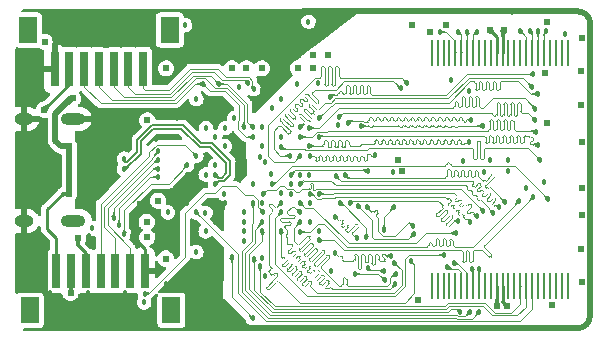
<source format=gbl>
G04 #@! TF.GenerationSoftware,KiCad,Pcbnew,(6.0.11-0)*
G04 #@! TF.CreationDate,2023-03-08T20:48:50+08:00*
G04 #@! TF.ProjectId,slimarm_classic_2410,736c696d-6172-46d5-9f63-6c6173736963,rev?*
G04 #@! TF.SameCoordinates,Original*
G04 #@! TF.FileFunction,Copper,L4,Bot*
G04 #@! TF.FilePolarity,Positive*
%FSLAX46Y46*%
G04 Gerber Fmt 4.6, Leading zero omitted, Abs format (unit mm)*
G04 Created by KiCad (PCBNEW (6.0.11-0)) date 2023-03-08 20:48:50*
%MOMM*%
%LPD*%
G01*
G04 APERTURE LIST*
G04 #@! TA.AperFunction,ComponentPad*
%ADD10O,1.600000X1.000000*%
G04 #@! TD*
G04 #@! TA.AperFunction,ComponentPad*
%ADD11O,2.100000X1.000000*%
G04 #@! TD*
G04 #@! TA.AperFunction,SMDPad,CuDef*
%ADD12R,0.711200X3.000000*%
G04 #@! TD*
G04 #@! TA.AperFunction,SMDPad,CuDef*
%ADD13R,1.600200X2.209800*%
G04 #@! TD*
G04 #@! TA.AperFunction,SMDPad,CuDef*
%ADD14R,0.254000X2.182700*%
G04 #@! TD*
G04 #@! TA.AperFunction,ViaPad*
%ADD15C,0.457200*%
G04 #@! TD*
G04 #@! TA.AperFunction,ViaPad*
%ADD16C,0.609600*%
G04 #@! TD*
G04 #@! TA.AperFunction,Conductor*
%ADD17C,0.088900*%
G04 #@! TD*
G04 #@! TA.AperFunction,Conductor*
%ADD18C,0.508000*%
G04 #@! TD*
G04 #@! TA.AperFunction,Conductor*
%ADD19C,0.254000*%
G04 #@! TD*
G04 #@! TA.AperFunction,Conductor*
%ADD20C,0.170434*%
G04 #@! TD*
G04 APERTURE END LIST*
D10*
G04 #@! TO.P,J1,S1,SHIELD*
G04 #@! TO.N,GND*
X13257500Y-31822600D03*
D11*
X17437500Y-23182600D03*
X17437500Y-31822600D03*
D10*
X13257500Y-23182600D03*
G04 #@! TD*
D12*
G04 #@! TO.P,J3,1,1*
G04 #@! TO.N,/JTAG_TDI*
X23350000Y-18950000D03*
G04 #@! TO.P,J3,2,2*
G04 #@! TO.N,/JTAG_TMS*
X22100000Y-18950000D03*
G04 #@! TO.P,J3,3,3*
G04 #@! TO.N,/JTAG_NTRST*
X20850000Y-18950000D03*
G04 #@! TO.P,J3,4,4*
G04 #@! TO.N,/JTAG_TDO*
X19600000Y-18950000D03*
G04 #@! TO.P,J3,5,5*
G04 #@! TO.N,/JTAG_TCK*
X18350000Y-18950000D03*
G04 #@! TO.P,J3,6,6*
G04 #@! TO.N,+3V3*
X17100000Y-18950000D03*
G04 #@! TO.P,J3,7,7*
G04 #@! TO.N,GND*
X15850000Y-18950000D03*
D13*
G04 #@! TO.P,J3,8*
G04 #@! TO.N,N/C*
X13602900Y-15648000D03*
G04 #@! TO.P,J3,9*
X25597100Y-15648000D03*
G04 #@! TD*
D12*
G04 #@! TO.P,J2,1,1*
G04 #@! TO.N,+5V*
X16000000Y-36070500D03*
G04 #@! TO.P,J2,2,2*
G04 #@! TO.N,+3V3*
X17250000Y-36070500D03*
G04 #@! TO.P,J2,3,3*
G04 #@! TO.N,+1V8*
X18500000Y-36070500D03*
G04 #@! TO.P,J2,4,4*
G04 #@! TO.N,/SPI0_CLK*
X19750000Y-36070500D03*
G04 #@! TO.P,J2,5,5*
G04 #@! TO.N,/SPI0_MISO*
X21000000Y-36070500D03*
G04 #@! TO.P,J2,6,6*
G04 #@! TO.N,/SPI0_MOSI*
X22250000Y-36070500D03*
G04 #@! TO.P,J2,7,7*
G04 #@! TO.N,GND*
X23500000Y-36070500D03*
D13*
G04 #@! TO.P,J2,8*
G04 #@! TO.N,N/C*
X25747100Y-39372500D03*
G04 #@! TO.P,J2,9*
X13752900Y-39372500D03*
G04 #@! TD*
D14*
G04 #@! TO.P,U5,1,NC*
G04 #@! TO.N,unconnected-(U5-Pad1)*
X59282198Y-37285350D03*
G04 #@! TO.P,U5,2,NC*
G04 #@! TO.N,unconnected-(U5-Pad2)*
X58782199Y-37285350D03*
G04 #@! TO.P,U5,3,NC*
G04 #@! TO.N,unconnected-(U5-Pad3)*
X58282200Y-37285350D03*
G04 #@! TO.P,U5,4,NC*
G04 #@! TO.N,unconnected-(U5-Pad4)*
X57782198Y-37285350D03*
G04 #@! TO.P,U5,5,NC*
G04 #@! TO.N,unconnected-(U5-Pad5)*
X57282199Y-37285350D03*
G04 #@! TO.P,U5,6,NC*
G04 #@! TO.N,unconnected-(U5-Pad6)*
X56782200Y-37285350D03*
G04 #@! TO.P,U5,7,R/B#*
G04 #@! TO.N,/NAND_RNB*
X56282199Y-37285350D03*
G04 #@! TO.P,U5,8,RE#*
G04 #@! TO.N,/NAND_NFRE*
X55782200Y-37285350D03*
G04 #@! TO.P,U5,9,CE#*
G04 #@! TO.N,/NAND_NFCE*
X55282198Y-37285350D03*
G04 #@! TO.P,U5,10,NC*
G04 #@! TO.N,unconnected-(U5-Pad10)*
X54782199Y-37285350D03*
G04 #@! TO.P,U5,11,NC*
G04 #@! TO.N,unconnected-(U5-Pad11)*
X54282200Y-37285350D03*
G04 #@! TO.P,U5,12,VCC*
G04 #@! TO.N,+3V3*
X53782199Y-37285350D03*
G04 #@! TO.P,U5,13,VSS*
G04 #@! TO.N,GND*
X53282199Y-37285350D03*
G04 #@! TO.P,U5,14,NC*
G04 #@! TO.N,unconnected-(U5-Pad14)*
X52782198Y-37285350D03*
G04 #@! TO.P,U5,15,NC*
G04 #@! TO.N,unconnected-(U5-Pad15)*
X52282199Y-37285350D03*
G04 #@! TO.P,U5,16,CLE*
G04 #@! TO.N,/NAND_CLE*
X51782200Y-37285350D03*
G04 #@! TO.P,U5,17,ALE*
G04 #@! TO.N,/NAND_ALE*
X51282198Y-37285350D03*
G04 #@! TO.P,U5,18,WE#*
G04 #@! TO.N,/NAND_NFWE*
X50782199Y-37285350D03*
G04 #@! TO.P,U5,19,WP#*
G04 #@! TO.N,+3V3*
X50282198Y-37285350D03*
G04 #@! TO.P,U5,20,DNU*
G04 #@! TO.N,unconnected-(U5-Pad20)*
X49782199Y-37285350D03*
G04 #@! TO.P,U5,21,DNU*
G04 #@! TO.N,unconnected-(U5-Pad21)*
X49282200Y-37285350D03*
G04 #@! TO.P,U5,22,DNU*
G04 #@! TO.N,unconnected-(U5-Pad22)*
X48782198Y-37285350D03*
G04 #@! TO.P,U5,23,NC*
G04 #@! TO.N,unconnected-(U5-Pad23)*
X48282199Y-37285350D03*
G04 #@! TO.P,U5,24,NC*
G04 #@! TO.N,unconnected-(U5-Pad24)*
X47782198Y-37285350D03*
G04 #@! TO.P,U5,25,NC*
G04 #@! TO.N,unconnected-(U5-Pad25)*
X47782200Y-17613050D03*
G04 #@! TO.P,U5,26,NC*
G04 #@! TO.N,unconnected-(U5-Pad26)*
X48282199Y-17613050D03*
G04 #@! TO.P,U5,27,NC*
G04 #@! TO.N,unconnected-(U5-Pad27)*
X48782198Y-17613050D03*
G04 #@! TO.P,U5,28,NC*
G04 #@! TO.N,unconnected-(U5-Pad28)*
X49282200Y-17613050D03*
G04 #@! TO.P,U5,29,I/O0*
G04 #@! TO.N,/BUS_DAT0*
X49782199Y-17613050D03*
G04 #@! TO.P,U5,30,I/O1*
G04 #@! TO.N,/BUS_DAT1*
X50282200Y-17613050D03*
G04 #@! TO.P,U5,31,I/O2*
G04 #@! TO.N,/BUS_DAT2*
X50782199Y-17613050D03*
G04 #@! TO.P,U5,32,I/O3*
G04 #@! TO.N,/BUS_DAT3*
X51282198Y-17613050D03*
G04 #@! TO.P,U5,33,NC*
G04 #@! TO.N,unconnected-(U5-Pad33)*
X51782200Y-17613050D03*
G04 #@! TO.P,U5,34,NC*
G04 #@! TO.N,unconnected-(U5-Pad34)*
X52282199Y-17613050D03*
G04 #@! TO.P,U5,35,NC*
G04 #@! TO.N,unconnected-(U5-Pad35)*
X52782201Y-17613050D03*
G04 #@! TO.P,U5,36,VSS*
G04 #@! TO.N,GND*
X53282199Y-17613050D03*
G04 #@! TO.P,U5,37,VCC*
G04 #@! TO.N,+3V3*
X53782199Y-17613050D03*
G04 #@! TO.P,U5,38,PRE/VSS*
G04 #@! TO.N,unconnected-(U5-Pad38)*
X54282200Y-17613050D03*
G04 #@! TO.P,U5,39,NC*
G04 #@! TO.N,unconnected-(U5-Pad39)*
X54782199Y-17613050D03*
G04 #@! TO.P,U5,40,NC*
G04 #@! TO.N,unconnected-(U5-Pad40)*
X55282198Y-17613050D03*
G04 #@! TO.P,U5,41,I/O4*
G04 #@! TO.N,/BUS_DAT4*
X55782200Y-17613050D03*
G04 #@! TO.P,U5,42,I/O5*
G04 #@! TO.N,/BUS_DAT5*
X56282199Y-17613050D03*
G04 #@! TO.P,U5,43,I/O6*
G04 #@! TO.N,/BUS_DAT6*
X56782200Y-17613050D03*
G04 #@! TO.P,U5,44,I/O7*
G04 #@! TO.N,/BUS_DAT7*
X57282199Y-17613050D03*
G04 #@! TO.P,U5,45,NC*
G04 #@! TO.N,unconnected-(U5-Pad45)*
X57782198Y-17613050D03*
G04 #@! TO.P,U5,46,NC*
G04 #@! TO.N,unconnected-(U5-Pad46)*
X58282200Y-17613050D03*
G04 #@! TO.P,U5,47,NC*
G04 #@! TO.N,unconnected-(U5-Pad47)*
X58782199Y-17613050D03*
G04 #@! TO.P,U5,48,NC*
G04 #@! TO.N,unconnected-(U5-Pad48)*
X59282200Y-17613050D03*
G04 #@! TD*
D15*
G04 #@! TO.N,GND*
X31960000Y-26870000D03*
X30250000Y-22300000D03*
X26250000Y-29500000D03*
D16*
X20350000Y-23400000D03*
D15*
X33250000Y-26400000D03*
X26218830Y-23121520D03*
X24450000Y-24900000D03*
X30000000Y-35100000D03*
D16*
X26550000Y-17800000D03*
D15*
X18800000Y-33100000D03*
D16*
X22350000Y-23300000D03*
D15*
X53050000Y-40850000D03*
X35050000Y-24700000D03*
X13400000Y-35000000D03*
D16*
X37750000Y-17750000D03*
X57550000Y-14950000D03*
D15*
X28650000Y-30300000D03*
X27750000Y-37200000D03*
X54550000Y-14100000D03*
D16*
X36450000Y-17750000D03*
D15*
X61200000Y-33450000D03*
X52250000Y-27650000D03*
D16*
X33400000Y-17750000D03*
D15*
X31100000Y-14500000D03*
X27849999Y-23892064D03*
X34217853Y-27867853D03*
X54200000Y-26700000D03*
X37418830Y-27921520D03*
X29000000Y-37200000D03*
X31350000Y-28300000D03*
X27050000Y-27900000D03*
D16*
X16850000Y-15000000D03*
D15*
X18650000Y-37925602D03*
D16*
X32150000Y-17800000D03*
D15*
X54250000Y-27600000D03*
X28650000Y-26300000D03*
D16*
X22000000Y-24800000D03*
D15*
X33450000Y-30300000D03*
X29450000Y-23900000D03*
X61200000Y-28800000D03*
X47650000Y-40900000D03*
X61250000Y-23700000D03*
X25250000Y-37200000D03*
X27825000Y-32725000D03*
X30250000Y-30300000D03*
D16*
X39000000Y-17750000D03*
X25300000Y-17800000D03*
D15*
X35028480Y-29468830D03*
D16*
X53300000Y-39050000D03*
D15*
X29450001Y-31892063D03*
D16*
X19700000Y-22550000D03*
D15*
X16100000Y-40300000D03*
X42550000Y-40900000D03*
D16*
X52700000Y-15650000D03*
D15*
X36650000Y-40900000D03*
D16*
X13752600Y-19152600D03*
D15*
X44750000Y-14050000D03*
X55800000Y-29000000D03*
X26225000Y-31875000D03*
X36850000Y-14100000D03*
X21650000Y-40250000D03*
X61200000Y-17550000D03*
X26225000Y-33475000D03*
X31850000Y-32700000D03*
X44508700Y-27650000D03*
D16*
X57400000Y-19300000D03*
D15*
X31650000Y-40400000D03*
D16*
X23100000Y-30400000D03*
X46100000Y-15250000D03*
X30850000Y-17750000D03*
D15*
X35050000Y-21500000D03*
X34250001Y-22292064D03*
X33450000Y-20700000D03*
X31081170Y-24678480D03*
D16*
X44950000Y-26650000D03*
D15*
X58750000Y-40900000D03*
D16*
X57550000Y-23550000D03*
D15*
X37457936Y-30300000D03*
X50400000Y-26750000D03*
D16*
X20300000Y-28650000D03*
D15*
X27050000Y-30300000D03*
D16*
X22500000Y-31950000D03*
X22500000Y-33200000D03*
X20200000Y-16900000D03*
D15*
X49450000Y-19900000D03*
D16*
X27850000Y-17800000D03*
D15*
X52700000Y-26650000D03*
X33400000Y-34950000D03*
X28300000Y-14400000D03*
D16*
X58000000Y-38900000D03*
D15*
X39250000Y-36050000D03*
X33649550Y-36450000D03*
X29442064Y-21499999D03*
X59050000Y-16000000D03*
X57250000Y-28500000D03*
X21826951Y-37919137D03*
X61200000Y-37700000D03*
X15481409Y-37885985D03*
G04 #@! TO.N,/NRESET*
X32625000Y-40075000D03*
X30850000Y-34900000D03*
D16*
G04 #@! TO.N,+3V3*
X24610078Y-30100000D03*
D15*
X37350000Y-14950000D03*
X31450000Y-20450000D03*
D16*
X25300000Y-18900000D03*
X60500000Y-25100000D03*
D15*
X32650000Y-28700000D03*
D16*
X46600000Y-38500000D03*
X37750000Y-18900000D03*
D15*
X33450000Y-23900000D03*
X38150000Y-20150000D03*
D16*
X60450000Y-19100000D03*
X53900000Y-15650000D03*
X60500000Y-16350000D03*
D15*
X29449997Y-24692068D03*
X29450000Y-27100000D03*
X25450000Y-31100000D03*
D16*
X14950000Y-22400000D03*
D15*
X35850000Y-28700000D03*
X33700000Y-26850000D03*
X50950000Y-20800000D03*
D16*
X45258470Y-27625750D03*
X60500000Y-31300000D03*
D15*
X19050000Y-32450000D03*
X31850000Y-31900000D03*
D16*
X60450000Y-22000000D03*
D15*
X28650000Y-32700000D03*
D16*
X60500000Y-37000000D03*
D15*
X39807525Y-23707525D03*
X49100000Y-35750000D03*
D16*
X49000000Y-15250000D03*
X47600000Y-15850000D03*
X17203694Y-37900888D03*
D15*
X23437500Y-38712500D03*
D16*
X36450000Y-18900000D03*
X60450000Y-34200000D03*
X54150000Y-39050000D03*
D15*
X38250000Y-32700000D03*
D16*
X60500000Y-29000000D03*
D15*
X31850000Y-33500000D03*
X26900000Y-15250000D03*
D16*
G04 #@! TO.N,+5V*
X17100000Y-25500000D03*
X17100000Y-29500000D03*
X17400000Y-21450000D03*
G04 #@! TO.N,+1V8*
X33400000Y-18900000D03*
D15*
X31050000Y-23100000D03*
D16*
X25250000Y-35000000D03*
D15*
X28628480Y-31131170D03*
X30225000Y-29525000D03*
X30250000Y-25492065D03*
X30300000Y-23950000D03*
X31850000Y-31100000D03*
X36350000Y-20200000D03*
X35850000Y-29500000D03*
D16*
X23650000Y-31900000D03*
D15*
X33446052Y-25496052D03*
X37450000Y-31892064D03*
X36650000Y-27900000D03*
D16*
X30850000Y-18900000D03*
X23700000Y-23300000D03*
X32100000Y-18900000D03*
D15*
X27850000Y-21500000D03*
X28649999Y-27892064D03*
X27850000Y-34450000D03*
D16*
X23700000Y-33200000D03*
X15000000Y-16650000D03*
D15*
X28671520Y-23931170D03*
D16*
X17850000Y-33300000D03*
D15*
G04 #@! TO.N,/BUS_DAT15*
X39170042Y-21308017D03*
X56400000Y-19400000D03*
G04 #@! TO.N,/BUS_DAT11*
X56550000Y-23300000D03*
X39900000Y-23050000D03*
G04 #@! TO.N,/BUS_DAT6*
X52100000Y-23750000D03*
X56800000Y-15750000D03*
X41800000Y-23800000D03*
G04 #@! TO.N,/BUS_DAT1*
X50050000Y-15800000D03*
G04 #@! TO.N,/BUS_ADR13*
X53950000Y-30200000D03*
X40450000Y-27950000D03*
G04 #@! TO.N,/BUS_ADR6*
X40850000Y-30300000D03*
X50050000Y-31850000D03*
G04 #@! TO.N,/BUS_ADR2*
X41450000Y-33250000D03*
X41250000Y-36300000D03*
X43813593Y-36840050D03*
X39600000Y-31499500D03*
G04 #@! TO.N,/DRAM_DQML*
X44600000Y-30600000D03*
X43750000Y-32550000D03*
G04 #@! TO.N,/BUS_DAT13*
X56750000Y-21050000D03*
X38250000Y-23100000D03*
G04 #@! TO.N,/BUS_DAT9*
X38200000Y-24750000D03*
X56750000Y-25400000D03*
G04 #@! TO.N,/BUS_DAT5*
X56100000Y-15750000D03*
X40700000Y-23500000D03*
X51150000Y-23300000D03*
G04 #@! TO.N,/BUS_DAT0*
X48450000Y-15800000D03*
G04 #@! TO.N,/BUS_ADR24*
X42300000Y-30650000D03*
X46207525Y-32207525D03*
G04 #@! TO.N,/BUS_ADR12*
X39650000Y-28000000D03*
X53475000Y-30625000D03*
G04 #@! TO.N,/BUS_ADR8*
X51600000Y-31400000D03*
X38250000Y-29500000D03*
G04 #@! TO.N,/BUS_ADR4*
X40025054Y-30300450D03*
X42350000Y-35824250D03*
X42250000Y-33200000D03*
X43707757Y-36061400D03*
G04 #@! TO.N,/DRAM_NSRAS*
X44300000Y-34750000D03*
X39600000Y-34500000D03*
G04 #@! TO.N,/DRAM_DQMU*
X38224739Y-33464510D03*
X56400000Y-29750000D03*
G04 #@! TO.N,/BUS_DAT12*
X56550000Y-22300000D03*
X37400000Y-23950000D03*
G04 #@! TO.N,/BUS_DAT7*
X50900000Y-25150000D03*
X37400000Y-25450000D03*
X57500000Y-15750000D03*
G04 #@! TO.N,/BUS_DAT4*
X37450000Y-26300000D03*
X55300000Y-15750000D03*
X42950000Y-26250000D03*
G04 #@! TO.N,/BUS_ADR7*
X37450000Y-29499550D03*
X51050000Y-31900000D03*
G04 #@! TO.N,/BUS_ADR3*
X36650000Y-31100000D03*
X44700000Y-37199550D03*
G04 #@! TO.N,/BUS_DAT14*
X56250000Y-20450000D03*
X36650000Y-23900000D03*
G04 #@! TO.N,/BUS_DAT10*
X56600000Y-24300000D03*
X36650000Y-24700000D03*
G04 #@! TO.N,/BUS_DAT2*
X45690235Y-20150450D03*
X36650000Y-26300000D03*
X50800000Y-15800000D03*
G04 #@! TO.N,/BUS_ADR10*
X53000000Y-31150000D03*
X36649999Y-28707936D03*
G04 #@! TO.N,/BUS_ADR5*
X49800000Y-32850000D03*
X36650000Y-30300000D03*
G04 #@! TO.N,/BUS_ADR1*
X36657936Y-31899999D03*
X44774250Y-36324250D03*
G04 #@! TO.N,/DRAM_SCKE*
X55150000Y-30100000D03*
X36600000Y-32750000D03*
G04 #@! TO.N,/BUS_DAT3*
X45150000Y-20600000D03*
X51600000Y-15800000D03*
X35818830Y-26278480D03*
G04 #@! TO.N,/BUS_ADR23*
X35850000Y-27900000D03*
X41550000Y-30549550D03*
X46250000Y-32900000D03*
X42350000Y-27625750D03*
G04 #@! TO.N,/BUS_ADR11*
X45989297Y-35239297D03*
X35050000Y-30300000D03*
G04 #@! TO.N,/BUS_NWE*
X48850000Y-34700000D03*
X35050000Y-31100000D03*
G04 #@! TO.N,/BUS_DAT8*
X56950000Y-26650000D03*
X35000000Y-25550000D03*
G04 #@! TO.N,/DRAM_SCLK*
X34252420Y-28694518D03*
X57600000Y-29950000D03*
G04 #@! TO.N,/DRAM_CS*
X35049999Y-32692064D03*
X44600000Y-35350000D03*
G04 #@! TO.N,/BUS_ADR9*
X52150000Y-30950000D03*
X33500000Y-29550000D03*
G04 #@! TO.N,/BUS_NWAIT*
X23500000Y-38001801D03*
X33500000Y-31050000D03*
G04 #@! TO.N,/JTAG_NTRST*
X29750000Y-20200000D03*
X32650000Y-23900000D03*
G04 #@! TO.N,/JTAG_TCK*
X32646052Y-24703948D03*
X28400000Y-20200000D03*
G04 #@! TO.N,/JTAG_TDI*
X32700000Y-20650000D03*
G04 #@! TO.N,/JTAG_TMS*
X32200000Y-20150000D03*
G04 #@! TO.N,/JTAG_TDO*
X31850000Y-23900000D03*
G04 #@! TO.N,/USB_DP*
X21720000Y-27420000D03*
X29475261Y-27935490D03*
G04 #@! TO.N,/USB_DN*
X29457936Y-28700000D03*
X21730000Y-26540000D03*
G04 #@! TO.N,/GPIO_G0*
X27046052Y-27103948D03*
X21750000Y-32900000D03*
G04 #@! TO.N,/GPIO_G2*
X21300000Y-32200000D03*
X24650000Y-28100000D03*
G04 #@! TO.N,/GPIO_G1*
X24650000Y-27400000D03*
X20850000Y-31550000D03*
G04 #@! TO.N,/NAND_ALE*
X51200000Y-35850000D03*
X33450000Y-31900000D03*
X51000000Y-39500000D03*
G04 #@! TO.N,/NAND_NFWE*
X33450000Y-32700000D03*
X50200000Y-39500000D03*
X49700000Y-35400000D03*
G04 #@! TO.N,/NAND_NFRE*
X32750000Y-35050000D03*
G04 #@! TO.N,/NAND_NFCE*
X33250000Y-35650000D03*
G04 #@! TO.N,/NAND_CLE*
X32650000Y-30300000D03*
X51800000Y-35850000D03*
X51800000Y-39500000D03*
G04 #@! TO.N,/SPI0_CLK*
X27850000Y-26300000D03*
G04 #@! TO.N,/NAND_RNB*
X27853948Y-31103948D03*
G04 #@! TO.N,/SPI0_MISO*
X24650000Y-25900000D03*
G04 #@! TO.N,/SPI0_MOSI*
X24650000Y-26650000D03*
G04 #@! TD*
D17*
G04 #@! TO.N,GND*
X53282199Y-39032199D02*
X53300000Y-39050000D01*
D18*
X60184000Y-14084000D02*
X36857000Y-14084000D01*
D19*
X23500000Y-34200000D02*
X22500000Y-33200000D01*
X52700000Y-15650000D02*
X53282199Y-16232199D01*
D17*
X36950000Y-14200000D02*
X36850000Y-14100000D01*
D18*
X55450000Y-40900000D02*
X60150000Y-40900000D01*
X61166000Y-39884000D02*
X61200000Y-39850000D01*
X55400000Y-40900000D02*
X32150000Y-40900000D01*
X61200000Y-39850000D02*
X61200000Y-15100000D01*
D19*
X53282199Y-16232199D02*
X53282199Y-17613050D01*
X53282199Y-37285350D02*
X53282199Y-39032199D01*
X23500000Y-36070500D02*
X23500000Y-34200000D01*
D18*
X32150000Y-40900000D02*
X31650000Y-40400000D01*
X55408650Y-40891350D02*
X55400000Y-40900000D01*
X60184000Y-14084000D02*
G75*
G02*
X61200000Y-15100000I0J-1016000D01*
G01*
X61166000Y-39884000D02*
G75*
G02*
X60150000Y-40900000I-1016000J0D01*
G01*
D17*
G04 #@! TO.N,/NRESET*
X30850000Y-38300000D02*
X30850000Y-34900000D01*
X32625000Y-40075000D02*
X30850000Y-38300000D01*
D19*
G04 #@! TO.N,+3V3*
X53782199Y-38682199D02*
X54150000Y-39050000D01*
X53900000Y-15650000D02*
X53782199Y-15767801D01*
X14950000Y-22400000D02*
X17100000Y-20250000D01*
X17250000Y-37854582D02*
X17250000Y-36070500D01*
X17203694Y-37900888D02*
X17250000Y-37854582D01*
D17*
X49200000Y-35850000D02*
X49100000Y-35750000D01*
D19*
X17100000Y-20250000D02*
X17100000Y-18950000D01*
X53782199Y-37285350D02*
X53782199Y-38682199D01*
D17*
X50282198Y-37285350D02*
X50282198Y-36132198D01*
D19*
X53782199Y-15767801D02*
X53782199Y-17613050D01*
D17*
X49600000Y-35850000D02*
X49200000Y-35850000D01*
X50282198Y-36132198D02*
X50050000Y-35900000D01*
X50000000Y-35850000D02*
X49600000Y-35850000D01*
X50050000Y-35900000D02*
X50000000Y-35850000D01*
D18*
G04 #@! TO.N,+5V*
X17100000Y-25500000D02*
X16400000Y-25500000D01*
D19*
X15200000Y-32500000D02*
X15200000Y-30850000D01*
D18*
X15930300Y-25030300D02*
X15930300Y-22786115D01*
X17100000Y-29500000D02*
X17100000Y-26000000D01*
X15930300Y-22786115D02*
X17266415Y-21450000D01*
D19*
X16550000Y-29500000D02*
X17100000Y-29500000D01*
X16000000Y-33300000D02*
X15200000Y-32500000D01*
D18*
X17100000Y-26000000D02*
X17100000Y-25500000D01*
X17266415Y-21450000D02*
X17400000Y-21450000D01*
X16400000Y-25500000D02*
X15930300Y-25030300D01*
D19*
X15200000Y-30850000D02*
X16550000Y-29500000D01*
X16000000Y-36070500D02*
X16000000Y-33300000D01*
D17*
G04 #@! TO.N,+1V8*
X18500000Y-36070500D02*
X18500000Y-34550000D01*
D19*
X17850000Y-33900000D02*
X17850000Y-33300000D01*
X18500000Y-34550000D02*
X17900000Y-33950000D01*
D17*
X17900000Y-33950000D02*
X17850000Y-33900000D01*
G04 #@! TO.N,/BUS_DAT15*
X40238150Y-20960089D02*
X40238150Y-21003950D01*
X40822350Y-20460089D02*
X40822350Y-21003950D01*
X50750000Y-19400000D02*
X56400000Y-19400000D01*
X41990750Y-20460089D02*
X41990750Y-21003950D01*
X41406550Y-20460089D02*
X41406550Y-21003950D01*
X39328059Y-21150000D02*
X39800000Y-21150000D01*
X42574950Y-20460089D02*
X42574950Y-21003950D01*
X41698650Y-21003950D02*
X41698650Y-20460089D01*
X39946050Y-21003950D02*
X39946050Y-20960089D01*
X42721000Y-21150000D02*
X45107800Y-21150000D01*
X49000000Y-21150000D02*
X50750000Y-19400000D01*
X42282850Y-21003950D02*
X42282850Y-20460089D01*
X39170042Y-21308017D02*
X39328059Y-21150000D01*
X45107800Y-21150000D02*
X49000000Y-21150000D01*
X40530250Y-21003950D02*
X40530250Y-20460089D01*
X41114450Y-21003950D02*
X41114450Y-20460089D01*
X41114400Y-21003950D02*
G75*
G02*
X40968400Y-21150000I-146000J-50D01*
G01*
X42574961Y-20460089D02*
G75*
G03*
X42428900Y-20314039I-146061J-11D01*
G01*
X41552600Y-21150050D02*
G75*
G02*
X41406550Y-21003950I0J146050D01*
G01*
X41260500Y-20314050D02*
G75*
G03*
X41114450Y-20460089I0J-146050D01*
G01*
X41406561Y-20460089D02*
G75*
G03*
X41260500Y-20314039I-146061J-11D01*
G01*
X40092100Y-20814050D02*
G75*
G03*
X39946050Y-20960089I0J-146050D01*
G01*
X40968400Y-21150050D02*
G75*
G02*
X40822350Y-21003950I0J146050D01*
G01*
X42282800Y-21003950D02*
G75*
G02*
X42136800Y-21150000I-146000J-50D01*
G01*
X40676300Y-20314050D02*
G75*
G03*
X40530250Y-20460089I0J-146050D01*
G01*
X40384200Y-21150050D02*
G75*
G02*
X40238150Y-21003950I0J146050D01*
G01*
X41844700Y-20314050D02*
G75*
G03*
X41698650Y-20460089I0J-146050D01*
G01*
X42721000Y-21150050D02*
G75*
G02*
X42574950Y-21003950I0J146050D01*
G01*
X42428900Y-20314050D02*
G75*
G03*
X42282850Y-20460089I0J-146050D01*
G01*
X41990761Y-20460089D02*
G75*
G03*
X41844700Y-20314039I-146061J-11D01*
G01*
X40822361Y-20460089D02*
G75*
G03*
X40676300Y-20314039I-146061J-11D01*
G01*
X40530200Y-21003950D02*
G75*
G02*
X40384200Y-21150000I-146000J-50D01*
G01*
X41698600Y-21003950D02*
G75*
G02*
X41552600Y-21150000I-146000J-50D01*
G01*
X39946000Y-21003950D02*
G75*
G02*
X39800000Y-21150000I-146000J-50D01*
G01*
X40238161Y-20960089D02*
G75*
G03*
X40092100Y-20814039I-146061J-11D01*
G01*
X42136800Y-21150050D02*
G75*
G02*
X41990750Y-21003950I0J146050D01*
G01*
G04 #@! TO.N,/BUS_DAT11*
X54164450Y-22700000D02*
X54164450Y-22830429D01*
X53710678Y-22960857D02*
X53741922Y-22960857D01*
X53580250Y-21935193D02*
X53580250Y-22700000D01*
X54294878Y-22960857D02*
X54326122Y-22960857D01*
X54748650Y-22700000D02*
X54748650Y-22830429D01*
X54456550Y-22700000D02*
X54456550Y-21935193D01*
X54879078Y-22960857D02*
X54910322Y-22960857D01*
X53872350Y-22700000D02*
X53872350Y-21935193D01*
X53580250Y-22700000D02*
X53580250Y-22830429D01*
X53272528Y-22700000D02*
X53288150Y-22700000D01*
X40250000Y-22700000D02*
X52850000Y-22700000D01*
X54456550Y-22830429D02*
X54456550Y-22700000D01*
X53872350Y-22830429D02*
X53872350Y-22700000D01*
X53110856Y-22960857D02*
X53142100Y-22960857D01*
X55040750Y-22830429D02*
X55040750Y-22700000D01*
X53272528Y-22830428D02*
X53272528Y-22700000D01*
X55040750Y-22700000D02*
X55040750Y-21935193D01*
X55332850Y-21935193D02*
X55332850Y-22553950D01*
X54748650Y-21935193D02*
X54748650Y-22700000D01*
X55478900Y-22700000D02*
X55793510Y-22700000D01*
X53288150Y-22700000D02*
X53288150Y-21935193D01*
X39900000Y-23050000D02*
X40250000Y-22700000D01*
X55950000Y-22700000D02*
X56550000Y-23300000D01*
X55793510Y-22700000D02*
X55950000Y-22700000D01*
X54164450Y-21935193D02*
X54164450Y-22700000D01*
X53272528Y-22830429D02*
X53272528Y-22830428D01*
X52980428Y-22830428D02*
X52980428Y-22830429D01*
X55478900Y-22700050D02*
G75*
G02*
X55332850Y-22553950I0J146050D01*
G01*
X55040757Y-22830429D02*
G75*
G02*
X54910322Y-22960857I-130457J29D01*
G01*
X53872357Y-22830429D02*
G75*
G02*
X53741922Y-22960857I-130457J29D01*
G01*
X55332857Y-21935193D02*
G75*
G03*
X55186800Y-21789143I-146057J-7D01*
G01*
X53272557Y-22830429D02*
G75*
G02*
X53142100Y-22960857I-130457J29D01*
G01*
X54456557Y-22830429D02*
G75*
G02*
X54326122Y-22960857I-130457J29D01*
G01*
X54018400Y-21789150D02*
G75*
G03*
X53872350Y-21935193I0J-146050D01*
G01*
X54602600Y-21789150D02*
G75*
G03*
X54456550Y-21935193I0J-146050D01*
G01*
X52980400Y-22830428D02*
G75*
G03*
X52850000Y-22700000I-130400J28D01*
G01*
X53710678Y-22960850D02*
G75*
G02*
X53580250Y-22830429I22J130450D01*
G01*
X54879078Y-22960850D02*
G75*
G02*
X54748650Y-22830429I22J130450D01*
G01*
X53580257Y-21935193D02*
G75*
G03*
X53434200Y-21789143I-146057J-7D01*
G01*
X54164457Y-21935193D02*
G75*
G03*
X54018400Y-21789143I-146057J-7D01*
G01*
X53110856Y-22960872D02*
G75*
G02*
X52980428Y-22830429I44J130472D01*
G01*
X54748657Y-21935193D02*
G75*
G03*
X54602600Y-21789143I-146057J-7D01*
G01*
X54294878Y-22960850D02*
G75*
G02*
X54164450Y-22830429I22J130450D01*
G01*
X55186800Y-21789150D02*
G75*
G03*
X55040750Y-21935193I0J-146050D01*
G01*
X53434200Y-21789150D02*
G75*
G03*
X53288150Y-21935193I0J-146050D01*
G01*
G04 #@! TO.N,/BUS_DAT6*
X56800000Y-15750000D02*
X56782200Y-15767800D01*
X49219400Y-23880000D02*
X49381500Y-23880000D01*
X46006300Y-23750000D02*
X46168400Y-23750000D01*
X48927300Y-23750000D02*
X49089400Y-23750000D01*
X49511500Y-23750000D02*
X49673600Y-23750000D01*
X47466800Y-23880000D02*
X47628900Y-23880000D01*
X42796291Y-23804192D02*
X42796291Y-23804191D01*
X41850000Y-23750000D02*
X42450000Y-23750000D01*
X48635200Y-23880000D02*
X48797300Y-23880000D01*
X42504191Y-23804191D02*
X42504191Y-23804192D01*
X49803600Y-23880000D02*
X49965700Y-23880000D01*
X45714200Y-23880000D02*
X45876300Y-23880000D01*
X56782200Y-15767800D02*
X56782200Y-17613050D01*
X46298400Y-23880000D02*
X46460500Y-23880000D01*
X46882600Y-23880000D02*
X47044700Y-23880000D01*
X42558382Y-23858383D02*
X42742100Y-23858383D01*
X50095700Y-23750000D02*
X50810000Y-23750000D01*
X45422100Y-23750000D02*
X45584200Y-23750000D01*
X42850482Y-23750000D02*
X45000000Y-23750000D01*
X48051000Y-23880000D02*
X48213100Y-23880000D01*
X50810000Y-23750000D02*
X52100000Y-23750000D01*
X47174700Y-23750000D02*
X47336800Y-23750000D01*
X47758900Y-23750000D02*
X47921000Y-23750000D01*
X46590500Y-23750000D02*
X46752600Y-23750000D01*
X41800000Y-23800000D02*
X41850000Y-23750000D01*
X48343100Y-23750000D02*
X48505200Y-23750000D01*
X45130000Y-23880000D02*
X45292100Y-23880000D01*
X49446500Y-23815000D02*
G75*
G02*
X49381500Y-23880000I-65000J0D01*
G01*
X48343100Y-23750000D02*
G75*
G03*
X48278100Y-23815000I0J-65000D01*
G01*
X46525500Y-23815000D02*
G75*
G02*
X46460500Y-23880000I-65000J0D01*
G01*
X49738600Y-23815000D02*
G75*
G03*
X49673600Y-23750000I-65000J0D01*
G01*
X49511500Y-23750000D02*
G75*
G03*
X49446500Y-23815000I0J-65000D01*
G01*
X47109700Y-23815000D02*
G75*
G02*
X47044700Y-23880000I-65000J0D01*
G01*
X45065000Y-23815000D02*
G75*
G03*
X45000000Y-23750000I-65000J0D01*
G01*
X47174700Y-23750000D02*
G75*
G03*
X47109700Y-23815000I0J-65000D01*
G01*
X49219400Y-23880000D02*
G75*
G02*
X49154400Y-23815000I0J65000D01*
G01*
X49154400Y-23815000D02*
G75*
G03*
X49089400Y-23750000I-65000J0D01*
G01*
X50030700Y-23815000D02*
G75*
G02*
X49965700Y-23880000I-65000J0D01*
G01*
X46233400Y-23815000D02*
G75*
G03*
X46168400Y-23750000I-65000J0D01*
G01*
X48635200Y-23880000D02*
G75*
G02*
X48570200Y-23815000I0J65000D01*
G01*
X47401800Y-23815000D02*
G75*
G03*
X47336800Y-23750000I-65000J0D01*
G01*
X45714200Y-23880000D02*
G75*
G02*
X45649200Y-23815000I0J65000D01*
G01*
X46006300Y-23750000D02*
G75*
G03*
X45941300Y-23815000I0J-65000D01*
G01*
X45130000Y-23880000D02*
G75*
G02*
X45065000Y-23815000I0J65000D01*
G01*
X45649200Y-23815000D02*
G75*
G03*
X45584200Y-23750000I-65000J0D01*
G01*
X45422100Y-23750000D02*
G75*
G03*
X45357100Y-23815000I0J-65000D01*
G01*
X46882600Y-23880000D02*
G75*
G02*
X46817600Y-23815000I0J65000D01*
G01*
X48862300Y-23815000D02*
G75*
G02*
X48797300Y-23880000I-65000J0D01*
G01*
X47466800Y-23880000D02*
G75*
G02*
X47401800Y-23815000I0J65000D01*
G01*
X45941300Y-23815000D02*
G75*
G02*
X45876300Y-23880000I-65000J0D01*
G01*
X45357100Y-23815000D02*
G75*
G02*
X45292100Y-23880000I-65000J0D01*
G01*
X48570200Y-23815000D02*
G75*
G03*
X48505200Y-23750000I-65000J0D01*
G01*
X46298400Y-23880000D02*
G75*
G02*
X46233400Y-23815000I0J65000D01*
G01*
X48927300Y-23750000D02*
G75*
G03*
X48862300Y-23815000I0J-65000D01*
G01*
X50095700Y-23750000D02*
G75*
G03*
X50030700Y-23815000I0J-65000D01*
G01*
X42850482Y-23749991D02*
G75*
G03*
X42796291Y-23804191I18J-54209D01*
G01*
X47758900Y-23750000D02*
G75*
G03*
X47693900Y-23815000I0J-65000D01*
G01*
X49803600Y-23880000D02*
G75*
G02*
X49738600Y-23815000I0J65000D01*
G01*
X47693900Y-23815000D02*
G75*
G02*
X47628900Y-23880000I-65000J0D01*
G01*
X42504200Y-23804191D02*
G75*
G03*
X42450000Y-23750000I-54200J-9D01*
G01*
X46590500Y-23750000D02*
G75*
G03*
X46525500Y-23815000I0J-65000D01*
G01*
X48051000Y-23880000D02*
G75*
G02*
X47986000Y-23815000I0J65000D01*
G01*
X46817600Y-23815000D02*
G75*
G03*
X46752600Y-23750000I-65000J0D01*
G01*
X48278100Y-23815000D02*
G75*
G02*
X48213100Y-23880000I-65000J0D01*
G01*
X42796283Y-23804192D02*
G75*
G02*
X42742100Y-23858383I-54183J-8D01*
G01*
X42558382Y-23858409D02*
G75*
G02*
X42504191Y-23804192I18J54209D01*
G01*
X47986000Y-23815000D02*
G75*
G03*
X47921000Y-23750000I-65000J0D01*
G01*
G04 #@! TO.N,/BUS_DAT1*
X50050000Y-15800000D02*
X50282200Y-16032200D01*
X50282200Y-16032200D02*
X50282200Y-17613050D01*
G04 #@! TO.N,/BUS_ADR13*
X52354031Y-28397486D02*
X52843893Y-27907621D01*
X53050438Y-28114166D02*
X53050440Y-28114167D01*
X53642609Y-29892609D02*
X53950000Y-30200000D01*
X49388150Y-27561178D02*
X49388150Y-28003950D01*
X49972350Y-27661178D02*
X49972350Y-28003950D01*
X52356584Y-29009454D02*
X52361694Y-29014564D01*
X52563129Y-29014565D02*
X52563129Y-29014564D01*
X50556550Y-27661178D02*
X50556550Y-28003950D01*
X51900000Y-28150000D02*
X52147485Y-28397485D01*
X40650000Y-28150000D02*
X48950000Y-28150000D01*
X50264450Y-28003950D02*
X50264450Y-27661178D01*
X51140750Y-27661178D02*
X51140750Y-28003950D01*
X52356585Y-29009454D02*
X52356584Y-29009454D01*
X40450000Y-27950000D02*
X40650000Y-28150000D01*
X51871000Y-28150000D02*
X51900000Y-28150000D01*
X53050440Y-28114167D02*
X52356584Y-28808019D01*
X52354030Y-28397484D02*
X52354031Y-28397486D01*
X51724950Y-27661178D02*
X51724950Y-28003950D01*
X49680250Y-28003950D02*
X49680250Y-27661178D01*
X51432850Y-28003950D02*
X51432850Y-27661178D01*
X50848650Y-28003950D02*
X50848650Y-27661178D01*
X52764563Y-29014564D02*
X53642609Y-29892609D01*
X49096050Y-28003950D02*
X49096050Y-27561178D01*
X52354073Y-28397527D02*
G75*
G02*
X52147485Y-28397485I-103273J103327D01*
G01*
X50994700Y-27515150D02*
G75*
G03*
X50848650Y-27661178I0J-146050D01*
G01*
X52764563Y-29014564D02*
G75*
G03*
X52563129Y-29014564I-100717J-100718D01*
G01*
X50410500Y-27515150D02*
G75*
G03*
X50264450Y-27661178I0J-146050D01*
G01*
X51140772Y-27661178D02*
G75*
G03*
X50994700Y-27515128I-146072J-22D01*
G01*
X50556572Y-27661178D02*
G75*
G03*
X50410500Y-27515128I-146072J-22D01*
G01*
X49096000Y-28003950D02*
G75*
G02*
X48950000Y-28150000I-146000J-50D01*
G01*
X49242100Y-27415150D02*
G75*
G03*
X49096050Y-27561178I0J-146050D01*
G01*
X51432800Y-28003950D02*
G75*
G02*
X51286800Y-28150000I-146000J-50D01*
G01*
X53050445Y-28114173D02*
G75*
G03*
X53050439Y-27907621I-103245J103273D01*
G01*
X51578900Y-27515150D02*
G75*
G03*
X51432850Y-27661178I0J-146050D01*
G01*
X52563116Y-29014552D02*
G75*
G02*
X52361695Y-29014563I-100716J100752D01*
G01*
X49388172Y-27561178D02*
G75*
G03*
X49242100Y-27415128I-146072J-22D01*
G01*
X49534200Y-28150050D02*
G75*
G02*
X49388150Y-28003950I0J146050D01*
G01*
X52356621Y-29009418D02*
G75*
G02*
X52356584Y-28808019I100679J100718D01*
G01*
X51724972Y-27661178D02*
G75*
G03*
X51578900Y-27515128I-146072J-22D01*
G01*
X53050439Y-27907621D02*
G75*
G03*
X52843893Y-27907621I-103273J-103273D01*
G01*
X51286800Y-28150050D02*
G75*
G02*
X51140750Y-28003950I0J146050D01*
G01*
X49972372Y-27661178D02*
G75*
G03*
X49826300Y-27515128I-146072J-22D01*
G01*
X50848600Y-28003950D02*
G75*
G02*
X50702600Y-28150000I-146000J-50D01*
G01*
X50264400Y-28003950D02*
G75*
G02*
X50118400Y-28150000I-146000J-50D01*
G01*
X51871000Y-28150050D02*
G75*
G02*
X51724950Y-28003950I0J146050D01*
G01*
X49826300Y-27515150D02*
G75*
G03*
X49680250Y-27661178I0J-146050D01*
G01*
X50118400Y-28150050D02*
G75*
G02*
X49972350Y-28003950I0J146050D01*
G01*
X50702600Y-28150050D02*
G75*
G02*
X50556550Y-28003950I0J146050D01*
G01*
X49680200Y-28003950D02*
G75*
G02*
X49534200Y-28150000I-146000J-50D01*
G01*
G04 #@! TO.N,/BUS_ADR6*
X40850000Y-30300000D02*
X41000000Y-30150000D01*
X49526181Y-31326181D02*
X49526182Y-31326182D01*
X49113090Y-30913090D02*
X49113091Y-30913091D01*
X48699999Y-30706545D02*
X48700000Y-30706545D01*
X48394670Y-31424965D02*
X48906544Y-30913090D01*
X49220852Y-32251147D02*
X49732726Y-31739272D01*
X49526182Y-31532727D02*
X49014307Y-32044601D01*
X49939273Y-31739273D02*
X50050000Y-31850000D01*
X48700000Y-30706545D02*
X48188125Y-31218419D01*
X48807761Y-31838056D02*
X49319635Y-31326181D01*
X48394670Y-31424964D02*
X48394670Y-31424965D01*
X49526181Y-31532727D02*
X49526182Y-31532727D01*
X49113091Y-31119636D02*
X48601216Y-31631510D01*
X49220852Y-32251146D02*
X49220852Y-32251147D01*
X49113090Y-31119636D02*
X49113091Y-31119636D01*
X48807761Y-31838055D02*
X48807761Y-31838056D01*
X41000000Y-30150000D02*
X48350000Y-30150000D01*
X49939272Y-31739272D02*
X49939273Y-31739273D01*
X48350000Y-30150000D02*
X48700000Y-30500000D01*
X49526181Y-31326181D02*
G75*
G03*
X49319635Y-31326181I-103273J-103273D01*
G01*
X49526227Y-31532773D02*
G75*
G03*
X49526182Y-31326182I-103327J103273D01*
G01*
X49220872Y-32251166D02*
G75*
G02*
X49014308Y-32251146I-103272J103266D01*
G01*
X49113127Y-31119673D02*
G75*
G03*
X49113091Y-30913091I-103327J103273D01*
G01*
X48188117Y-31424973D02*
G75*
G02*
X48188125Y-31218419I103283J103273D01*
G01*
X48601200Y-31838072D02*
G75*
G02*
X48601217Y-31631511I103300J103272D01*
G01*
X49014281Y-32251173D02*
G75*
G02*
X49014307Y-32044601I103319J103273D01*
G01*
X49939272Y-31739272D02*
G75*
G03*
X49732726Y-31739272I-103273J-103273D01*
G01*
X48700027Y-30706573D02*
G75*
G03*
X48700000Y-30500000I-103327J103273D01*
G01*
X48394672Y-31424966D02*
G75*
G02*
X48188126Y-31424964I-103272J103266D01*
G01*
X48807772Y-31838066D02*
G75*
G02*
X48601217Y-31838055I-103272J103266D01*
G01*
X49113090Y-30913090D02*
G75*
G03*
X48906544Y-30913090I-103273J-103273D01*
G01*
G04 #@! TO.N,/BUS_ADR2*
X41085241Y-32984740D02*
X41350500Y-33250000D01*
X41536304Y-32327131D02*
X41536304Y-32327130D01*
X40667874Y-32369385D02*
X40505238Y-32532017D01*
X40048239Y-31749749D02*
X40048240Y-31749751D01*
X40659319Y-32162840D02*
X40667874Y-32171395D01*
X40667875Y-32369384D02*
X40667874Y-32369385D01*
X39600000Y-31499500D02*
X39850250Y-31749750D01*
X40711783Y-32738563D02*
X40711783Y-32738562D01*
X40254784Y-31956294D02*
X40254783Y-31956295D01*
X41350500Y-33250000D02*
X41450000Y-33250000D01*
X43273543Y-36300000D02*
X43813593Y-36840050D01*
X40505238Y-32659297D02*
X40505238Y-32659296D01*
X40092150Y-32246209D02*
X40092150Y-32246208D01*
X40711783Y-32738562D02*
X40878693Y-32571648D01*
X40298695Y-32325475D02*
X40298695Y-32325474D01*
X41536304Y-32327130D02*
X41085241Y-32778194D01*
X40092150Y-32246208D02*
X40171416Y-32325474D01*
X40505238Y-32659296D02*
X40584504Y-32738562D01*
X41250000Y-36300000D02*
X43273543Y-36300000D01*
X40254783Y-31956295D02*
X40092150Y-32118929D01*
X40878693Y-32571648D02*
X41329757Y-32120584D01*
X40246228Y-31749751D02*
X40246228Y-31749750D01*
X40246228Y-31749750D02*
X40254783Y-31758305D01*
X40298695Y-32325474D02*
X40461327Y-32162838D01*
X40254784Y-31956294D02*
G75*
G03*
X40254783Y-31758305I-98984J98994D01*
G01*
X40048195Y-31749705D02*
G75*
G02*
X39850250Y-31749750I-98995J98905D01*
G01*
X40505195Y-32659340D02*
G75*
G02*
X40505238Y-32532017I63705J63640D01*
G01*
X40092119Y-32246240D02*
G75*
G02*
X40092150Y-32118929I63681J63640D01*
G01*
X41536346Y-32327172D02*
G75*
G03*
X41536305Y-32120586I-103346J103272D01*
G01*
X40711739Y-32738519D02*
G75*
G02*
X40584504Y-32738562I-63639J63619D01*
G01*
X40667885Y-32369394D02*
G75*
G03*
X40667874Y-32171395I-98985J98994D01*
G01*
X41536275Y-32120616D02*
G75*
G03*
X41329757Y-32120584I-103275J-103284D01*
G01*
X41085208Y-32984773D02*
G75*
G02*
X41085241Y-32778194I103292J103273D01*
G01*
X40298738Y-32325519D02*
G75*
G02*
X40171416Y-32325474I-63638J63719D01*
G01*
X40246228Y-31749751D02*
G75*
G03*
X40048240Y-31749751I-98994J-98989D01*
G01*
X40659297Y-32162862D02*
G75*
G03*
X40461327Y-32162838I-98997J-98938D01*
G01*
G04 #@! TO.N,/DRAM_DQML*
X43750000Y-32550000D02*
X43750000Y-31450000D01*
X43750000Y-31450000D02*
X44600000Y-30600000D01*
G04 #@! TO.N,/BUS_DAT13*
X55126480Y-20000000D02*
X56176480Y-21050000D01*
X52956550Y-20680538D02*
X52956550Y-20146050D01*
X51788150Y-20680538D02*
X51788150Y-20146050D01*
X56176480Y-21050000D02*
X56750000Y-21050000D01*
X53248650Y-20146050D02*
X53248650Y-20680538D01*
X39365664Y-22092100D02*
X39607764Y-21850000D01*
X53540750Y-20680538D02*
X53540750Y-20146050D01*
X38250000Y-23100000D02*
X39257900Y-22092100D01*
X39257900Y-22092100D02*
X39365664Y-22092100D01*
X52664450Y-20146050D02*
X52664450Y-20680538D01*
X51496050Y-20146050D02*
X51496050Y-20680538D01*
X52080250Y-20146050D02*
X52080250Y-20680538D01*
X51063092Y-20000000D02*
X51350000Y-20000000D01*
X54905200Y-20000000D02*
X55126480Y-20000000D01*
X49213092Y-21850000D02*
X51063092Y-20000000D01*
X39607764Y-21850000D02*
X49213092Y-21850000D01*
X53686800Y-20000000D02*
X54905200Y-20000000D01*
X52372350Y-20680538D02*
X52372350Y-20146050D01*
X53102600Y-19999950D02*
G75*
G03*
X52956550Y-20146050I0J-146050D01*
G01*
X53394700Y-20826550D02*
G75*
G02*
X53248650Y-20680538I0J146050D01*
G01*
X51496000Y-20146050D02*
G75*
G03*
X51350000Y-20000000I-146000J50D01*
G01*
X52518400Y-19999950D02*
G75*
G03*
X52372350Y-20146050I0J-146050D01*
G01*
X52226300Y-20826550D02*
G75*
G02*
X52080250Y-20680538I0J146050D01*
G01*
X51934200Y-19999950D02*
G75*
G03*
X51788150Y-20146050I0J-146050D01*
G01*
X52080200Y-20146050D02*
G75*
G03*
X51934200Y-20000000I-146000J50D01*
G01*
X51642100Y-20826550D02*
G75*
G02*
X51496050Y-20680538I0J146050D01*
G01*
X51788188Y-20680538D02*
G75*
G02*
X51642100Y-20826588I-146088J38D01*
G01*
X53248600Y-20146050D02*
G75*
G03*
X53102600Y-20000000I-146000J50D01*
G01*
X52810500Y-20826550D02*
G75*
G02*
X52664450Y-20680538I0J146050D01*
G01*
X52664400Y-20146050D02*
G75*
G03*
X52518400Y-20000000I-146000J50D01*
G01*
X53540788Y-20680538D02*
G75*
G02*
X53394700Y-20826588I-146088J38D01*
G01*
X52372388Y-20680538D02*
G75*
G02*
X52226300Y-20826588I-146088J38D01*
G01*
X53686800Y-19999950D02*
G75*
G03*
X53540750Y-20146050I0J-146050D01*
G01*
X52956588Y-20680538D02*
G75*
G02*
X52810500Y-20826588I-146088J38D01*
G01*
G04 #@! TO.N,/BUS_DAT9*
X56172816Y-24706064D02*
X56172815Y-24706065D01*
X54974950Y-25169060D02*
X54974950Y-24746050D01*
X55755200Y-24600000D02*
X55950000Y-24600000D01*
X54098650Y-24746050D02*
X54098650Y-25169060D01*
X56321299Y-24971299D02*
X56131044Y-25161553D01*
X56337589Y-25368098D02*
X56337589Y-25368099D01*
X38350000Y-24600000D02*
X52200000Y-24600000D01*
X56631116Y-25281117D02*
X56750000Y-25400000D01*
X55559150Y-25169060D02*
X55559150Y-24746050D01*
X56289565Y-24706065D02*
X56379360Y-24795860D01*
X53806550Y-25169060D02*
X53806550Y-24746050D01*
X54390750Y-25169060D02*
X54390750Y-24746050D01*
X53222350Y-25169060D02*
X53222350Y-24746050D01*
X56337589Y-25368099D02*
X56424570Y-25281117D01*
X55950000Y-24600000D02*
X56056065Y-24706065D01*
X52930250Y-24746050D02*
X52930250Y-25169060D01*
X53514450Y-24746050D02*
X53514450Y-25169060D01*
X38200000Y-24750000D02*
X38350000Y-24600000D01*
X55705200Y-24600000D02*
X55755200Y-24600000D01*
X56379360Y-24912610D02*
X56320985Y-24970986D01*
X54682850Y-24746050D02*
X54682850Y-25169060D01*
X52638150Y-25169060D02*
X52638150Y-24746050D01*
X56320985Y-24970986D02*
X56321299Y-24971299D01*
X52346050Y-24746050D02*
X52346050Y-25169060D01*
X55267050Y-24746050D02*
X55267050Y-25169060D01*
X53952600Y-24599950D02*
G75*
G03*
X53806550Y-24746050I0J-146050D01*
G01*
X55121000Y-24599950D02*
G75*
G03*
X54974950Y-24746050I0J-146050D01*
G01*
X52346000Y-24746050D02*
G75*
G03*
X52200000Y-24600000I-146000J50D01*
G01*
X53806510Y-25169060D02*
G75*
G02*
X53660500Y-25315110I-146010J-40D01*
G01*
X52492100Y-25315150D02*
G75*
G02*
X52346050Y-25169060I0J146050D01*
G01*
X53660500Y-25315150D02*
G75*
G02*
X53514450Y-25169060I0J146050D01*
G01*
X56172776Y-24706024D02*
G75*
G02*
X56056065Y-24706065I-58376J58324D01*
G01*
X55413100Y-25315150D02*
G75*
G02*
X55267050Y-25169060I0J146050D01*
G01*
X54974910Y-25169060D02*
G75*
G02*
X54828900Y-25315110I-146010J-40D01*
G01*
X56379325Y-24912575D02*
G75*
G03*
X56379360Y-24795860I-58325J58375D01*
G01*
X53514400Y-24746050D02*
G75*
G03*
X53368400Y-24600000I-146000J50D01*
G01*
X54682800Y-24746050D02*
G75*
G03*
X54536800Y-24600000I-146000J50D01*
G01*
X53368400Y-24599950D02*
G75*
G03*
X53222350Y-24746050I0J-146050D01*
G01*
X55267000Y-24746050D02*
G75*
G03*
X55121000Y-24600000I-146000J50D01*
G01*
X56289565Y-24706065D02*
G75*
G03*
X56172815Y-24706065I-58375J-58377D01*
G01*
X56337573Y-25368082D02*
G75*
G02*
X56131044Y-25368099I-103273J103282D01*
G01*
X56131070Y-25368073D02*
G75*
G02*
X56131044Y-25161553I103230J103273D01*
G01*
X53222310Y-25169060D02*
G75*
G02*
X53076300Y-25315110I-146010J-40D01*
G01*
X56631116Y-25281117D02*
G75*
G03*
X56424570Y-25281117I-103273J-103273D01*
G01*
X54536800Y-24599950D02*
G75*
G03*
X54390750Y-24746050I0J-146050D01*
G01*
X52638110Y-25169060D02*
G75*
G02*
X52492100Y-25315110I-146010J-40D01*
G01*
X55705200Y-24599950D02*
G75*
G03*
X55559150Y-24746050I0J-146050D01*
G01*
X53076300Y-25315150D02*
G75*
G02*
X52930250Y-25169060I0J146050D01*
G01*
X54828900Y-25315150D02*
G75*
G02*
X54682850Y-25169060I0J146050D01*
G01*
X52930200Y-24746050D02*
G75*
G03*
X52784200Y-24600000I-146000J50D01*
G01*
X54098600Y-24746050D02*
G75*
G03*
X53952600Y-24600000I-146000J50D01*
G01*
X52784200Y-24599950D02*
G75*
G03*
X52638150Y-24746050I0J-146050D01*
G01*
X55559110Y-25169060D02*
G75*
G02*
X55413100Y-25315110I-146010J-40D01*
G01*
X54244700Y-25315150D02*
G75*
G02*
X54098650Y-25169060I0J146050D01*
G01*
X54390710Y-25169060D02*
G75*
G02*
X54244700Y-25315110I-146010J-40D01*
G01*
G04 #@! TO.N,/BUS_DAT5*
X46877550Y-23176050D02*
X46877550Y-23253950D01*
X48922250Y-23253950D02*
X48922250Y-23176050D01*
X46001250Y-23253950D02*
X46001250Y-23176050D01*
X43080250Y-23253950D02*
X43080250Y-23176050D01*
X42496050Y-23253950D02*
X42496050Y-23176050D01*
X45417050Y-23253950D02*
X45417050Y-23176050D01*
X48630150Y-23176050D02*
X48630150Y-23253950D01*
X50808800Y-23170000D02*
X51020000Y-23170000D01*
X50528800Y-23400000D02*
X50578800Y-23400000D01*
X42788150Y-23176050D02*
X42788150Y-23253950D01*
X47461750Y-23176050D02*
X47461750Y-23253950D01*
X50090650Y-23253950D02*
X50090650Y-23176050D01*
X43372350Y-23176050D02*
X43372350Y-23253950D01*
X50382750Y-23176050D02*
X50382750Y-23253950D01*
X41997270Y-23323750D02*
X42073520Y-23400000D01*
X49214350Y-23176050D02*
X49214350Y-23253950D01*
X49506450Y-23253950D02*
X49506450Y-23176050D01*
X47169650Y-23253950D02*
X47169650Y-23176050D01*
X45124950Y-23176050D02*
X45124950Y-23253950D01*
X40876250Y-23323750D02*
X41997270Y-23323750D01*
X40700000Y-23500000D02*
X40876250Y-23323750D01*
X56100000Y-15750000D02*
X56282199Y-15932199D01*
X46585450Y-23253950D02*
X46585450Y-23176050D01*
X48338050Y-23253950D02*
X48338050Y-23176050D01*
X51020000Y-23170000D02*
X51150000Y-23300000D01*
X50578800Y-23400000D02*
X50808800Y-23170000D01*
X42073520Y-23400000D02*
X42350000Y-23400000D01*
X49798550Y-23176050D02*
X49798550Y-23253950D01*
X44832850Y-23253950D02*
X44832850Y-23176050D01*
X47753850Y-23253950D02*
X47753850Y-23176050D01*
X56282199Y-15932199D02*
X56282199Y-17613050D01*
X43664450Y-23253950D02*
X43664450Y-23176050D01*
X43956550Y-23176050D02*
X43956550Y-23253950D01*
X45709150Y-23176050D02*
X45709150Y-23253950D01*
X48045950Y-23176050D02*
X48045950Y-23253950D01*
X46293350Y-23176050D02*
X46293350Y-23253950D01*
X44248650Y-23253950D02*
X44248650Y-23176050D01*
X44540750Y-23176050D02*
X44540750Y-23253950D01*
X43518400Y-23400050D02*
G75*
G02*
X43372350Y-23253950I0J146050D01*
G01*
X42642100Y-23029950D02*
G75*
G03*
X42496050Y-23176050I0J-146050D01*
G01*
X50528800Y-23400050D02*
G75*
G02*
X50382750Y-23253950I0J146050D01*
G01*
X45271000Y-23400050D02*
G75*
G02*
X45124950Y-23253950I0J146050D01*
G01*
X42788100Y-23176050D02*
G75*
G03*
X42642100Y-23030000I-146000J50D01*
G01*
X45855200Y-23400050D02*
G75*
G02*
X45709150Y-23253950I0J146050D01*
G01*
X50236700Y-23029950D02*
G75*
G03*
X50090650Y-23176050I0J-146050D01*
G01*
X44686800Y-23400050D02*
G75*
G02*
X44540750Y-23253950I0J146050D01*
G01*
X49652500Y-23029950D02*
G75*
G03*
X49506450Y-23176050I0J-146050D01*
G01*
X48630100Y-23176050D02*
G75*
G03*
X48484100Y-23030000I-146000J50D01*
G01*
X43956500Y-23176050D02*
G75*
G03*
X43810500Y-23030000I-146000J50D01*
G01*
X47315700Y-23029950D02*
G75*
G03*
X47169650Y-23176050I0J-146050D01*
G01*
X48776200Y-23400050D02*
G75*
G02*
X48630150Y-23253950I0J146050D01*
G01*
X44102600Y-23400050D02*
G75*
G02*
X43956550Y-23253950I0J146050D01*
G01*
X48922200Y-23253950D02*
G75*
G02*
X48776200Y-23400000I-146000J-50D01*
G01*
X47899900Y-23029950D02*
G75*
G03*
X47753850Y-23176050I0J-146050D01*
G01*
X43372300Y-23176050D02*
G75*
G03*
X43226300Y-23030000I-146000J50D01*
G01*
X45563100Y-23029950D02*
G75*
G03*
X45417050Y-23176050I0J-146050D01*
G01*
X46001200Y-23253950D02*
G75*
G02*
X45855200Y-23400000I-146000J-50D01*
G01*
X46731500Y-23029950D02*
G75*
G03*
X46585450Y-23176050I0J-146050D01*
G01*
X46585400Y-23253950D02*
G75*
G02*
X46439400Y-23400000I-146000J-50D01*
G01*
X47169600Y-23253950D02*
G75*
G02*
X47023600Y-23400000I-146000J-50D01*
G01*
X49360400Y-23400050D02*
G75*
G02*
X49214350Y-23253950I0J146050D01*
G01*
X44832800Y-23253950D02*
G75*
G02*
X44686800Y-23400000I-146000J-50D01*
G01*
X43080200Y-23253950D02*
G75*
G02*
X42934200Y-23400000I-146000J-50D01*
G01*
X44394700Y-23029950D02*
G75*
G03*
X44248650Y-23176050I0J-146050D01*
G01*
X46293300Y-23176050D02*
G75*
G03*
X46147300Y-23030000I-146000J50D01*
G01*
X43664400Y-23253950D02*
G75*
G02*
X43518400Y-23400000I-146000J-50D01*
G01*
X49506400Y-23253950D02*
G75*
G02*
X49360400Y-23400000I-146000J-50D01*
G01*
X50382700Y-23176050D02*
G75*
G03*
X50236700Y-23030000I-146000J50D01*
G01*
X48338000Y-23253950D02*
G75*
G02*
X48192000Y-23400000I-146000J-50D01*
G01*
X47753800Y-23253950D02*
G75*
G02*
X47607800Y-23400000I-146000J-50D01*
G01*
X45417000Y-23253950D02*
G75*
G02*
X45271000Y-23400000I-146000J-50D01*
G01*
X50090600Y-23253950D02*
G75*
G02*
X49944600Y-23400000I-146000J-50D01*
G01*
X49944600Y-23400050D02*
G75*
G02*
X49798550Y-23253950I0J146050D01*
G01*
X47607800Y-23400050D02*
G75*
G02*
X47461750Y-23253950I0J146050D01*
G01*
X46877500Y-23176050D02*
G75*
G03*
X46731500Y-23030000I-146000J50D01*
G01*
X45124900Y-23176050D02*
G75*
G03*
X44978900Y-23030000I-146000J50D01*
G01*
X46439400Y-23400050D02*
G75*
G02*
X46293350Y-23253950I0J146050D01*
G01*
X49068300Y-23029950D02*
G75*
G03*
X48922250Y-23176050I0J-146050D01*
G01*
X47023600Y-23400050D02*
G75*
G02*
X46877550Y-23253950I0J146050D01*
G01*
X43226300Y-23029950D02*
G75*
G03*
X43080250Y-23176050I0J-146050D01*
G01*
X43810500Y-23029950D02*
G75*
G03*
X43664450Y-23176050I0J-146050D01*
G01*
X44540700Y-23176050D02*
G75*
G03*
X44394700Y-23030000I-146000J50D01*
G01*
X42934200Y-23400050D02*
G75*
G02*
X42788150Y-23253950I0J146050D01*
G01*
X44978900Y-23029950D02*
G75*
G03*
X44832850Y-23176050I0J-146050D01*
G01*
X48192000Y-23400050D02*
G75*
G02*
X48045950Y-23253950I0J146050D01*
G01*
X42496000Y-23253950D02*
G75*
G02*
X42350000Y-23400000I-146000J-50D01*
G01*
X49214300Y-23176050D02*
G75*
G03*
X49068300Y-23030000I-146000J50D01*
G01*
X49798500Y-23176050D02*
G75*
G03*
X49652500Y-23030000I-146000J50D01*
G01*
X48484100Y-23029950D02*
G75*
G03*
X48338050Y-23176050I0J-146050D01*
G01*
X44248600Y-23253950D02*
G75*
G02*
X44102600Y-23400000I-146000J-50D01*
G01*
X48045900Y-23176050D02*
G75*
G03*
X47899900Y-23030000I-146000J50D01*
G01*
X47461700Y-23176050D02*
G75*
G03*
X47315700Y-23030000I-146000J50D01*
G01*
X46147300Y-23029950D02*
G75*
G03*
X46001250Y-23176050I0J-146050D01*
G01*
X45709100Y-23176050D02*
G75*
G03*
X45563100Y-23030000I-146000J50D01*
G01*
G04 #@! TO.N,/BUS_DAT0*
X49030400Y-15800000D02*
X49782199Y-16551799D01*
X48450000Y-15800000D02*
X49030400Y-15800000D01*
X49782199Y-16551799D02*
X49782199Y-17613050D01*
G04 #@! TO.N,/BUS_ADR24*
X45780000Y-31990000D02*
X45990000Y-31990000D01*
X43250000Y-32710000D02*
X43640000Y-33100000D01*
X42881545Y-31024999D02*
X42881546Y-31025001D01*
X43196819Y-31122818D02*
X43088090Y-31231544D01*
X43250000Y-31600000D02*
X43250000Y-32710000D01*
X42300000Y-30650000D02*
X42675000Y-31025000D01*
X42881546Y-31025001D02*
X42990272Y-30916272D01*
X43196817Y-31122817D02*
X43196819Y-31122818D01*
X43088090Y-31438090D02*
X43250000Y-31600000D01*
X43640000Y-33100000D02*
X44670000Y-33100000D01*
X45990000Y-31990000D02*
X46207525Y-32207525D01*
X44670000Y-33100000D02*
X45780000Y-31990000D01*
X43196773Y-31122773D02*
G75*
G03*
X43196818Y-30916272I-103273J103273D01*
G01*
X43196818Y-30916272D02*
G75*
G03*
X42990272Y-30916272I-103273J-103273D01*
G01*
X43088107Y-31438073D02*
G75*
G02*
X43088090Y-31231544I103293J103273D01*
G01*
X42881573Y-31025027D02*
G75*
G02*
X42675000Y-31025000I-103273J103327D01*
G01*
G04 #@! TO.N,/BUS_ADR12*
X53098751Y-30559808D02*
X53098751Y-30559809D01*
X51859479Y-29320537D02*
X51911734Y-29268281D01*
X39650000Y-28000000D02*
X40092100Y-28442100D01*
X52118280Y-29474826D02*
X52118281Y-29474826D01*
X53357552Y-30507553D02*
X53475000Y-30625000D01*
X52118280Y-29268281D02*
X52118281Y-29268281D01*
X52272570Y-29733626D02*
X52272570Y-29733627D01*
X51928635Y-28838290D02*
X51928635Y-28838289D01*
X51928635Y-28838289D02*
X51652934Y-29113991D01*
X52685660Y-30146718D02*
X52961360Y-29871015D01*
X52685660Y-30146717D02*
X52685660Y-30146718D01*
X53167907Y-30077562D02*
X53167907Y-30077561D01*
X52272570Y-29733627D02*
X52548269Y-29457924D01*
X51859479Y-29320536D02*
X51859479Y-29320537D01*
X51292099Y-28648645D02*
X51292100Y-28648645D01*
X52118281Y-29474826D02*
X52066025Y-29527081D01*
X53098751Y-30559809D02*
X53151006Y-30507553D01*
X51292100Y-28648645D02*
X51239844Y-28700900D01*
X51446389Y-28907446D02*
X51722088Y-28631743D01*
X51446389Y-28907445D02*
X51446389Y-28907446D01*
X40092100Y-28442100D02*
X51292100Y-28442100D01*
X52754816Y-29664471D02*
X52754816Y-29664470D01*
X52754816Y-29664470D02*
X52479115Y-29940172D01*
X53167907Y-30077561D02*
X52892206Y-30353263D01*
X52479161Y-30146672D02*
G75*
G02*
X52479116Y-29940173I103239J103272D01*
G01*
X53357552Y-30507553D02*
G75*
G03*
X53151006Y-30507553I-103273J-103273D01*
G01*
X52118280Y-29268281D02*
G75*
G03*
X51911734Y-29268281I-103273J-103273D01*
G01*
X51859473Y-29320530D02*
G75*
G02*
X51652934Y-29320537I-103273J103230D01*
G01*
X51928675Y-28631706D02*
G75*
G03*
X51722088Y-28631743I-103275J-103294D01*
G01*
X52118327Y-29474873D02*
G75*
G03*
X52118281Y-29268281I-103327J103273D01*
G01*
X52892242Y-30559773D02*
G75*
G02*
X52892206Y-30353263I103258J103273D01*
G01*
X53098773Y-30559830D02*
G75*
G02*
X52892206Y-30559809I-103273J103330D01*
G01*
X51446372Y-28907428D02*
G75*
G02*
X51239845Y-28907445I-103272J103228D01*
G01*
X52685673Y-30146730D02*
G75*
G02*
X52479115Y-30146718I-103273J103330D01*
G01*
X52065979Y-29733673D02*
G75*
G02*
X52066025Y-29527081I103321J103273D01*
G01*
X51652898Y-29320573D02*
G75*
G02*
X51652934Y-29113991I103302J103273D01*
G01*
X53167875Y-29871050D02*
G75*
G03*
X52961360Y-29871015I-103275J-103250D01*
G01*
X52754775Y-29457968D02*
G75*
G03*
X52548269Y-29457924I-103275J-103232D01*
G01*
X52754817Y-29664472D02*
G75*
G03*
X52754816Y-29457927I-103317J103272D01*
G01*
X51928618Y-28838273D02*
G75*
G03*
X51928636Y-28631745I-103218J103273D01*
G01*
X52272572Y-29733628D02*
G75*
G02*
X52066026Y-29733626I-103272J103228D01*
G01*
X51292127Y-28648673D02*
G75*
G03*
X51292100Y-28442100I-103327J103273D01*
G01*
X53167917Y-30077572D02*
G75*
G03*
X53167907Y-29871018I-103317J103272D01*
G01*
X51239817Y-28907473D02*
G75*
G02*
X51239844Y-28700900I103283J103273D01*
G01*
G04 #@! TO.N,/BUS_ADR8*
X50382025Y-30563792D02*
X50469635Y-30476181D01*
X50882727Y-30476181D02*
X50882728Y-30476183D01*
X38250000Y-29500000D02*
X39450000Y-29500000D01*
X51001660Y-31183427D02*
X51001660Y-31183428D01*
X50882728Y-30476183D02*
X50934982Y-30423926D01*
X39450000Y-29500000D02*
X39500000Y-29450000D01*
X50263090Y-30269636D02*
X50263091Y-30269636D01*
X50676181Y-30476181D02*
X50676182Y-30476182D01*
X50263090Y-30063090D02*
X50263091Y-30063091D01*
X49850000Y-29856545D02*
X49762389Y-29944155D01*
X50382025Y-30563791D02*
X50382025Y-30563792D01*
X51001660Y-31183428D02*
X51089270Y-31095817D01*
X51141527Y-30630471D02*
X51141529Y-30630472D01*
X51141529Y-30630472D02*
X50795115Y-30976882D01*
X51295816Y-31095817D02*
X51600000Y-31400000D01*
X49968934Y-30150700D02*
X49968934Y-30150701D01*
X39500000Y-29450000D02*
X49650000Y-29450000D01*
X49968934Y-30150701D02*
X50056544Y-30063090D01*
X49849999Y-29856545D02*
X49850000Y-29856545D01*
X49650000Y-29450000D02*
X49850000Y-29650000D01*
X50263091Y-30269636D02*
X50175480Y-30357246D01*
X51295816Y-31095817D02*
G75*
G03*
X51089270Y-31095817I-103273J-103273D01*
G01*
X51141528Y-30630472D02*
G75*
G03*
X51141527Y-30423927I-103228J103272D01*
G01*
X50676181Y-30476181D02*
G75*
G03*
X50469635Y-30476181I-103273J-103273D01*
G01*
X49850027Y-29856573D02*
G75*
G03*
X49850000Y-29650000I-103327J103273D01*
G01*
X50263090Y-30063090D02*
G75*
G03*
X50056544Y-30063090I-103273J-103273D01*
G01*
X49968972Y-30150738D02*
G75*
G02*
X49762390Y-30150700I-103272J103338D01*
G01*
X50263127Y-30269673D02*
G75*
G03*
X50263091Y-30063091I-103327J103273D01*
G01*
X51141528Y-30423926D02*
G75*
G03*
X50934982Y-30423926I-103273J-103273D01*
G01*
X50382072Y-30563838D02*
G75*
G02*
X50175481Y-30563791I-103272J103338D01*
G01*
X50795070Y-31183473D02*
G75*
G02*
X50795115Y-30976882I103330J103273D01*
G01*
X51001672Y-31183439D02*
G75*
G02*
X50795116Y-31183427I-103272J103239D01*
G01*
X50175500Y-30563772D02*
G75*
G02*
X50175481Y-30357247I103300J103272D01*
G01*
X50882773Y-30476227D02*
G75*
G02*
X50676182Y-30476182I-103273J103327D01*
G01*
X49762417Y-30150673D02*
G75*
G02*
X49762389Y-29944155I103283J103273D01*
G01*
G04 #@! TO.N,/BUS_ADR4*
X42350000Y-35824250D02*
X42533650Y-36007900D01*
X40025054Y-30300450D02*
X40150450Y-30300450D01*
X40150450Y-30300450D02*
X42250000Y-32400000D01*
X42250000Y-32400000D02*
X42250000Y-33200000D01*
X42533650Y-36007900D02*
X43394535Y-36007900D01*
X43448035Y-36061400D02*
X43707757Y-36061400D01*
X43394535Y-36007900D02*
X43448035Y-36061400D01*
G04 #@! TO.N,/DRAM_NSRAS*
X41246050Y-35103950D02*
X41246050Y-34766050D01*
X43838327Y-34668688D02*
X44006548Y-34836909D01*
X43800000Y-35043456D02*
X43800001Y-35043454D01*
X42414450Y-35250000D02*
X42414450Y-34766050D01*
X39600000Y-34500000D02*
X39875000Y-34775000D01*
X42122350Y-34766050D02*
X42122350Y-35250000D01*
X40207712Y-35107712D02*
X40350000Y-35250000D01*
X42414450Y-35290000D02*
X42414450Y-35250000D01*
X40350000Y-35250000D02*
X41100000Y-35250000D01*
X40127334Y-34775000D02*
X40207712Y-34855378D01*
X42998650Y-35433950D02*
X42998650Y-35250000D01*
X40001167Y-34774999D02*
X40001168Y-34775001D01*
X40127334Y-34775001D02*
X40127334Y-34775000D01*
X44213093Y-34836908D02*
X44300000Y-34750000D01*
X43436800Y-35250000D02*
X43800000Y-35250000D01*
X43290750Y-34766050D02*
X43290750Y-35103950D01*
X42706550Y-35250000D02*
X42706550Y-35433950D01*
X42122350Y-35250000D02*
X42122350Y-35290000D01*
X41538150Y-35103950D02*
X41538150Y-35833950D01*
X43800001Y-35043454D02*
X43631781Y-34875234D01*
X42998650Y-35250000D02*
X42998650Y-34766050D01*
X42706550Y-34766050D02*
X42706550Y-35250000D01*
X41538150Y-34766050D02*
X41538150Y-35103950D01*
X44213094Y-34836909D02*
X44213093Y-34836908D01*
X40207712Y-34981546D02*
X40207713Y-34981546D01*
X41830250Y-35250000D02*
X41830250Y-34766050D01*
X42162350Y-35330000D02*
X42374450Y-35330000D01*
X40207713Y-35107712D02*
X40207712Y-35107712D01*
X41830250Y-35833950D02*
X41830250Y-35250000D01*
X43290700Y-34766050D02*
G75*
G03*
X43144700Y-34620000I-146000J50D01*
G01*
X43631820Y-34668727D02*
G75*
G03*
X43631781Y-34875234I103280J-103273D01*
G01*
X40207749Y-34981583D02*
G75*
G03*
X40207711Y-34855379I-63149J63083D01*
G01*
X43144700Y-34619950D02*
G75*
G03*
X42998650Y-34766050I0J-146050D01*
G01*
X40127334Y-34775001D02*
G75*
G03*
X40001168Y-34775001I-63083J-63079D01*
G01*
X42122300Y-34766050D02*
G75*
G03*
X41976300Y-34620000I-146000J50D01*
G01*
X41830200Y-35833950D02*
G75*
G02*
X41684200Y-35980000I-146000J-50D01*
G01*
X41684200Y-35980050D02*
G75*
G02*
X41538150Y-35833950I0J146050D01*
G01*
X42706500Y-34766050D02*
G75*
G03*
X42560500Y-34620000I-146000J50D01*
G01*
X41246000Y-35103950D02*
G75*
G02*
X41100000Y-35250000I-146000J-50D01*
G01*
X43436800Y-35250050D02*
G75*
G02*
X43290750Y-35103950I0J146050D01*
G01*
X42998600Y-35433950D02*
G75*
G02*
X42852600Y-35580000I-146000J-50D01*
G01*
X43838327Y-34668688D02*
G75*
G03*
X43631781Y-34668688I-103273J-103273D01*
G01*
X41976300Y-34619950D02*
G75*
G03*
X41830250Y-34766050I0J-146050D01*
G01*
X42414400Y-35290000D02*
G75*
G02*
X42374450Y-35330000I-40000J0D01*
G01*
X41392100Y-34619950D02*
G75*
G03*
X41246050Y-34766050I0J-146050D01*
G01*
X40001183Y-34775015D02*
G75*
G02*
X39875001Y-34774999I-63083J63115D01*
G01*
X42852600Y-35580050D02*
G75*
G02*
X42706550Y-35433950I0J146050D01*
G01*
X42162350Y-35330050D02*
G75*
G02*
X42122350Y-35290000I50J40050D01*
G01*
X43800028Y-35043428D02*
G75*
G02*
X43800000Y-35250000I-103328J-103272D01*
G01*
X41538100Y-34766050D02*
G75*
G03*
X41392100Y-34620000I-146000J50D01*
G01*
X44213094Y-34836909D02*
G75*
G02*
X44006548Y-34836909I-103273J103273D01*
G01*
X40207742Y-35107683D02*
G75*
G02*
X40207713Y-34981546I63058J63083D01*
G01*
X42560500Y-34619950D02*
G75*
G03*
X42414450Y-34766050I0J-146050D01*
G01*
G04 #@! TO.N,/DRAM_DQMU*
X52263088Y-33886908D02*
X52263089Y-33886908D01*
X52263089Y-33886908D02*
X56400000Y-29750000D01*
X50396050Y-34446050D02*
X50396050Y-35223440D01*
X52812785Y-34849698D02*
X52812786Y-34849698D01*
X52812786Y-34643152D02*
X52263088Y-34093454D01*
X51272350Y-35223440D02*
X51272350Y-34446050D01*
X51418400Y-34300000D02*
X51468400Y-34300000D01*
X50980250Y-34446050D02*
X50980250Y-35223440D01*
X51468400Y-34300000D02*
X51849998Y-34300000D01*
X52056542Y-34300000D02*
X52056543Y-34300000D01*
X50688150Y-35223440D02*
X50688150Y-34446050D01*
X39527577Y-33464510D02*
X40363067Y-34300000D01*
X52056543Y-34300000D02*
X52606240Y-34849697D01*
X38224739Y-33464510D02*
X39527577Y-33464510D01*
X40363067Y-34300000D02*
X50250000Y-34300000D01*
X50396000Y-34446050D02*
G75*
G03*
X50250000Y-34300000I-146000J50D01*
G01*
X51418400Y-34299950D02*
G75*
G03*
X51272350Y-34446050I0J-146050D01*
G01*
X51272390Y-35223440D02*
G75*
G02*
X51126300Y-35369490I-146090J40D01*
G01*
X51126300Y-35369450D02*
G75*
G02*
X50980250Y-35223440I0J146050D01*
G01*
X52812771Y-34849684D02*
G75*
G02*
X52606241Y-34849696I-103271J103284D01*
G01*
X52263107Y-33886927D02*
G75*
G03*
X52263088Y-34093454I103293J-103273D01*
G01*
X50688190Y-35223440D02*
G75*
G02*
X50542100Y-35369490I-146090J40D01*
G01*
X52812810Y-34643128D02*
G75*
G02*
X52812785Y-34849697I-103310J-103272D01*
G01*
X52056541Y-34300001D02*
G75*
G03*
X51849999Y-34300001I-103271J-103270D01*
G01*
X50542100Y-35369450D02*
G75*
G02*
X50396050Y-35223440I0J146050D01*
G01*
X50980200Y-34446050D02*
G75*
G03*
X50834200Y-34300000I-146000J50D01*
G01*
X50834200Y-34299950D02*
G75*
G03*
X50688150Y-34446050I0J-146050D01*
G01*
G04 #@! TO.N,/BUS_DAT12*
X49746050Y-22103950D02*
X49746050Y-21849998D01*
X53000000Y-21400000D02*
X55650000Y-21400000D01*
X51790750Y-21399998D02*
X51790750Y-22103950D01*
X39950000Y-22250000D02*
X49600000Y-22250000D01*
X50622350Y-21399998D02*
X50622350Y-22103950D01*
X50914450Y-22103950D02*
X50914450Y-21399998D01*
X51206550Y-21399998D02*
X51206550Y-22103950D01*
X51498650Y-22103950D02*
X51498650Y-21399998D01*
X52150000Y-22250000D02*
X53000000Y-21400000D01*
X51936800Y-22250000D02*
X51986800Y-22250000D01*
X51986800Y-22250000D02*
X52150000Y-22250000D01*
X38250000Y-23950000D02*
X39950000Y-22250000D01*
X50330250Y-22103950D02*
X50330250Y-21399998D01*
X55650000Y-21400000D02*
X56550000Y-22300000D01*
X50038150Y-21849998D02*
X50038150Y-22103950D01*
X37400000Y-23950000D02*
X38250000Y-23950000D01*
X50914400Y-22103950D02*
G75*
G02*
X50768400Y-22250000I-146000J-50D01*
G01*
X49746000Y-22103950D02*
G75*
G02*
X49600000Y-22250000I-146000J-50D01*
G01*
X51936800Y-22250050D02*
G75*
G02*
X51790750Y-22103950I0J146050D01*
G01*
X50476300Y-21253950D02*
G75*
G03*
X50330250Y-21399998I0J-146050D01*
G01*
X50184200Y-22250050D02*
G75*
G02*
X50038150Y-22103950I0J146050D01*
G01*
X51060500Y-21253950D02*
G75*
G03*
X50914450Y-21399998I0J-146050D01*
G01*
X51206552Y-21399998D02*
G75*
G03*
X51060500Y-21253948I-146052J-2D01*
G01*
X50768400Y-22250050D02*
G75*
G02*
X50622350Y-22103950I0J146050D01*
G01*
X51644700Y-21253950D02*
G75*
G03*
X51498650Y-21399998I0J-146050D01*
G01*
X50330200Y-22103950D02*
G75*
G02*
X50184200Y-22250000I-146000J-50D01*
G01*
X50622352Y-21399998D02*
G75*
G03*
X50476300Y-21253948I-146052J-2D01*
G01*
X50038152Y-21849998D02*
G75*
G03*
X49892100Y-21703948I-146052J-2D01*
G01*
X51352600Y-22250050D02*
G75*
G02*
X51206550Y-22103950I0J146050D01*
G01*
X51790752Y-21399998D02*
G75*
G03*
X51644700Y-21253948I-146052J-2D01*
G01*
X49892100Y-21703950D02*
G75*
G03*
X49746050Y-21849998I0J-146050D01*
G01*
X51498600Y-22103950D02*
G75*
G02*
X51352600Y-22250000I-146000J-50D01*
G01*
G04 #@! TO.N,/BUS_DAT7*
X46165650Y-25064550D02*
X46165650Y-25259550D01*
X48562450Y-25319550D02*
X48734550Y-25319550D01*
X46225650Y-25319550D02*
X46397750Y-25319550D01*
X45057250Y-25319550D02*
X45229350Y-25319550D01*
X41830450Y-25319550D02*
X42892550Y-25319550D01*
X50315050Y-25319550D02*
X50487150Y-25319550D01*
X57500000Y-15750000D02*
X57282199Y-15967801D01*
X44997250Y-25064550D02*
X44997250Y-25259550D01*
X44413050Y-25064550D02*
X44413050Y-25259550D01*
X39572350Y-25104907D02*
X39572350Y-25495572D01*
X43828850Y-25064550D02*
X43828850Y-25259550D01*
X46008550Y-24929550D02*
X46030650Y-24929550D01*
X45641450Y-25319550D02*
X45813550Y-25319550D01*
X38988150Y-25104907D02*
X38988150Y-25495572D01*
X37400000Y-25450000D02*
X38550000Y-25450000D01*
X45581450Y-25064550D02*
X45581450Y-25259550D01*
X46592750Y-24929550D02*
X46614850Y-24929550D01*
X44840150Y-24929550D02*
X44862250Y-24929550D01*
X47626150Y-25259550D02*
X47626150Y-25064550D01*
X47041950Y-25259550D02*
X47041950Y-25064550D01*
X46457750Y-25259550D02*
X46457750Y-25064550D01*
X43888850Y-25319550D02*
X44060950Y-25319550D01*
X48794550Y-25259550D02*
X48794550Y-25064550D01*
X44120950Y-25259550D02*
X44120950Y-25064550D01*
X49670850Y-25064550D02*
X49670850Y-25259550D01*
X49730850Y-25319550D02*
X49902950Y-25319550D01*
X42952550Y-25259550D02*
X42952550Y-25064550D01*
X44705150Y-25259550D02*
X44705150Y-25064550D01*
X45289350Y-25259550D02*
X45289350Y-25064550D01*
X47978250Y-25319550D02*
X48150350Y-25319550D01*
X48929550Y-24929550D02*
X48951650Y-24929550D01*
X57282199Y-15967801D02*
X57282199Y-17613050D01*
X39617921Y-25541143D02*
X39818879Y-25541143D01*
X46749850Y-25064550D02*
X46749850Y-25259550D01*
X49513750Y-24929550D02*
X49535850Y-24929550D01*
X43087550Y-24929550D02*
X43109650Y-24929550D01*
X40448650Y-25495572D02*
X40448650Y-25104907D01*
X47761150Y-24929550D02*
X47783250Y-24929550D01*
X48502450Y-25064550D02*
X48502450Y-25259550D01*
X40886800Y-25450000D02*
X41700000Y-25450000D01*
X50850450Y-25199550D02*
X50900000Y-25150000D01*
X40740750Y-25104907D02*
X40740750Y-25303950D01*
X50097950Y-24929550D02*
X50120050Y-24929550D01*
X39033721Y-25541143D02*
X39234679Y-25541143D01*
X50607150Y-25199550D02*
X50850450Y-25199550D01*
X48210350Y-25259550D02*
X48210350Y-25064550D01*
X49086650Y-25064550D02*
X49086650Y-25259550D01*
X43244650Y-25064550D02*
X43244650Y-25259550D01*
X43671750Y-24929550D02*
X43693850Y-24929550D01*
X40156550Y-25104907D02*
X40156550Y-25495572D01*
X49146650Y-25319550D02*
X49318750Y-25319550D01*
X44473050Y-25319550D02*
X44645150Y-25319550D01*
X45424350Y-24929550D02*
X45446450Y-24929550D01*
X48345350Y-24929550D02*
X48367450Y-24929550D01*
X47334050Y-25064550D02*
X47334050Y-25259550D01*
X49962950Y-25259550D02*
X49962950Y-25064550D01*
X39864450Y-25495572D02*
X39864450Y-25104907D01*
X43304650Y-25319550D02*
X43476750Y-25319550D01*
X47394050Y-25319550D02*
X47566150Y-25319550D01*
X46809850Y-25319550D02*
X46981950Y-25319550D01*
X45873550Y-25259550D02*
X45873550Y-25064550D01*
X50255050Y-25064550D02*
X50255050Y-25259550D01*
X43536750Y-25259550D02*
X43536750Y-25064550D01*
X40202121Y-25541143D02*
X40403079Y-25541143D01*
X47918250Y-25064550D02*
X47918250Y-25259550D01*
X38696050Y-25303950D02*
X38696050Y-25104907D01*
X41700000Y-25450000D02*
X41830450Y-25319550D01*
X39280250Y-25495572D02*
X39280250Y-25104907D01*
X44255950Y-24929550D02*
X44278050Y-24929550D01*
X49378750Y-25259550D02*
X49378750Y-25064550D01*
X47176950Y-24929550D02*
X47199050Y-24929550D01*
X48502450Y-25064550D02*
G75*
G03*
X48367450Y-24929550I-135050J-50D01*
G01*
X47176950Y-24929550D02*
G75*
G03*
X47041950Y-25064550I50J-135050D01*
G01*
X46225650Y-25319550D02*
G75*
G02*
X46165650Y-25259550I50J60050D01*
G01*
X40010500Y-24958850D02*
G75*
G03*
X39864450Y-25104907I0J-146050D01*
G01*
X47978250Y-25319550D02*
G75*
G02*
X47918250Y-25259550I50J60050D01*
G01*
X45873550Y-25259550D02*
G75*
G02*
X45813550Y-25319550I-60050J50D01*
G01*
X38842100Y-24958850D02*
G75*
G03*
X38696050Y-25104907I0J-146050D01*
G01*
X38696000Y-25303950D02*
G75*
G02*
X38550000Y-25450000I-146000J-50D01*
G01*
X45424350Y-24929550D02*
G75*
G03*
X45289350Y-25064550I50J-135050D01*
G01*
X39033721Y-25541150D02*
G75*
G02*
X38988150Y-25495572I-21J45550D01*
G01*
X46165650Y-25064550D02*
G75*
G03*
X46030650Y-24929550I-135050J-50D01*
G01*
X44255950Y-24929550D02*
G75*
G03*
X44120950Y-25064550I50J-135050D01*
G01*
X45641450Y-25319550D02*
G75*
G02*
X45581450Y-25259550I50J60050D01*
G01*
X39426300Y-24958850D02*
G75*
G03*
X39280250Y-25104907I0J-146050D01*
G01*
X47761150Y-24929550D02*
G75*
G03*
X47626150Y-25064550I50J-135050D01*
G01*
X44413050Y-25064550D02*
G75*
G03*
X44278050Y-24929550I-135050J-50D01*
G01*
X42952550Y-25259550D02*
G75*
G02*
X42892550Y-25319550I-60050J50D01*
G01*
X47334050Y-25064550D02*
G75*
G03*
X47199050Y-24929550I-135050J-50D01*
G01*
X40886800Y-25450050D02*
G75*
G02*
X40740750Y-25303950I0J146050D01*
G01*
X44473050Y-25319550D02*
G75*
G02*
X44413050Y-25259550I50J60050D01*
G01*
X49730850Y-25319550D02*
G75*
G02*
X49670850Y-25259550I50J60050D01*
G01*
X44705150Y-25259550D02*
G75*
G02*
X44645150Y-25319550I-60050J50D01*
G01*
X49146650Y-25319550D02*
G75*
G02*
X49086650Y-25259550I50J60050D01*
G01*
X46457750Y-25259550D02*
G75*
G02*
X46397750Y-25319550I-60050J50D01*
G01*
X38988143Y-25104907D02*
G75*
G03*
X38842100Y-24958857I-146043J7D01*
G01*
X48929550Y-24929550D02*
G75*
G03*
X48794550Y-25064550I50J-135050D01*
G01*
X48562450Y-25319550D02*
G75*
G02*
X48502450Y-25259550I50J60050D01*
G01*
X48210350Y-25259550D02*
G75*
G02*
X48150350Y-25319550I-60050J50D01*
G01*
X43828850Y-25064550D02*
G75*
G03*
X43693850Y-24929550I-135050J-50D01*
G01*
X46592750Y-24929550D02*
G75*
G03*
X46457750Y-25064550I50J-135050D01*
G01*
X43888850Y-25319550D02*
G75*
G02*
X43828850Y-25259550I50J60050D01*
G01*
X47041950Y-25259550D02*
G75*
G02*
X46981950Y-25319550I-60050J50D01*
G01*
X45057250Y-25319550D02*
G75*
G02*
X44997250Y-25259550I50J60050D01*
G01*
X45581450Y-25064550D02*
G75*
G03*
X45446450Y-24929550I-135050J-50D01*
G01*
X46008550Y-24929550D02*
G75*
G03*
X45873550Y-25064550I50J-135050D01*
G01*
X40156543Y-25104907D02*
G75*
G03*
X40010500Y-24958857I-146043J7D01*
G01*
X44997250Y-25064550D02*
G75*
G03*
X44862250Y-24929550I-135050J-50D01*
G01*
X40740743Y-25104907D02*
G75*
G03*
X40594700Y-24958857I-146043J7D01*
G01*
X48345350Y-24929550D02*
G75*
G03*
X48210350Y-25064550I50J-135050D01*
G01*
X43244650Y-25064550D02*
G75*
G03*
X43109650Y-24929550I-135050J-50D01*
G01*
X39280243Y-25495572D02*
G75*
G02*
X39234679Y-25541143I-45543J-28D01*
G01*
X47394050Y-25319550D02*
G75*
G02*
X47334050Y-25259550I50J60050D01*
G01*
X46749850Y-25064550D02*
G75*
G03*
X46614850Y-24929550I-135050J-50D01*
G01*
X49378750Y-25259550D02*
G75*
G02*
X49318750Y-25319550I-60050J50D01*
G01*
X47626150Y-25259550D02*
G75*
G02*
X47566150Y-25319550I-60050J50D01*
G01*
X46809850Y-25319550D02*
G75*
G02*
X46749850Y-25259550I50J60050D01*
G01*
X49513750Y-24929550D02*
G75*
G03*
X49378750Y-25064550I50J-135050D01*
G01*
X49670850Y-25064550D02*
G75*
G03*
X49535850Y-24929550I-135050J-50D01*
G01*
X39572343Y-25104907D02*
G75*
G03*
X39426300Y-24958857I-146043J7D01*
G01*
X47918250Y-25064550D02*
G75*
G03*
X47783250Y-24929550I-135050J-50D01*
G01*
X50315050Y-25319550D02*
G75*
G02*
X50255050Y-25259550I50J60050D01*
G01*
X40202121Y-25541150D02*
G75*
G02*
X40156550Y-25495572I-21J45550D01*
G01*
X45289350Y-25259550D02*
G75*
G02*
X45229350Y-25319550I-60050J50D01*
G01*
X39617921Y-25541150D02*
G75*
G02*
X39572350Y-25495572I-21J45550D01*
G01*
X43671750Y-24929550D02*
G75*
G03*
X43536750Y-25064550I50J-135050D01*
G01*
X49962950Y-25259550D02*
G75*
G02*
X49902950Y-25319550I-60050J50D01*
G01*
X40594700Y-24958850D02*
G75*
G03*
X40448650Y-25104907I0J-146050D01*
G01*
X43304650Y-25319550D02*
G75*
G02*
X43244650Y-25259550I50J60050D01*
G01*
X43536750Y-25259550D02*
G75*
G02*
X43476750Y-25319550I-60050J50D01*
G01*
X50547150Y-25259550D02*
G75*
G02*
X50487150Y-25319550I-60050J50D01*
G01*
X44840150Y-24929550D02*
G75*
G03*
X44705150Y-25064550I50J-135050D01*
G01*
X40448643Y-25495572D02*
G75*
G02*
X40403079Y-25541143I-45543J-28D01*
G01*
X50255050Y-25064550D02*
G75*
G03*
X50120050Y-24929550I-135050J-50D01*
G01*
X43087550Y-24929550D02*
G75*
G03*
X42952550Y-25064550I50J-135050D01*
G01*
X50607150Y-25199550D02*
G75*
G03*
X50547150Y-25259550I50J-60050D01*
G01*
X48794550Y-25259550D02*
G75*
G02*
X48734550Y-25319550I-60050J50D01*
G01*
X49086650Y-25064550D02*
G75*
G03*
X48951650Y-24929550I-135050J-50D01*
G01*
X50097950Y-24929550D02*
G75*
G03*
X49962950Y-25064550I50J-135050D01*
G01*
X44120950Y-25259550D02*
G75*
G02*
X44060950Y-25319550I-60050J50D01*
G01*
X39864443Y-25495572D02*
G75*
G02*
X39818879Y-25541143I-45543J-28D01*
G01*
G04 #@! TO.N,/BUS_DAT4*
X55300000Y-15750000D02*
X55782200Y-16232200D01*
X39114450Y-26446050D02*
X39114450Y-26673950D01*
X39698650Y-26446050D02*
X39698650Y-26673950D01*
X41743350Y-26673950D02*
X41743350Y-26446050D01*
X37450000Y-26300000D02*
X37800000Y-26300000D01*
X39990750Y-26673950D02*
X39990750Y-26446050D01*
X40282850Y-26446050D02*
X40282850Y-26673950D01*
X40574950Y-26673950D02*
X40574950Y-26446050D01*
X55782200Y-16232200D02*
X55782200Y-17613050D01*
X42679650Y-26300000D02*
X42900000Y-26300000D01*
X42387550Y-26180000D02*
X42559650Y-26180000D01*
X42327550Y-26673950D02*
X42327550Y-26446050D01*
X40867050Y-26446050D02*
X40867050Y-26673950D01*
X38238150Y-26673950D02*
X38238150Y-26446050D01*
X42900000Y-26300000D02*
X42950000Y-26250000D01*
X42327550Y-26446050D02*
X42327550Y-26240000D01*
X38822350Y-26673950D02*
X38822350Y-26446050D01*
X41159150Y-26673950D02*
X41159150Y-26446050D01*
X37946050Y-26446050D02*
X37946050Y-26673950D01*
X39406550Y-26673950D02*
X39406550Y-26446050D01*
X38530250Y-26446050D02*
X38530250Y-26673950D01*
X42035450Y-26446050D02*
X42035450Y-26673950D01*
X41451250Y-26446050D02*
X41451250Y-26673950D01*
X41013100Y-26820050D02*
G75*
G02*
X40867050Y-26673950I0J146050D01*
G01*
X38822300Y-26673950D02*
G75*
G02*
X38676300Y-26820000I-146000J-50D01*
G01*
X38384200Y-26299950D02*
G75*
G03*
X38238150Y-26446050I0J-146050D01*
G01*
X42387550Y-26179950D02*
G75*
G03*
X42327550Y-26240000I50J-60050D01*
G01*
X40136800Y-26299950D02*
G75*
G03*
X39990750Y-26446050I0J-146050D01*
G01*
X39406500Y-26673950D02*
G75*
G02*
X39260500Y-26820000I-146000J-50D01*
G01*
X39552600Y-26299950D02*
G75*
G03*
X39406550Y-26446050I0J-146050D01*
G01*
X41597300Y-26820050D02*
G75*
G02*
X41451250Y-26673950I0J146050D01*
G01*
X41305200Y-26299950D02*
G75*
G03*
X41159150Y-26446050I0J-146050D01*
G01*
X40867000Y-26446050D02*
G75*
G03*
X40721000Y-26300000I-146000J50D01*
G01*
X38968400Y-26299950D02*
G75*
G03*
X38822350Y-26446050I0J-146050D01*
G01*
X38530200Y-26446050D02*
G75*
G03*
X38384200Y-26300000I-146000J50D01*
G01*
X38676300Y-26820050D02*
G75*
G02*
X38530250Y-26673950I0J146050D01*
G01*
X40282800Y-26446050D02*
G75*
G03*
X40136800Y-26300000I-146000J50D01*
G01*
X40574900Y-26673950D02*
G75*
G02*
X40428900Y-26820000I-146000J-50D01*
G01*
X39114400Y-26446050D02*
G75*
G03*
X38968400Y-26300000I-146000J50D01*
G01*
X37946000Y-26446050D02*
G75*
G03*
X37800000Y-26300000I-146000J50D01*
G01*
X39698600Y-26446050D02*
G75*
G03*
X39552600Y-26300000I-146000J50D01*
G01*
X42619600Y-26240000D02*
G75*
G03*
X42559650Y-26180000I-60000J0D01*
G01*
X42327500Y-26673950D02*
G75*
G02*
X42181500Y-26820000I-146000J-50D01*
G01*
X40721000Y-26299950D02*
G75*
G03*
X40574950Y-26446050I0J-146050D01*
G01*
X39260500Y-26820050D02*
G75*
G02*
X39114450Y-26673950I0J146050D01*
G01*
X38092100Y-26820050D02*
G75*
G02*
X37946050Y-26673950I0J146050D01*
G01*
X42679650Y-26300050D02*
G75*
G02*
X42619650Y-26240000I50J60050D01*
G01*
X41451200Y-26446050D02*
G75*
G03*
X41305200Y-26300000I-146000J50D01*
G01*
X42035400Y-26446050D02*
G75*
G03*
X41889400Y-26300000I-146000J50D01*
G01*
X42181500Y-26820050D02*
G75*
G02*
X42035450Y-26673950I0J146050D01*
G01*
X38238100Y-26673950D02*
G75*
G02*
X38092100Y-26820000I-146000J-50D01*
G01*
X40428900Y-26820050D02*
G75*
G02*
X40282850Y-26673950I0J146050D01*
G01*
X41889400Y-26299950D02*
G75*
G03*
X41743350Y-26446050I0J-146050D01*
G01*
X39844700Y-26820050D02*
G75*
G02*
X39698650Y-26673950I0J146050D01*
G01*
X41159100Y-26673950D02*
G75*
G02*
X41013100Y-26820000I-146000J-50D01*
G01*
X39990700Y-26673950D02*
G75*
G02*
X39844700Y-26820000I-146000J-50D01*
G01*
X41743300Y-26673950D02*
G75*
G02*
X41597300Y-26820000I-146000J-50D01*
G01*
G04 #@! TO.N,/BUS_ADR7*
X37649550Y-29499550D02*
X38099950Y-29949950D01*
X49804341Y-30965398D02*
X49856596Y-30913142D01*
X50800158Y-31650158D02*
X51050000Y-31900000D01*
X49309758Y-29925001D02*
X49309758Y-29925000D01*
X49398924Y-30131546D02*
X49398925Y-30131546D01*
X50476233Y-31443613D02*
X50476234Y-31443613D01*
X38099950Y-29949950D02*
X38449950Y-29949950D01*
X50063143Y-31289323D02*
X50081598Y-31307778D01*
X49309758Y-29925000D02*
X49398924Y-30014166D01*
X50476234Y-31560991D02*
X50476234Y-31560992D01*
X38449950Y-29949950D02*
X38499900Y-29900000D01*
X38499900Y-29900000D02*
X39544672Y-29900000D01*
X49391250Y-30552308D02*
X49443505Y-30500052D01*
X39544672Y-29900000D02*
X39644672Y-29800000D01*
X50063142Y-30913142D02*
X50063143Y-30913143D01*
X49391250Y-30552307D02*
X49391250Y-30552308D01*
X50800157Y-31650158D02*
X50800158Y-31650158D01*
X49804341Y-30965397D02*
X49804341Y-30965398D01*
X39644672Y-29800000D02*
X48950000Y-29800000D01*
X50457778Y-31307778D02*
X50476234Y-31326234D01*
X50063142Y-31101234D02*
X50063143Y-31101233D01*
X48950000Y-29800000D02*
X49075000Y-29925000D01*
X49650051Y-30706597D02*
X49650052Y-30706597D01*
X49192379Y-29924999D02*
X49192380Y-29925001D01*
X49398925Y-30131546D02*
X49184705Y-30345762D01*
X50682780Y-31650158D02*
X50682779Y-31650158D01*
X37450000Y-29499550D02*
X37649550Y-29499550D01*
X49650052Y-30706597D02*
X49597796Y-30758852D01*
X50476234Y-31560992D02*
X50565400Y-31650158D01*
X49650051Y-30500052D02*
X49650052Y-30500052D01*
X49184741Y-30552272D02*
G75*
G02*
X49184706Y-30345763I103259J103272D01*
G01*
X50063142Y-30913142D02*
G75*
G03*
X49856596Y-30913142I-103273J-103273D01*
G01*
X50269688Y-31307778D02*
G75*
G02*
X50081598Y-31307778I-94045J94044D01*
G01*
X49398968Y-30131590D02*
G75*
G03*
X49398924Y-30014166I-58768J58690D01*
G01*
X49597821Y-30965373D02*
G75*
G02*
X49597796Y-30758852I103279J103273D01*
G01*
X49391273Y-30552330D02*
G75*
G02*
X49184705Y-30552308I-103273J103330D01*
G01*
X49192390Y-29925010D02*
G75*
G02*
X49075000Y-29925000I-58690J58710D01*
G01*
X49804373Y-30965429D02*
G75*
G02*
X49597796Y-30965398I-103273J103329D01*
G01*
X49309757Y-29925002D02*
G75*
G03*
X49192381Y-29925002I-58688J-58684D01*
G01*
X49650027Y-30706573D02*
G75*
G03*
X49650052Y-30500052I-103227J103273D01*
G01*
X50682779Y-31650157D02*
G75*
G02*
X50565401Y-31650157I-58689J58690D01*
G01*
X50476236Y-31560989D02*
G75*
G02*
X50476234Y-31443613I58664J58689D01*
G01*
X50476210Y-31443590D02*
G75*
G03*
X50476234Y-31326234I-58710J58690D01*
G01*
X50063122Y-31289344D02*
G75*
G02*
X50063144Y-31101234I94078J94044D01*
G01*
X50063153Y-31101245D02*
G75*
G03*
X50063142Y-30913144I-94053J94045D01*
G01*
X50800157Y-31650158D02*
G75*
G03*
X50682779Y-31650158I-58689J-58688D01*
G01*
X50457778Y-31307778D02*
G75*
G03*
X50269688Y-31307778I-94045J-94044D01*
G01*
X49650051Y-30500052D02*
G75*
G03*
X49443505Y-30500052I-103273J-103273D01*
G01*
G04 #@! TO.N,/BUS_ADR3*
X36197177Y-34397178D02*
X36197178Y-34397178D01*
X36665414Y-35374759D02*
X36816813Y-35223359D01*
X37436451Y-35842996D02*
X37285051Y-35994395D01*
X39068314Y-36905977D02*
X39042936Y-36880599D01*
X36252323Y-34961667D02*
X36252323Y-34961668D01*
X38516510Y-37225856D02*
X38516510Y-37225855D01*
X37491596Y-36200940D02*
X37491596Y-36200941D01*
X38655222Y-36674052D02*
X38655222Y-36674053D01*
X35550000Y-31880250D02*
X35760161Y-31880250D01*
X37849541Y-36049541D02*
X37849542Y-36049542D01*
X35760161Y-32172350D02*
X35550000Y-32172350D01*
X36252323Y-34961668D02*
X36403722Y-34810268D01*
X35550000Y-32172350D02*
X35446894Y-32172350D01*
X36610269Y-35016814D02*
X36458869Y-35168213D01*
X35343789Y-32275455D02*
X35343789Y-32361345D01*
X38103419Y-36812765D02*
X38103419Y-36812764D01*
X37436450Y-35842996D02*
X37436451Y-35842996D01*
X37491596Y-36200941D02*
X37642995Y-36049541D01*
X35887360Y-34087360D02*
X35632687Y-34342032D01*
X37078505Y-35787849D02*
X37078505Y-35787850D01*
X37896874Y-36606219D02*
X38151547Y-36351547D01*
X39407900Y-37607900D02*
X39287546Y-37487547D01*
X35696050Y-31296050D02*
X36110161Y-31296050D01*
X35089839Y-31880250D02*
X35550000Y-31880250D01*
X37023360Y-35429905D02*
X36871960Y-35581304D01*
X36610268Y-35016814D02*
X36610269Y-35016814D01*
X37436450Y-35636450D02*
X37436451Y-35636451D01*
X36197177Y-34603723D02*
X36197178Y-34603723D01*
X39035667Y-37532881D02*
X39035667Y-37532880D01*
X36150000Y-30600000D02*
X35950000Y-30600000D01*
X38655223Y-36492886D02*
X38629845Y-36467508D01*
X36650000Y-31100000D02*
X36150000Y-30600000D01*
X37078505Y-35787850D02*
X37229904Y-35636450D01*
X36610268Y-34810268D02*
X36610269Y-34810269D01*
X35696050Y-31588150D02*
X35089839Y-31588150D01*
X35443789Y-32980660D02*
X35443789Y-33166550D01*
X44700000Y-37199550D02*
X44291650Y-37607900D01*
X35839232Y-34548578D02*
X35990631Y-34397178D01*
X37023359Y-35223359D02*
X37023360Y-35223360D01*
X38211877Y-36049541D02*
X38237255Y-36074919D01*
X35550000Y-33750000D02*
X35585355Y-33785355D01*
X35550000Y-32624450D02*
X35550000Y-32874450D01*
X36197178Y-34603723D02*
X36045778Y-34755122D01*
X39081000Y-37487547D02*
X39035667Y-37532881D01*
X37023359Y-35429905D02*
X37023360Y-35429905D01*
X36110161Y-31588150D02*
X35696050Y-31588150D01*
X44291650Y-37607900D02*
X39407900Y-37607900D01*
X35550000Y-33458650D02*
X35550000Y-33750000D01*
X35496895Y-32927555D02*
X35496894Y-32927555D01*
X35839232Y-34548577D02*
X35839232Y-34548578D01*
X38829122Y-37326335D02*
X39068313Y-37087143D01*
X35446894Y-32464450D02*
X35446895Y-32464450D01*
X35550000Y-32567555D02*
X35550000Y-32624450D01*
X35550000Y-31000000D02*
X35550000Y-31150000D01*
X35973067Y-33991899D02*
X35882483Y-34082483D01*
X35882483Y-34082483D02*
X35887360Y-34087360D01*
X35550000Y-33272760D02*
X35550000Y-33458650D01*
X38146670Y-36346670D02*
X38237254Y-36256086D01*
X35950000Y-30600000D02*
X35550000Y-31000000D01*
X36665414Y-35374758D02*
X36665414Y-35374759D01*
X39068313Y-37087143D02*
X39068313Y-37087144D01*
X38309965Y-37019310D02*
X38655222Y-36674052D01*
X35496894Y-33219655D02*
X35496895Y-33219655D01*
X38861766Y-36880597D02*
X38516510Y-37225856D01*
X38151547Y-36351547D02*
X38146670Y-36346670D01*
X38448675Y-36467506D02*
X38103419Y-36812765D01*
X35947690Y-33785354D02*
X35973068Y-33810732D01*
X38829114Y-37326327D02*
G75*
G03*
X38829122Y-37532881I103286J-103273D01*
G01*
X35839272Y-34548617D02*
G75*
G02*
X35632688Y-34548577I-103272J103317D01*
G01*
X35550050Y-32567555D02*
G75*
G03*
X35446895Y-32464450I-103150J-45D01*
G01*
X36256250Y-31442100D02*
G75*
G03*
X36110161Y-31296050I-146050J0D01*
G01*
X39068274Y-36906017D02*
G75*
G02*
X39068313Y-37087144I-90574J-90583D01*
G01*
X37285020Y-36200972D02*
G75*
G02*
X37285052Y-35994396I103280J103272D01*
G01*
X35696050Y-31296000D02*
G75*
G02*
X35550000Y-31150000I-50J146000D01*
G01*
X37491573Y-36200917D02*
G75*
G02*
X37285051Y-36200941I-103273J103217D01*
G01*
X37849541Y-36049541D02*
G75*
G03*
X37642995Y-36049541I-103273J-103273D01*
G01*
X37896828Y-36812811D02*
G75*
G03*
X38103419Y-36812764I103272J103311D01*
G01*
X36610268Y-34810268D02*
G75*
G03*
X36403722Y-34810268I-103273J-103273D01*
G01*
X38829129Y-37532874D02*
G75*
G03*
X39035666Y-37532879I103271J103274D01*
G01*
X37436427Y-35842973D02*
G75*
G03*
X37436451Y-35636451I-103227J103273D01*
G01*
X36665373Y-35374717D02*
G75*
G02*
X36458869Y-35374759I-103273J103217D01*
G01*
X37436450Y-35636450D02*
G75*
G03*
X37229904Y-35636450I-103273J-103273D01*
G01*
X35343750Y-32275455D02*
G75*
G02*
X35446894Y-32172350I103150J-45D01*
G01*
X35550045Y-33272760D02*
G75*
G03*
X35496895Y-33219655I-53145J-40D01*
G01*
X36610227Y-35016773D02*
G75*
G03*
X36610269Y-34810269I-103227J103273D01*
G01*
X36871937Y-35787873D02*
G75*
G02*
X36871960Y-35581304I103263J103273D01*
G01*
X38237252Y-36256084D02*
G75*
G03*
X38237255Y-36074919I-90552J90584D01*
G01*
X36197177Y-34397178D02*
G75*
G03*
X35990631Y-34397178I-103273J-103273D01*
G01*
X35760161Y-32172311D02*
G75*
G03*
X35906211Y-32026300I39J146011D01*
G01*
X38448716Y-36467547D02*
G75*
G02*
X38629845Y-36467508I90584J-90553D01*
G01*
X36045773Y-34961673D02*
G75*
G02*
X36045778Y-34755122I103327J103273D01*
G01*
X35632693Y-34548572D02*
G75*
G02*
X35632688Y-34342033I103307J103272D01*
G01*
X37023359Y-35223359D02*
G75*
G03*
X36816813Y-35223359I-103273J-103273D01*
G01*
X36458855Y-35374773D02*
G75*
G02*
X36458869Y-35168213I103245J103273D01*
G01*
X39081000Y-37487547D02*
G75*
G02*
X39287546Y-37487547I103273J-103273D01*
G01*
X35443755Y-32980660D02*
G75*
G02*
X35496894Y-32927555I53145J-40D01*
G01*
X37078473Y-35787817D02*
G75*
G02*
X36871960Y-35787850I-103273J103217D01*
G01*
X36252273Y-34961617D02*
G75*
G02*
X36045778Y-34961668I-103273J103217D01*
G01*
X38861717Y-36880548D02*
G75*
G02*
X39042935Y-36880600I90583J-90652D01*
G01*
X38655192Y-36492917D02*
G75*
G02*
X38655222Y-36674053I-90592J-90583D01*
G01*
X35089839Y-31880211D02*
G75*
G02*
X34943789Y-31734200I-39J146011D01*
G01*
X34943750Y-31734200D02*
G75*
G02*
X35089839Y-31588150I146050J0D01*
G01*
X38211876Y-36049542D02*
G75*
G03*
X38030710Y-36049542I-90583J-90587D01*
G01*
X35446894Y-32464411D02*
G75*
G02*
X35343789Y-32361345I6J103111D01*
G01*
X35496894Y-33219711D02*
G75*
G02*
X35443789Y-33166550I6J53111D01*
G01*
X35766484Y-33785316D02*
G75*
G02*
X35585355Y-33785355I-90584J90516D01*
G01*
X36197127Y-34603673D02*
G75*
G03*
X36197178Y-34397178I-103227J103273D01*
G01*
X38030684Y-36049516D02*
G75*
G02*
X37849542Y-36049542I-90584J90516D01*
G01*
X38309982Y-37019327D02*
G75*
G03*
X38309965Y-37225856I103218J-103273D01*
G01*
X38309928Y-37225893D02*
G75*
G03*
X38516510Y-37225855I103272J103293D01*
G01*
X35973052Y-33991884D02*
G75*
G03*
X35973068Y-33810732I-90552J90584D01*
G01*
X36110161Y-31588111D02*
G75*
G03*
X36256211Y-31442100I39J146011D01*
G01*
X35906250Y-32026300D02*
G75*
G03*
X35760161Y-31880250I-146050J0D01*
G01*
X37023327Y-35429873D02*
G75*
G03*
X37023360Y-35223360I-103227J103273D01*
G01*
X35496895Y-32927600D02*
G75*
G03*
X35550000Y-32874450I5J53100D01*
G01*
X37896882Y-36606227D02*
G75*
G03*
X37896874Y-36812765I103218J-103273D01*
G01*
X35947689Y-33785355D02*
G75*
G03*
X35766523Y-33785355I-90583J-90587D01*
G01*
G04 #@! TO.N,/BUS_DAT14*
X37801186Y-22542269D02*
X37446662Y-22187745D01*
X36650000Y-23900000D02*
X36975000Y-23575000D01*
X50950000Y-19700000D02*
X55500000Y-19700000D01*
X37559768Y-23127037D02*
X37033569Y-22600837D01*
X49200000Y-21450000D02*
X50950000Y-19700000D01*
X37181548Y-23161909D02*
X37353223Y-23333583D01*
X55500000Y-19700000D02*
X56250000Y-20450000D01*
X37653208Y-21981199D02*
X38007733Y-22335724D01*
X38214279Y-22335724D02*
X38214278Y-22335723D01*
X37490028Y-23333583D02*
X37559768Y-23263842D01*
X37240115Y-22394291D02*
X37594640Y-22748816D01*
X38750000Y-21800000D02*
X39244672Y-21800000D01*
X39244672Y-21800000D02*
X39594672Y-21450000D01*
X38214278Y-22335723D02*
X38750000Y-21800000D01*
X37559768Y-23127036D02*
X37559768Y-23127037D01*
X37801186Y-22748816D02*
X37801185Y-22748815D01*
X37801185Y-22542271D02*
X37801186Y-22542269D01*
X39594672Y-21450000D02*
X49200000Y-21450000D01*
X36975001Y-23368454D02*
X36620477Y-23013930D01*
X36827023Y-22807384D02*
X37181548Y-23161909D01*
X37490029Y-23333583D02*
X37490028Y-23333583D01*
X36975000Y-23368456D02*
X36975001Y-23368454D01*
X37446690Y-21981227D02*
G75*
G03*
X37446662Y-22187745I103210J-103273D01*
G01*
X37653208Y-21981199D02*
G75*
G03*
X37446662Y-21981199I-103273J-103273D01*
G01*
X36975028Y-23368428D02*
G75*
G02*
X36975000Y-23575000I-103328J-103272D01*
G01*
X37801228Y-22542228D02*
G75*
G02*
X37801185Y-22748815I-103328J-103272D01*
G01*
X37240115Y-22394291D02*
G75*
G03*
X37033569Y-22394291I-103273J-103273D01*
G01*
X36620520Y-22807427D02*
G75*
G03*
X36620477Y-23013930I103280J-103273D01*
G01*
X37801186Y-22748816D02*
G75*
G02*
X37594640Y-22748816I-103273J103273D01*
G01*
X38214279Y-22335724D02*
G75*
G02*
X38007733Y-22335724I-103273J103273D01*
G01*
X36827023Y-22807384D02*
G75*
G03*
X36620477Y-22807384I-103273J-103273D01*
G01*
X37559807Y-23126997D02*
G75*
G02*
X37559768Y-23263842I-68407J-68403D01*
G01*
X37033606Y-22394328D02*
G75*
G03*
X37033570Y-22600836I103194J-103272D01*
G01*
X37490028Y-23333582D02*
G75*
G02*
X37353224Y-23333582I-68402J68404D01*
G01*
G04 #@! TO.N,/BUS_DAT10*
X39000000Y-24200000D02*
X52550000Y-24200000D01*
X54886800Y-24200000D02*
X56105200Y-24200000D01*
X54448650Y-24053950D02*
X54448650Y-23396797D01*
X36650000Y-24700000D02*
X37684343Y-24700000D01*
X52696050Y-24053950D02*
X52696050Y-23396797D01*
X54156550Y-23396797D02*
X54156550Y-24053950D01*
X52988150Y-23396797D02*
X52988150Y-24053950D01*
X38084293Y-24300050D02*
X38899950Y-24300050D01*
X53864450Y-24053950D02*
X53864450Y-23396797D01*
X37684343Y-24700000D02*
X38084293Y-24300050D01*
X56105200Y-24200000D02*
X56500000Y-24200000D01*
X53280250Y-24053950D02*
X53280250Y-23396797D01*
X53572350Y-23396797D02*
X53572350Y-24053950D01*
X56500000Y-24200000D02*
X56600000Y-24300000D01*
X38899950Y-24300050D02*
X39000000Y-24200000D01*
X54740750Y-23396797D02*
X54740750Y-24053950D01*
X54156553Y-23396797D02*
G75*
G03*
X54010500Y-23250747I-146053J-3D01*
G01*
X54302600Y-24200050D02*
G75*
G02*
X54156550Y-24053950I0J146050D01*
G01*
X53426300Y-23250750D02*
G75*
G03*
X53280250Y-23396797I0J-146050D01*
G01*
X53864400Y-24053950D02*
G75*
G02*
X53718400Y-24200000I-146000J-50D01*
G01*
X52842100Y-23250750D02*
G75*
G03*
X52696050Y-23396797I0J-146050D01*
G01*
X54010500Y-23250750D02*
G75*
G03*
X53864450Y-23396797I0J-146050D01*
G01*
X53572353Y-23396797D02*
G75*
G03*
X53426300Y-23250747I-146053J-3D01*
G01*
X53134200Y-24200050D02*
G75*
G02*
X52988150Y-24053950I0J146050D01*
G01*
X53718400Y-24200050D02*
G75*
G02*
X53572350Y-24053950I0J146050D01*
G01*
X52988153Y-23396797D02*
G75*
G03*
X52842100Y-23250747I-146053J-3D01*
G01*
X53280200Y-24053950D02*
G75*
G02*
X53134200Y-24200000I-146000J-50D01*
G01*
X54740753Y-23396797D02*
G75*
G03*
X54594700Y-23250747I-146053J-3D01*
G01*
X54594700Y-23250750D02*
G75*
G03*
X54448650Y-23396797I0J-146050D01*
G01*
X54448600Y-24053950D02*
G75*
G02*
X54302600Y-24200000I-146000J-50D01*
G01*
X54886800Y-24200050D02*
G75*
G02*
X54740750Y-24053950I0J146050D01*
G01*
X52696000Y-24053950D02*
G75*
G02*
X52550000Y-24200000I-146000J-50D01*
G01*
G04 #@! TO.N,/BUS_DAT2*
X41521745Y-19700000D02*
X45239785Y-19700000D01*
X38446050Y-19553950D02*
X38446050Y-18874832D01*
X50800000Y-15800000D02*
X50782199Y-15817801D01*
X38738150Y-18874832D02*
X38738150Y-19553950D01*
X50782199Y-15817801D02*
X50782199Y-17613050D01*
X38738150Y-19553950D02*
X38738150Y-20275168D01*
X39906550Y-18874832D02*
X39906550Y-19553950D01*
X37900000Y-19700000D02*
X38300000Y-19700000D01*
X34450000Y-26850000D02*
X33900000Y-26300000D01*
X39614450Y-20275168D02*
X39614450Y-19700000D01*
X39322350Y-18874832D02*
X39322350Y-19700000D01*
X45239785Y-19700000D02*
X45690235Y-20150450D01*
X39030250Y-19700000D02*
X39030250Y-18874832D01*
X40052600Y-19700000D02*
X41521745Y-19700000D01*
X36650000Y-26300000D02*
X36100000Y-26850000D01*
X39030250Y-20275168D02*
X39030250Y-19700000D01*
X33900000Y-26300000D02*
X33900000Y-23700000D01*
X39322350Y-19700000D02*
X39322350Y-20275168D01*
X33900000Y-23700000D02*
X37900000Y-19700000D01*
X36100000Y-26850000D02*
X34450000Y-26850000D01*
X39614450Y-19700000D02*
X39614450Y-18874832D01*
X39468400Y-20421250D02*
G75*
G02*
X39322350Y-20275168I0J146050D01*
G01*
X39030218Y-20275168D02*
G75*
G02*
X38884200Y-20421218I-146018J-32D01*
G01*
X38446000Y-19553950D02*
G75*
G02*
X38300000Y-19700000I-146000J-50D01*
G01*
X38884200Y-20421250D02*
G75*
G02*
X38738150Y-20275168I0J146050D01*
G01*
X39614418Y-20275168D02*
G75*
G02*
X39468400Y-20421218I-146018J-32D01*
G01*
X39906518Y-18874832D02*
G75*
G03*
X39760500Y-18728782I-146018J32D01*
G01*
X40052600Y-19700050D02*
G75*
G02*
X39906550Y-19553950I0J146050D01*
G01*
X39322318Y-18874832D02*
G75*
G03*
X39176300Y-18728782I-146018J32D01*
G01*
X39760500Y-18728750D02*
G75*
G03*
X39614450Y-18874832I0J-146050D01*
G01*
X38592100Y-18728750D02*
G75*
G03*
X38446050Y-18874832I0J-146050D01*
G01*
X39176300Y-18728750D02*
G75*
G03*
X39030250Y-18874832I0J-146050D01*
G01*
X38738118Y-18874832D02*
G75*
G03*
X38592100Y-18728782I-146018J32D01*
G01*
G04 #@! TO.N,/BUS_ADR10*
X51936866Y-30063346D02*
X52626250Y-30752730D01*
X50786760Y-29147998D02*
X50875926Y-29237164D01*
X36649999Y-28707936D02*
X36957935Y-28400000D01*
X50786759Y-29030619D02*
X50786760Y-29030619D01*
X51110683Y-29237164D02*
X51110684Y-29237164D01*
X51612942Y-29974180D02*
X51702108Y-30063346D01*
X39250000Y-28400000D02*
X39650000Y-28800000D01*
X51110684Y-29237164D02*
X51199851Y-29326331D01*
X50673520Y-28800000D02*
X50786760Y-28913240D01*
X52626250Y-30776250D02*
X53000000Y-31150000D01*
X36957935Y-28400000D02*
X39250000Y-28400000D01*
X51199851Y-29561089D02*
X51289017Y-29650255D01*
X51612942Y-29974179D02*
X51612942Y-29974180D01*
X51819488Y-30063346D02*
X51819487Y-30063346D01*
X52626250Y-30752730D02*
X52626250Y-30776250D01*
X51406397Y-29650255D02*
X51406396Y-29650255D01*
X39650000Y-28800000D02*
X50673520Y-28800000D01*
X51199851Y-29561088D02*
X51199851Y-29561089D01*
X50993306Y-29237164D02*
X50993305Y-29237164D01*
X51612941Y-29856801D02*
X51612942Y-29856801D01*
X51523774Y-29650255D02*
X51523775Y-29650255D01*
X51523775Y-29650255D02*
X51612942Y-29739422D01*
X50786760Y-29147997D02*
X50786760Y-29147998D01*
X51936865Y-30063346D02*
X51936866Y-30063346D01*
X51199850Y-29443710D02*
X51199851Y-29443710D01*
X51819487Y-30063345D02*
G75*
G02*
X51702109Y-30063345I-58689J58690D01*
G01*
X51936865Y-30063346D02*
G75*
G03*
X51819487Y-30063346I-58689J-58688D01*
G01*
X50786768Y-29147989D02*
G75*
G02*
X50786760Y-29030619I58632J58689D01*
G01*
X51110683Y-29237164D02*
G75*
G03*
X50993305Y-29237164I-58689J-58688D01*
G01*
X51199829Y-29443689D02*
G75*
G03*
X51199850Y-29326332I-58629J58689D01*
G01*
X50786729Y-29030589D02*
G75*
G03*
X50786759Y-28913241I-58629J58689D01*
G01*
X51523774Y-29650255D02*
G75*
G03*
X51406396Y-29650255I-58689J-58688D01*
G01*
X51199850Y-29561089D02*
G75*
G02*
X51199851Y-29443710I58650J58689D01*
G01*
X51612933Y-29974188D02*
G75*
G02*
X51612943Y-29856802I58667J58688D01*
G01*
X51406396Y-29650254D02*
G75*
G02*
X51289018Y-29650254I-58689J58690D01*
G01*
X50993305Y-29237163D02*
G75*
G02*
X50875927Y-29237163I-58689J58690D01*
G01*
X51612929Y-29856789D02*
G75*
G03*
X51612941Y-29739423I-58629J58689D01*
G01*
G04 #@! TO.N,/BUS_ADR5*
X40770992Y-33707900D02*
X46442100Y-33707900D01*
X36650000Y-30300000D02*
X37050000Y-30700000D01*
X37050000Y-30700000D02*
X37763092Y-30700000D01*
X47300000Y-32850000D02*
X49800000Y-32850000D01*
X37763092Y-30700000D02*
X40770992Y-33707900D01*
X46442100Y-33707900D02*
X47300000Y-32850000D01*
G04 #@! TO.N,/BUS_ADR1*
X40572350Y-36762936D02*
X40572350Y-37169750D01*
X39107271Y-34967090D02*
X39107271Y-34967089D01*
X36657936Y-31899999D02*
X36150000Y-32407935D01*
X44011363Y-37315800D02*
X44289843Y-37037320D01*
X44608373Y-36324250D02*
X44774250Y-36324250D01*
X44289843Y-37037320D02*
X44289843Y-36642780D01*
X37700000Y-33800000D02*
X37700000Y-33900000D01*
X37427870Y-35160384D02*
X37468159Y-35200673D01*
X37454907Y-33314727D02*
X37454909Y-33314728D01*
X38130634Y-35530635D02*
X38900724Y-34760543D01*
X37967201Y-34117201D02*
X38100000Y-34250000D01*
X37717543Y-35117544D02*
X38487633Y-34347452D01*
X38440453Y-35840452D02*
X39915800Y-37315800D01*
X38100000Y-34250000D02*
X38100000Y-34323749D01*
X40718400Y-37315800D02*
X44011363Y-37315800D01*
X36601687Y-34334202D02*
X36601688Y-34334202D01*
X37700000Y-33900000D02*
X37018964Y-34581036D01*
X37454909Y-33314728D02*
X36601688Y-34167945D01*
X37482724Y-33700000D02*
X37600000Y-33700000D01*
X37634415Y-35200673D02*
X37717543Y-35117544D01*
X36581545Y-33774999D02*
X36581546Y-33775001D01*
X37893452Y-34115454D02*
X37893452Y-34117201D01*
X36808233Y-34374491D02*
X37482724Y-33700000D01*
X36581546Y-33775001D02*
X37248362Y-33108182D01*
X37427869Y-35160384D02*
X37427870Y-35160384D01*
X37893452Y-34117201D02*
X37967201Y-34117201D01*
X37018964Y-34581036D02*
X37014779Y-34581036D01*
X38047506Y-35613764D02*
X38130634Y-35530635D01*
X38694180Y-34553998D02*
X37840961Y-35407218D01*
X37454907Y-33108181D02*
X37454908Y-33108182D01*
X39107271Y-34967089D02*
X38440454Y-35633907D01*
X39915800Y-37315800D02*
X40134200Y-37315800D01*
X37014778Y-34747293D02*
X37014779Y-34747293D01*
X36150000Y-32407935D02*
X36150000Y-33550000D01*
X40280250Y-37169750D02*
X40280250Y-36762936D01*
X36601688Y-34334202D02*
X36641977Y-34374491D01*
X37221324Y-34787582D02*
X37893452Y-34115454D01*
X37014779Y-34747293D02*
X37055068Y-34787582D01*
X37840960Y-35573475D02*
X37840961Y-35573475D01*
X38100000Y-34323749D02*
X37406702Y-35017047D01*
X36150000Y-33550000D02*
X36375000Y-33775000D01*
X37840961Y-35573475D02*
X37881250Y-35613764D01*
X44289843Y-36642780D02*
X44608373Y-36324250D01*
X37600000Y-33700000D02*
X37700000Y-33800000D01*
X38694180Y-34553999D02*
X38694180Y-34553998D01*
X40572314Y-36762936D02*
G75*
G03*
X40426300Y-36616886I-146014J36D01*
G01*
X37634415Y-35200673D02*
G75*
G02*
X37468159Y-35200673I-83128J83127D01*
G01*
X36601661Y-34334228D02*
G75*
G02*
X36601688Y-34167945I83139J83128D01*
G01*
X37427905Y-35160350D02*
G75*
G02*
X37406703Y-35017047I90095J86550D01*
G01*
X37221324Y-34787582D02*
G75*
G02*
X37055068Y-34787582I-83128J83127D01*
G01*
X37454953Y-33314773D02*
G75*
G03*
X37454908Y-33108182I-103353J103273D01*
G01*
X38440433Y-35840472D02*
G75*
G02*
X38440454Y-35633907I103267J103272D01*
G01*
X38047506Y-35613764D02*
G75*
G02*
X37881250Y-35613764I-83128J83127D01*
G01*
X37454872Y-33108216D02*
G75*
G03*
X37248362Y-33108182I-103272J-103284D01*
G01*
X40426300Y-36616850D02*
G75*
G03*
X40280250Y-36762936I0J-146050D01*
G01*
X38694154Y-34553973D02*
G75*
G03*
X38694181Y-34347454I-103254J103273D01*
G01*
X38694175Y-34347460D02*
G75*
G03*
X38487633Y-34347452I-103275J-103240D01*
G01*
X39107274Y-34760543D02*
G75*
G03*
X38900725Y-34760544I-103274J-103257D01*
G01*
X37841007Y-35573428D02*
G75*
G02*
X37840961Y-35407218I83093J83128D01*
G01*
X39107254Y-34967073D02*
G75*
G03*
X39107272Y-34760545I-103254J103273D01*
G01*
X37014743Y-34747328D02*
G75*
G02*
X37014779Y-34581036I83157J83128D01*
G01*
X40718400Y-37315850D02*
G75*
G02*
X40572350Y-37169750I0J146050D01*
G01*
X36808233Y-34374491D02*
G75*
G02*
X36641977Y-34374491I-83128J83127D01*
G01*
X36581573Y-33775027D02*
G75*
G02*
X36375000Y-33775000I-103273J103327D01*
G01*
X40280200Y-37169750D02*
G75*
G02*
X40134200Y-37315800I-146000J-50D01*
G01*
G04 #@! TO.N,/DRAM_SCKE*
X49736800Y-34000000D02*
X51250002Y-34000000D01*
X49590750Y-33483345D02*
X49590750Y-33853950D01*
X38700000Y-32050000D02*
X40650000Y-34000000D01*
X48714450Y-33853950D02*
X48714450Y-33433345D01*
X48422350Y-33433345D02*
X48422350Y-33853950D01*
X36600000Y-32750000D02*
X37450000Y-32750000D01*
X49006550Y-33433345D02*
X49006550Y-33853950D01*
X40650000Y-34000000D02*
X47400000Y-34000000D01*
X47838150Y-33783345D02*
X47838150Y-33853950D01*
X48130250Y-33853950D02*
X48130250Y-33433345D01*
X49298650Y-33853950D02*
X49298650Y-33483345D01*
X37450000Y-32750000D02*
X38150000Y-32050000D01*
X51250002Y-34000000D02*
X55150000Y-30100000D01*
X47546050Y-33853950D02*
X47546050Y-33783345D01*
X38150000Y-32050000D02*
X38700000Y-32050000D01*
X49152600Y-34000050D02*
G75*
G02*
X49006550Y-33853950I0J146050D01*
G01*
X48714400Y-33853950D02*
G75*
G02*
X48568400Y-34000000I-146000J-50D01*
G01*
X49006505Y-33433345D02*
G75*
G03*
X48860500Y-33287295I-146005J45D01*
G01*
X48276300Y-33287250D02*
G75*
G03*
X48130250Y-33433345I0J-146050D01*
G01*
X48130200Y-33853950D02*
G75*
G02*
X47984200Y-34000000I-146000J-50D01*
G01*
X48422305Y-33433345D02*
G75*
G03*
X48276300Y-33287295I-146005J45D01*
G01*
X49590705Y-33483345D02*
G75*
G03*
X49444700Y-33337295I-146005J45D01*
G01*
X47838105Y-33783345D02*
G75*
G03*
X47692100Y-33637295I-146005J45D01*
G01*
X47546000Y-33853950D02*
G75*
G02*
X47400000Y-34000000I-146000J-50D01*
G01*
X49298600Y-33853950D02*
G75*
G02*
X49152600Y-34000000I-146000J-50D01*
G01*
X48860500Y-33287250D02*
G75*
G03*
X48714450Y-33433345I0J-146050D01*
G01*
X49444700Y-33337250D02*
G75*
G03*
X49298650Y-33483345I0J-146050D01*
G01*
X47692100Y-33637250D02*
G75*
G03*
X47546050Y-33783345I0J-146050D01*
G01*
X48568400Y-34000050D02*
G75*
G02*
X48422350Y-33853950I0J146050D01*
G01*
X47984200Y-34000050D02*
G75*
G02*
X47838150Y-33853950I0J146050D01*
G01*
X49736800Y-34000050D02*
G75*
G02*
X49590750Y-33853950I0J146050D01*
G01*
G04 #@! TO.N,/BUS_DAT3*
X37245629Y-21495070D02*
X37245629Y-21495071D01*
X36447502Y-21936220D02*
X36555642Y-22044360D01*
X34400000Y-24200000D02*
X34800000Y-23800000D01*
X37179784Y-21701618D02*
X37179785Y-21701617D01*
X36034410Y-22349312D02*
X36142550Y-22457452D01*
X36766693Y-22114709D02*
X36832537Y-22048864D01*
X37179785Y-21701617D02*
X37245629Y-21635772D01*
X36353601Y-22527801D02*
X36419445Y-22461956D01*
X37381826Y-21218176D02*
X37984939Y-21821289D01*
X40398677Y-19992100D02*
X44542100Y-19992100D01*
X35316366Y-23283636D02*
X35848768Y-23816038D01*
X38191484Y-21614743D02*
X37691642Y-21114901D01*
X36419445Y-22321255D02*
X36240956Y-22142766D01*
X36353600Y-22527802D02*
X36353601Y-22527801D01*
X35006545Y-23800000D02*
X35647807Y-24441262D01*
X39675689Y-20715088D02*
X40398677Y-19992100D01*
X35213090Y-23593453D02*
X35001680Y-23382042D01*
X36419445Y-22321254D02*
X36419445Y-22321255D01*
X37273686Y-21110036D02*
X37381826Y-21218176D01*
X37691642Y-20908356D02*
X37884912Y-20715088D01*
X34400000Y-25750000D02*
X34400000Y-24200000D01*
X51282198Y-16117802D02*
X51282198Y-17613050D01*
X35729458Y-22870544D02*
X36014372Y-23155458D01*
X35936002Y-22663996D02*
X35827864Y-22555858D01*
X35208226Y-23175496D02*
X35316366Y-23283636D01*
X35522910Y-23077088D02*
X35414772Y-22968950D01*
X34928480Y-26278480D02*
X34400000Y-25750000D01*
X36142550Y-22457452D02*
X36212899Y-22527801D01*
X36220918Y-22948912D02*
X35936002Y-22663996D01*
X36832537Y-21908162D02*
X36832537Y-21908163D01*
X35621318Y-22762404D02*
X35729458Y-22870544D01*
X36766692Y-22114710D02*
X36766693Y-22114709D01*
X36555642Y-22044360D02*
X36625991Y-22114709D01*
X37691642Y-20908355D02*
X37691642Y-20908356D01*
X37884912Y-20715088D02*
X39675689Y-20715088D01*
X36220917Y-23155459D02*
X36220918Y-23155458D01*
X38191484Y-21821288D02*
X38191484Y-21821289D01*
X35854353Y-24234716D02*
X35213090Y-23593453D01*
X36832537Y-21908163D02*
X36654048Y-21729674D01*
X36968734Y-21631268D02*
X37039083Y-21701617D01*
X35818830Y-26278480D02*
X34928480Y-26278480D01*
X37245629Y-21495071D02*
X37067140Y-21316582D01*
X36055314Y-23609492D02*
X35522910Y-23077088D01*
X35006544Y-23800000D02*
X35006545Y-23800000D01*
X36860594Y-21523128D02*
X36968734Y-21631268D01*
X51600000Y-15800000D02*
X51282198Y-16117802D01*
X44542100Y-19992100D02*
X45150000Y-20600000D01*
X36055279Y-23609527D02*
G75*
G02*
X36055314Y-23816038I-103279J-103273D01*
G01*
X36766649Y-22114667D02*
G75*
G02*
X36625992Y-22114708I-70349J70267D01*
G01*
X36419450Y-22321249D02*
G75*
G02*
X36419445Y-22461956I-70350J-70351D01*
G01*
X35854342Y-24234727D02*
G75*
G02*
X35854353Y-24441262I-103242J-103273D01*
G01*
X36034410Y-22349312D02*
G75*
G03*
X35827864Y-22349312I-103273J-103273D01*
G01*
X36220903Y-22948927D02*
G75*
G02*
X36220918Y-23155458I-103303J-103273D01*
G01*
X35001711Y-23175527D02*
G75*
G03*
X35001680Y-23382042I103289J-103273D01*
G01*
X38191500Y-21614727D02*
G75*
G02*
X38191484Y-21821289I-103300J-103273D01*
G01*
X36860594Y-21523128D02*
G75*
G03*
X36654048Y-21523128I-103273J-103273D01*
G01*
X35208226Y-23175496D02*
G75*
G03*
X35001680Y-23175496I-103273J-103273D01*
G01*
X38191472Y-21821276D02*
G75*
G02*
X37984940Y-21821288I-103272J103276D01*
G01*
X37179750Y-21701584D02*
G75*
G02*
X37039083Y-21701617I-70350J70284D01*
G01*
X37273686Y-21110036D02*
G75*
G03*
X37067140Y-21110036I-103273J-103273D01*
G01*
X36055314Y-23816038D02*
G75*
G02*
X35848768Y-23816038I-103273J103273D01*
G01*
X36220872Y-23155414D02*
G75*
G02*
X36014372Y-23155458I-103272J103214D01*
G01*
X36240963Y-21936227D02*
G75*
G03*
X36240956Y-22142766I103237J-103273D01*
G01*
X35854353Y-24441262D02*
G75*
G02*
X35647807Y-24441262I-103273J103273D01*
G01*
X36654048Y-21523128D02*
G75*
G03*
X36654049Y-21729673I103252J-103272D01*
G01*
X35414796Y-22762428D02*
G75*
G03*
X35414773Y-22968949I103204J-103272D01*
G01*
X37691614Y-20908327D02*
G75*
G03*
X37691642Y-21114901I103286J-103273D01*
G01*
X37245650Y-21495049D02*
G75*
G02*
X37245629Y-21635772I-70350J-70351D01*
G01*
X35621318Y-22762404D02*
G75*
G03*
X35414772Y-22762404I-103273J-103273D01*
G01*
X36353550Y-22527752D02*
G75*
G02*
X36212899Y-22527801I-70350J70252D01*
G01*
X36447502Y-21936220D02*
G75*
G03*
X36240956Y-21936220I-103273J-103273D01*
G01*
X36832550Y-21908149D02*
G75*
G02*
X36832537Y-22048864I-70350J-70351D01*
G01*
X35006543Y-23800001D02*
G75*
G03*
X34800001Y-23800001I-103271J-103270D01*
G01*
X37067131Y-21110027D02*
G75*
G03*
X37067140Y-21316582I103269J-103273D01*
G01*
X35827879Y-22349327D02*
G75*
G03*
X35827864Y-22555858I103221J-103273D01*
G01*
G04 #@! TO.N,/BUS_ADR23*
X42900000Y-33350000D02*
X45800000Y-33350000D01*
X42224250Y-27500000D02*
X36250000Y-27500000D01*
X42700000Y-31699550D02*
X42700000Y-33150000D01*
X45800000Y-33350000D02*
X46250000Y-32900000D01*
X42700000Y-33150000D02*
X42900000Y-33350000D01*
X36250000Y-27500000D02*
X35850000Y-27900000D01*
X42350000Y-27625750D02*
X42224250Y-27500000D01*
X41550000Y-30549550D02*
X42700000Y-31699550D01*
G04 #@! TO.N,/BUS_ADR11*
X34713094Y-30636909D02*
X34713093Y-30636908D01*
X36600000Y-38750000D02*
X34831764Y-36981765D01*
X34015521Y-37591463D02*
X34015521Y-37591462D01*
X45989297Y-35239297D02*
X46300000Y-35550000D01*
X34704589Y-36489308D02*
X34704587Y-36489307D01*
X34418676Y-36362131D02*
X34418675Y-36362129D01*
X45500000Y-38750000D02*
X36600000Y-38750000D01*
X34285136Y-30415497D02*
X34506548Y-30636909D01*
X34713093Y-30636908D02*
X35050000Y-30300000D01*
X34000000Y-31350000D02*
X34300000Y-31050000D01*
X46300000Y-37950000D02*
X45500000Y-38750000D01*
X34498042Y-36282762D02*
X34418676Y-36362131D01*
X34127171Y-35969271D02*
X34127172Y-35969271D01*
X34300001Y-30843454D02*
X34078590Y-30622043D01*
X34127172Y-35677171D02*
X34127171Y-35677171D01*
X34418674Y-36775219D02*
X34704589Y-36489308D01*
X34000000Y-35550000D02*
X34000000Y-31350000D01*
X34254343Y-35842100D02*
X34254343Y-35804342D01*
X33808976Y-37384917D02*
X34418674Y-36775219D01*
X34212130Y-36362130D02*
X34000000Y-36150000D01*
X46300000Y-35550000D02*
X46300000Y-37950000D01*
X34625218Y-36981765D02*
X34015521Y-37591463D01*
X34300000Y-30843456D02*
X34300001Y-30843454D01*
X34000000Y-36150000D02*
X34000000Y-36096442D01*
X33808928Y-37591511D02*
G75*
G03*
X34015521Y-37591462I103272J103311D01*
G01*
X34254371Y-35842100D02*
G75*
G02*
X34127172Y-35969271I-127171J0D01*
G01*
X34127172Y-35677157D02*
G75*
G02*
X34254343Y-35804342I28J-127143D01*
G01*
X34498042Y-36282762D02*
G75*
G02*
X34704588Y-36282762I103273J-103273D01*
G01*
X34285136Y-30415497D02*
G75*
G03*
X34078590Y-30415497I-103273J-103273D01*
G01*
X34212128Y-36362132D02*
G75*
G03*
X34418675Y-36362129I103272J103232D01*
G01*
X34300028Y-30843428D02*
G75*
G02*
X34300000Y-31050000I-103328J-103272D01*
G01*
X33808986Y-37384927D02*
G75*
G03*
X33808976Y-37591463I103214J-103273D01*
G01*
X34704622Y-36282728D02*
G75*
G02*
X34704587Y-36489307I-103322J-103272D01*
G01*
X34000029Y-35550000D02*
G75*
G03*
X34127171Y-35677171I127171J0D01*
G01*
X34078620Y-30415527D02*
G75*
G03*
X34078590Y-30622043I103280J-103273D01*
G01*
X34713094Y-30636909D02*
G75*
G02*
X34506548Y-30636909I-103273J103273D01*
G01*
X34127171Y-35969200D02*
G75*
G03*
X34000000Y-36096442I29J-127200D01*
G01*
X34625218Y-36981765D02*
G75*
G02*
X34831764Y-36981765I103273J-103273D01*
G01*
G04 #@! TO.N,/BUS_NWE*
X37242100Y-38192100D02*
X34550000Y-35500000D01*
X45542100Y-37357900D02*
X44707900Y-38192100D01*
X45542100Y-35057900D02*
X45542100Y-37357900D01*
X34550000Y-31600000D02*
X35050000Y-31100000D01*
X44707900Y-38192100D02*
X37242100Y-38192100D01*
X48850000Y-34700000D02*
X45900000Y-34700000D01*
X45900000Y-34700000D02*
X45542100Y-35057900D01*
X34550000Y-35500000D02*
X34550000Y-31600000D01*
G04 #@! TO.N,/BUS_DAT8*
X51587102Y-26482252D02*
X51548255Y-26549505D01*
X55949950Y-25649950D02*
X52318450Y-25649950D01*
X52171302Y-26482252D02*
X52132455Y-26549505D01*
X51296100Y-25796000D02*
X51295006Y-25757164D01*
X51840355Y-25050395D02*
X51773084Y-25011580D01*
X51773084Y-25011580D02*
X51734250Y-25010431D01*
X51880300Y-26443419D02*
X51880300Y-25156481D01*
X51403298Y-26588388D02*
X51335995Y-26549555D01*
X51880300Y-25156481D02*
X51879202Y-25117648D01*
X51628095Y-25050345D02*
X51589230Y-25117630D01*
X52279600Y-25651031D02*
X52212302Y-25689866D01*
X52026350Y-26589469D02*
X51987498Y-26588388D01*
X51589230Y-25117630D02*
X51588200Y-25156481D01*
X51296100Y-26443419D02*
X51296100Y-25796000D01*
X51881330Y-26482270D02*
X51880300Y-26443419D01*
X51588200Y-25156481D02*
X51588200Y-26443419D01*
X51734250Y-25010431D02*
X51695398Y-25011512D01*
X51150050Y-25649950D02*
X42484293Y-25649950D01*
X51480984Y-26588320D02*
X51442150Y-26589469D01*
X42484293Y-25649950D02*
X42284193Y-25850050D01*
X51695398Y-25011512D02*
X51628095Y-25050345D01*
X52212302Y-25689866D02*
X52173445Y-25757150D01*
X51548255Y-26549505D02*
X51480984Y-26588320D01*
X51297130Y-26482270D02*
X51296100Y-26443419D01*
X52172400Y-25796000D02*
X52172400Y-26443419D01*
X51920195Y-26549555D02*
X51881330Y-26482270D01*
X52172400Y-26443419D02*
X52171302Y-26482252D01*
X52065184Y-26588320D02*
X52026350Y-26589469D01*
X51256162Y-25689902D02*
X51188887Y-25651081D01*
X51335995Y-26549555D02*
X51297130Y-26482270D01*
X51188887Y-25651081D02*
X51150050Y-25649950D01*
X35150000Y-25700000D02*
X35000000Y-25550000D01*
X36992122Y-25700000D02*
X35150000Y-25700000D01*
X51987498Y-26588388D02*
X51920195Y-26549555D01*
X56950000Y-26650000D02*
X55949950Y-25649950D01*
X52173445Y-25757150D02*
X52172400Y-25796000D01*
X37142172Y-25850050D02*
X36992122Y-25700000D01*
X52132455Y-26549505D02*
X52065184Y-26588320D01*
X42284193Y-25850050D02*
X37142172Y-25850050D01*
X52318450Y-25649950D02*
X52279600Y-25651031D01*
X51295006Y-25757164D02*
X51256162Y-25689902D01*
X51442150Y-26589469D02*
X51403298Y-26588388D01*
X51588200Y-26443419D02*
X51587102Y-26482252D01*
X51879202Y-25117648D02*
X51840355Y-25050395D01*
G04 #@! TO.N,/DRAM_SCLK*
X49376828Y-27015271D02*
X49376828Y-27015272D01*
X49084728Y-27015272D02*
X49084728Y-27015271D01*
X35950000Y-27150000D02*
X48950000Y-27150000D01*
X49219456Y-26880543D02*
X49242100Y-26880543D01*
X49511556Y-27150000D02*
X54800000Y-27150000D01*
X34405482Y-28694518D02*
X35950000Y-27150000D01*
X34252420Y-28694518D02*
X34405482Y-28694518D01*
X54800000Y-27150000D02*
X57600000Y-29950000D01*
X49376857Y-27015271D02*
G75*
G03*
X49242100Y-26880543I-134757J-29D01*
G01*
X49219456Y-26880528D02*
G75*
G03*
X49084728Y-27015271I44J-134772D01*
G01*
X49084700Y-27015272D02*
G75*
G02*
X48950000Y-27150000I-134700J-28D01*
G01*
X49511556Y-27150072D02*
G75*
G02*
X49376828Y-27015272I44J134772D01*
G01*
G04 #@! TO.N,/DRAM_CS*
X37025797Y-37311654D02*
X37025797Y-37311655D01*
X35945126Y-35500689D02*
X35945126Y-35500688D01*
X35532037Y-35087600D02*
X35166888Y-35452745D01*
X35281545Y-34924999D02*
X35281546Y-34925001D01*
X36771308Y-36326871D02*
X36771308Y-36326870D01*
X35281546Y-34925001D02*
X35325490Y-34881054D01*
X36612706Y-36898563D02*
X36612706Y-36898564D01*
X36199615Y-36485472D02*
X36199615Y-36485473D01*
X35373433Y-35659291D02*
X35738579Y-35294142D01*
X37184399Y-36739961D02*
X36819252Y-37105109D01*
X35049999Y-34899999D02*
X35075000Y-34925000D01*
X35049999Y-32692064D02*
X35049999Y-34899999D01*
X35945126Y-35500688D02*
X35579979Y-35865836D01*
X37597490Y-37153053D02*
X37597490Y-37153052D01*
X45250000Y-37250000D02*
X45250000Y-36000000D01*
X45250000Y-36000000D02*
X44600000Y-35350000D01*
X36771308Y-36326870D02*
X36406161Y-36692018D01*
X36358217Y-35913779D02*
X35993070Y-36278927D01*
X38050000Y-37900000D02*
X44600000Y-37900000D01*
X35373433Y-35659290D02*
X35373433Y-35659291D01*
X36199615Y-36485473D02*
X36564761Y-36120324D01*
X36358217Y-35913780D02*
X36358217Y-35913779D01*
X36612706Y-36898564D02*
X36977852Y-36533415D01*
X37184399Y-36739962D02*
X37184399Y-36739961D01*
X37553545Y-37403544D02*
X38050000Y-37900000D01*
X35532035Y-35087599D02*
X35532037Y-35087600D01*
X35786524Y-36072382D02*
X36151670Y-35707233D01*
X35786524Y-36072381D02*
X35786524Y-36072382D01*
X37025797Y-37311655D02*
X37390943Y-36946506D01*
X44600000Y-37900000D02*
X45250000Y-37250000D01*
X37597490Y-37153052D02*
X37553545Y-37196998D01*
X37184374Y-36533443D02*
G75*
G03*
X36977853Y-36533416I-103274J-103257D01*
G01*
X35532036Y-34881054D02*
G75*
G03*
X35325490Y-34881054I-103273J-103273D01*
G01*
X36771275Y-36120360D02*
G75*
G03*
X36564761Y-36120324I-103275J-103240D01*
G01*
X36406152Y-36898573D02*
G75*
G02*
X36406161Y-36692018I103248J103273D01*
G01*
X35786573Y-36072430D02*
G75*
G02*
X35579979Y-36072382I-103273J103330D01*
G01*
X36358210Y-35913773D02*
G75*
G03*
X36358218Y-35707235I-103310J103273D01*
G01*
X36771310Y-36326873D02*
G75*
G03*
X36771309Y-36120326I-103310J103273D01*
G01*
X37184410Y-36739973D02*
G75*
G03*
X37184400Y-36533417I-103310J103273D01*
G01*
X37597475Y-36946524D02*
G75*
G03*
X37390943Y-36946506I-103275J-103276D01*
G01*
X36358175Y-35707278D02*
G75*
G03*
X36151670Y-35707233I-103275J-103222D01*
G01*
X35945110Y-35500673D02*
G75*
G03*
X35945127Y-35294144I-103310J103273D01*
G01*
X35993070Y-36485473D02*
G75*
G02*
X35993070Y-36278927I103230J103273D01*
G01*
X35373473Y-35659330D02*
G75*
G02*
X35166888Y-35659291I-103273J103330D01*
G01*
X35579988Y-36072373D02*
G75*
G02*
X35579979Y-35865836I103312J103273D01*
G01*
X37597510Y-37153073D02*
G75*
G03*
X37597491Y-36946508I-103310J103273D01*
G01*
X36612673Y-36898530D02*
G75*
G02*
X36406161Y-36898564I-103273J103230D01*
G01*
X36199573Y-36485430D02*
G75*
G02*
X35993070Y-36485473I-103273J103230D01*
G01*
X35945175Y-35294096D02*
G75*
G03*
X35738579Y-35294142I-103275J-103304D01*
G01*
X35166907Y-35659272D02*
G75*
G02*
X35166889Y-35452746I103293J103272D01*
G01*
X37025773Y-37311630D02*
G75*
G02*
X36819252Y-37311655I-103273J103230D01*
G01*
X35281573Y-34925027D02*
G75*
G02*
X35075000Y-34925000I-103273J103327D01*
G01*
X36819234Y-37311673D02*
G75*
G02*
X36819252Y-37105109I103266J103273D01*
G01*
X37553517Y-37403572D02*
G75*
G02*
X37553546Y-37196999I103283J103272D01*
G01*
X35532008Y-35087572D02*
G75*
G03*
X35532035Y-34881055I-103208J103272D01*
G01*
G04 #@! TO.N,/BUS_ADR9*
X36823692Y-29100000D02*
X37450000Y-29100000D01*
X35500000Y-29100000D02*
X36050000Y-29100000D01*
X36300000Y-29350000D02*
X36573692Y-29350000D01*
X36573692Y-29350000D02*
X36823692Y-29100000D01*
X34610000Y-29190000D02*
X34950000Y-28850000D01*
X34950000Y-28850000D02*
X35250000Y-28850000D01*
X36050000Y-29100000D02*
X36300000Y-29350000D01*
X33500000Y-29550000D02*
X33860000Y-29190000D01*
X37833850Y-29220000D02*
X37929750Y-29220000D01*
X50300000Y-29100000D02*
X52150000Y-30950000D01*
X37557950Y-28992050D02*
X37557950Y-28737950D01*
X38049750Y-29100000D02*
X50300000Y-29100000D01*
X37773850Y-28737950D02*
X37773850Y-29160000D01*
X35250000Y-28850000D02*
X35500000Y-29100000D01*
X33860000Y-29190000D02*
X34610000Y-29190000D01*
X37773900Y-28737950D02*
G75*
G03*
X37665900Y-28630000I-108000J-50D01*
G01*
X37558000Y-28992050D02*
G75*
G02*
X37450000Y-29100000I-108000J50D01*
G01*
X37665900Y-28630050D02*
G75*
G03*
X37557950Y-28737950I0J-107950D01*
G01*
X37833850Y-29220050D02*
G75*
G02*
X37773850Y-29160000I50J60050D01*
G01*
X38049750Y-29099950D02*
G75*
G03*
X37989750Y-29160000I50J-60050D01*
G01*
X37989700Y-29160000D02*
G75*
G02*
X37929750Y-29220000I-60000J0D01*
G01*
G04 #@! TO.N,/BUS_NWAIT*
X29450000Y-29450000D02*
X30000000Y-28900000D01*
X23500000Y-38001801D02*
X23774679Y-38001801D01*
X31250000Y-28900000D02*
X32000000Y-29650000D01*
X30000000Y-28900000D02*
X31250000Y-28900000D01*
X32673520Y-29650000D02*
X33050000Y-30026480D01*
X33050000Y-30026480D02*
X33050000Y-30600000D01*
X28600000Y-29450000D02*
X29450000Y-29450000D01*
X26900000Y-34876480D02*
X26900000Y-31150000D01*
X26900000Y-31150000D02*
X28600000Y-29450000D01*
X23774679Y-38001801D02*
X26900000Y-34876480D01*
X32000000Y-29650000D02*
X32673520Y-29650000D01*
X33050000Y-30600000D02*
X33500000Y-31050000D01*
G04 #@! TO.N,/JTAG_NTRST*
X32150000Y-23400000D02*
X32650000Y-23900000D01*
X29750000Y-20200000D02*
X29084100Y-19534100D01*
X30450000Y-20200000D02*
X32150000Y-21900000D01*
X25750000Y-21350000D02*
X21750000Y-21350000D01*
X27565900Y-19534100D02*
X25750000Y-21350000D01*
X21750000Y-21350000D02*
X20850000Y-20450000D01*
X32150000Y-21900000D02*
X32150000Y-23400000D01*
X29750000Y-20200000D02*
X30450000Y-20200000D01*
X29084100Y-19534100D02*
X27565900Y-19534100D01*
X20850000Y-20450000D02*
X20850000Y-18950000D01*
G04 #@! TO.N,/JTAG_TCK*
X26100000Y-21850000D02*
X19750000Y-21850000D01*
X32646052Y-24703948D02*
X32088191Y-24703948D01*
X29015950Y-20815950D02*
X28400000Y-20200000D01*
X30265950Y-20815950D02*
X29015950Y-20815950D01*
X19750000Y-21850000D02*
X18350000Y-20450000D01*
X31400000Y-23315757D02*
X31450050Y-23265707D01*
X18350000Y-20450000D02*
X18350000Y-18950000D01*
X27750000Y-20200000D02*
X26100000Y-21850000D01*
X31400000Y-24015757D02*
X31400000Y-23315757D01*
X28400000Y-20200000D02*
X27750000Y-20200000D01*
X31450050Y-23265707D02*
X31450050Y-22000050D01*
X31450050Y-22000050D02*
X30265950Y-20815950D01*
X32088191Y-24703948D02*
X31400000Y-24015757D01*
G04 #@! TO.N,/JTAG_TDI*
X29700000Y-18950000D02*
X27300000Y-18950000D01*
X32600050Y-19950050D02*
X32300000Y-19650000D01*
X25500000Y-20750000D02*
X23550000Y-20750000D01*
X27300000Y-18950000D02*
X25500000Y-20750000D01*
X30400000Y-19650000D02*
X29700000Y-18950000D01*
X23350000Y-20550000D02*
X23350000Y-18950000D01*
X32600050Y-20550050D02*
X32600050Y-19950050D01*
X23550000Y-20750000D02*
X23350000Y-20550000D01*
X32700000Y-20650000D02*
X32600050Y-20550050D01*
X32300000Y-19650000D02*
X30400000Y-19650000D01*
G04 #@! TO.N,/JTAG_TMS*
X31950000Y-19900000D02*
X30015757Y-19900000D01*
X22700000Y-21100000D02*
X22100000Y-20500000D01*
X25600000Y-21100000D02*
X22700000Y-21100000D01*
X27500000Y-19200000D02*
X25600000Y-21100000D01*
X22100000Y-20500000D02*
X22100000Y-18950000D01*
X32200000Y-20150000D02*
X31950000Y-19900000D01*
X29315757Y-19200000D02*
X27500000Y-19200000D01*
X30015757Y-19900000D02*
X29315757Y-19200000D01*
G04 #@! TO.N,/JTAG_TDO*
X25950000Y-21600000D02*
X20700000Y-21600000D01*
X19600000Y-20500000D02*
X19600000Y-18950000D01*
X28600000Y-19750000D02*
X27800000Y-19750000D01*
X27800000Y-19750000D02*
X25950000Y-21600000D01*
X31850000Y-22000000D02*
X30450050Y-20600050D01*
X31850000Y-23900000D02*
X31850000Y-22000000D01*
X30450050Y-20600050D02*
X29450050Y-20600050D01*
X29450050Y-20600050D02*
X28600000Y-19750000D01*
X20700000Y-21600000D02*
X19600000Y-20500000D01*
D20*
G04 #@! TO.N,/USB_DP*
X23150000Y-26120636D02*
X23150000Y-25050000D01*
X30402566Y-26902566D02*
X30402566Y-27797435D01*
X21850636Y-27420000D02*
X23150000Y-26120636D01*
X23150000Y-25050000D02*
X24202566Y-23997434D01*
X24202566Y-23997434D02*
X26597434Y-23997434D01*
X29692337Y-28152566D02*
X29475261Y-27935490D01*
X21720000Y-27420000D02*
X21850636Y-27420000D01*
X30047435Y-28152566D02*
X29692337Y-28152566D01*
X28147434Y-25547434D02*
X29047434Y-25547434D01*
X29047434Y-25547434D02*
X30402566Y-26902566D01*
X30402566Y-27797435D02*
X30047435Y-28152566D01*
X26597434Y-23997434D02*
X28147434Y-25547434D01*
G04 #@! TO.N,/USB_DN*
X30700000Y-26779365D02*
X29170636Y-25250000D01*
X24079365Y-23700000D02*
X22850000Y-24929365D01*
X26720635Y-23700000D02*
X24079365Y-23700000D01*
X22850000Y-24929365D02*
X22850000Y-26000000D01*
X30170635Y-28450000D02*
X30700000Y-27920636D01*
X29457936Y-28700000D02*
X29707936Y-28450000D01*
X22850000Y-26000000D02*
X22000000Y-26850000D01*
X30700000Y-27920636D02*
X30700000Y-26779365D01*
X21827169Y-26850000D02*
X21693466Y-26716297D01*
X28270636Y-25250000D02*
X26720635Y-23700000D01*
X29707936Y-28450000D02*
X30170635Y-28450000D01*
X22000000Y-26850000D02*
X21827169Y-26850000D01*
X29170636Y-25250000D02*
X28270636Y-25250000D01*
D17*
G04 #@! TO.N,/GPIO_G0*
X21750000Y-30900000D02*
X24000000Y-28650000D01*
X21750000Y-32900000D02*
X21750000Y-30900000D01*
X25500000Y-28650000D02*
X27046052Y-27103948D01*
X24000000Y-28650000D02*
X25500000Y-28650000D01*
G04 #@! TO.N,/GPIO_G2*
X23950000Y-28100000D02*
X21300000Y-30750000D01*
X21300000Y-30750000D02*
X21300000Y-32200000D01*
X24650000Y-28100000D02*
X23950000Y-28100000D01*
G04 #@! TO.N,/GPIO_G1*
X24650000Y-27400000D02*
X24200000Y-27400000D01*
X24200000Y-27400000D02*
X20850000Y-30750000D01*
X20850000Y-30750000D02*
X20850000Y-31550000D01*
G04 #@! TO.N,/NAND_ALE*
X51000000Y-39500000D02*
X50599950Y-39900050D01*
X32800000Y-33700000D02*
X32800000Y-32550000D01*
X34100000Y-39800000D02*
X32000000Y-37700000D01*
X32800000Y-32550000D02*
X33450000Y-31900000D01*
X51200000Y-35850000D02*
X51282198Y-35932198D01*
X32000000Y-34500000D02*
X32800000Y-33700000D01*
X51282198Y-35932198D02*
X51282198Y-37285350D01*
X50599950Y-39900050D02*
X50034293Y-39900050D01*
X32000000Y-37700000D02*
X32000000Y-34500000D01*
X49934243Y-39800000D02*
X34100000Y-39800000D01*
X50034293Y-39900050D02*
X49934243Y-39800000D01*
G04 #@! TO.N,/NAND_NFWE*
X50782199Y-36232199D02*
X50782199Y-37285350D01*
X50015900Y-39315900D02*
X49389428Y-39315900D01*
X49389428Y-39315900D02*
X49155328Y-39550000D01*
X50200000Y-39500000D02*
X50015900Y-39315900D01*
X49700000Y-35400000D02*
X49950000Y-35400000D01*
X32300000Y-37600000D02*
X32300000Y-34650000D01*
X32300000Y-34650000D02*
X33450000Y-33500000D01*
X34250000Y-39550000D02*
X32300000Y-37600000D01*
X49155328Y-39550000D02*
X34250000Y-39550000D01*
X33450000Y-33500000D02*
X33450000Y-32700000D01*
X49950000Y-35400000D02*
X50782199Y-36232199D01*
G04 #@! TO.N,/NAND_NFRE*
X49000000Y-39300000D02*
X49284100Y-39015900D01*
X55782200Y-39067800D02*
X55782200Y-37285350D01*
X52115900Y-39015900D02*
X52915900Y-39815900D01*
X32750000Y-37650000D02*
X34400000Y-39300000D01*
X49284100Y-39015900D02*
X52115900Y-39015900D01*
X32750000Y-35050000D02*
X32750000Y-37650000D01*
X55034100Y-39815900D02*
X55782200Y-39067800D01*
X34400000Y-39300000D02*
X49000000Y-39300000D01*
X52915900Y-39815900D02*
X55034100Y-39815900D01*
G04 #@! TO.N,/NAND_NFCE*
X53102664Y-39600000D02*
X54500000Y-39600000D01*
X49140100Y-38800000D02*
X52302664Y-38800000D01*
X33250000Y-37800000D02*
X34500000Y-39050000D01*
X48890100Y-39050000D02*
X49140100Y-38800000D01*
X33250000Y-35650000D02*
X33250000Y-37800000D01*
X55200000Y-38900000D02*
X55282198Y-38817802D01*
X54500000Y-39600000D02*
X55200000Y-38900000D01*
X52302664Y-38800000D02*
X53102664Y-39600000D01*
X55282198Y-38817802D02*
X55282198Y-37285350D01*
X34500000Y-39050000D02*
X48890100Y-39050000D01*
G04 #@! TO.N,/NAND_CLE*
X51800000Y-37267550D02*
X51782200Y-37285350D01*
X31700000Y-34350000D02*
X32550000Y-33500000D01*
X49944864Y-40115950D02*
X49878914Y-40050000D01*
X51800000Y-39500000D02*
X51184050Y-40115950D01*
X51800000Y-35850000D02*
X51800000Y-37267550D01*
X31700000Y-37850000D02*
X31700000Y-34350000D01*
X32550000Y-32100000D02*
X32650000Y-32000000D01*
X51184050Y-40115950D02*
X49944864Y-40115950D01*
X33900000Y-40050000D02*
X31700000Y-37850000D01*
X49878914Y-40050000D02*
X33900000Y-40050000D01*
X32550000Y-33500000D02*
X32550000Y-32100000D01*
X32650000Y-32000000D02*
X32650000Y-30300000D01*
G04 #@! TO.N,/SPI0_CLK*
X23868150Y-25981850D02*
X24500000Y-25350000D01*
X26900000Y-25350000D02*
X27850000Y-26300000D01*
X24500000Y-25350000D02*
X26900000Y-25350000D01*
X19750000Y-30400000D02*
X23868150Y-26281850D01*
X19750000Y-36070500D02*
X19750000Y-30400000D01*
X23868150Y-26281850D02*
X23868150Y-25981850D01*
G04 #@! TO.N,/NAND_RNB*
X56282199Y-39267801D02*
X56282199Y-37285350D01*
X49855435Y-40331850D02*
X55218150Y-40331850D01*
X31400000Y-37950000D02*
X33750000Y-40300000D01*
X31400000Y-34650000D02*
X31400000Y-37950000D01*
X55218150Y-40331850D02*
X56282199Y-39267801D01*
X49823585Y-40300000D02*
X49855435Y-40331850D01*
X27853948Y-31103948D02*
X31400000Y-34650000D01*
X33750000Y-40300000D02*
X49823585Y-40300000D01*
G04 #@! TO.N,/SPI0_MISO*
X21000000Y-33300000D02*
X21000000Y-36070500D01*
X24650000Y-25900000D02*
X24084050Y-26465950D01*
X24084050Y-26565950D02*
X20050000Y-30600000D01*
X20050000Y-32350000D02*
X21000000Y-33300000D01*
X20050000Y-30600000D02*
X20050000Y-32350000D01*
X24084050Y-26465950D02*
X24084050Y-26565950D01*
G04 #@! TO.N,/SPI0_MOSI*
X20350000Y-32200000D02*
X22250000Y-34100000D01*
X24299950Y-26800050D02*
X20350000Y-30750000D01*
X24499950Y-26800050D02*
X24299950Y-26800050D01*
X24650000Y-26650000D02*
X24499950Y-26800050D01*
X22250000Y-34100000D02*
X22250000Y-36070500D01*
X20350000Y-30750000D02*
X20350000Y-32200000D01*
G04 #@! TD*
G04 #@! TA.AperFunction,Conductor*
G04 #@! TO.N,/BUS_DAT10*
G36*
X36757157Y-24498316D02*
G01*
X36790617Y-24516378D01*
X36791455Y-24516877D01*
X36825362Y-24539015D01*
X36825959Y-24539432D01*
X36855384Y-24561367D01*
X36855622Y-24561549D01*
X36882520Y-24582693D01*
X36882539Y-24582708D01*
X36882574Y-24582735D01*
X36908860Y-24602423D01*
X36936368Y-24619910D01*
X36936685Y-24620061D01*
X36936688Y-24620063D01*
X36966709Y-24634396D01*
X36966712Y-24634397D01*
X36967095Y-24634580D01*
X36967500Y-24634707D01*
X36967501Y-24634707D01*
X37002665Y-24645702D01*
X37002672Y-24645704D01*
X37003044Y-24645820D01*
X37003431Y-24645884D01*
X37003433Y-24645885D01*
X37045876Y-24652959D01*
X37046212Y-24653015D01*
X37046552Y-24653031D01*
X37046557Y-24653032D01*
X37071834Y-24654255D01*
X37087465Y-24655011D01*
X37095563Y-24658833D01*
X37098600Y-24666697D01*
X37098600Y-24733303D01*
X37095173Y-24741576D01*
X37087466Y-24744989D01*
X37064454Y-24746102D01*
X37046557Y-24746967D01*
X37046552Y-24746968D01*
X37046212Y-24746984D01*
X37045876Y-24747040D01*
X37003433Y-24754114D01*
X37003431Y-24754115D01*
X37003044Y-24754179D01*
X37002672Y-24754295D01*
X37002665Y-24754297D01*
X36967501Y-24765292D01*
X36967095Y-24765419D01*
X36966712Y-24765602D01*
X36966709Y-24765603D01*
X36936688Y-24779936D01*
X36936368Y-24780089D01*
X36908860Y-24797576D01*
X36882574Y-24817264D01*
X36882539Y-24817291D01*
X36882520Y-24817306D01*
X36855622Y-24838450D01*
X36855384Y-24838632D01*
X36825959Y-24860567D01*
X36825362Y-24860984D01*
X36791455Y-24883122D01*
X36790617Y-24883621D01*
X36757157Y-24901684D01*
X36748249Y-24902598D01*
X36743489Y-24899821D01*
X36619178Y-24780277D01*
X36544469Y-24708433D01*
X36540881Y-24700229D01*
X36544469Y-24691567D01*
X36578509Y-24658833D01*
X36743489Y-24500179D01*
X36751828Y-24496914D01*
X36757157Y-24498316D01*
G37*
G04 #@! TD.AperFunction*
G04 #@! TD*
G04 #@! TA.AperFunction,Conductor*
G04 #@! TO.N,/BUS_DAT9*
G36*
X56595644Y-25244542D02*
G01*
X56830277Y-25443635D01*
X56834367Y-25451599D01*
X56831627Y-25460125D01*
X56825331Y-25463957D01*
X56567213Y-25523377D01*
X56558382Y-25521893D01*
X56554473Y-25517855D01*
X56543683Y-25499292D01*
X56543295Y-25498568D01*
X56529363Y-25470186D01*
X56529224Y-25469892D01*
X56515793Y-25440494D01*
X56502551Y-25412229D01*
X56502490Y-25412098D01*
X56488905Y-25386691D01*
X56474560Y-25366102D01*
X56458977Y-25352163D01*
X56457791Y-25351789D01*
X56457790Y-25351788D01*
X56449698Y-25349234D01*
X56441677Y-25346702D01*
X56440109Y-25347092D01*
X56440108Y-25347092D01*
X56423349Y-25351260D01*
X56423347Y-25351261D01*
X56422181Y-25351551D01*
X56408147Y-25362305D01*
X56399498Y-25364616D01*
X56392760Y-25361290D01*
X56346330Y-25314861D01*
X56342903Y-25306588D01*
X56346330Y-25298315D01*
X56347234Y-25297500D01*
X56363255Y-25284510D01*
X56365625Y-25283020D01*
X56389574Y-25271702D01*
X56392230Y-25270817D01*
X56415657Y-25266028D01*
X56417836Y-25265792D01*
X56441487Y-25265461D01*
X56442718Y-25265509D01*
X56458903Y-25266991D01*
X56466951Y-25267729D01*
X56467070Y-25267740D01*
X56482843Y-25269425D01*
X56491385Y-25270338D01*
X56491388Y-25270338D01*
X56491620Y-25270363D01*
X56515956Y-25271035D01*
X56516454Y-25270961D01*
X56516459Y-25270961D01*
X56529853Y-25268978D01*
X56540131Y-25267456D01*
X56544092Y-25265792D01*
X56563509Y-25257633D01*
X56564233Y-25257329D01*
X56580841Y-25244267D01*
X56589462Y-25241846D01*
X56595644Y-25244542D01*
G37*
G04 #@! TD.AperFunction*
G04 #@! TD*
G04 #@! TA.AperFunction,Conductor*
G04 #@! TO.N,/NAND_NFCE*
G36*
X55290631Y-37230619D02*
G01*
X55390692Y-37334671D01*
X55393957Y-37343010D01*
X55392654Y-37348150D01*
X55385526Y-37361950D01*
X55385277Y-37362407D01*
X55374852Y-37380561D01*
X55374705Y-37380810D01*
X55364821Y-37397078D01*
X55355660Y-37412345D01*
X55355594Y-37412465D01*
X55355585Y-37412482D01*
X55347572Y-37427214D01*
X55347567Y-37427224D01*
X55347467Y-37427408D01*
X55340401Y-37443201D01*
X55334626Y-37460658D01*
X55330301Y-37480712D01*
X55327588Y-37504298D01*
X55327580Y-37504544D01*
X55327027Y-37521042D01*
X55323325Y-37529196D01*
X55315334Y-37532350D01*
X55249062Y-37532350D01*
X55240789Y-37528923D01*
X55237369Y-37521042D01*
X55236815Y-37504544D01*
X55236807Y-37504298D01*
X55234094Y-37480712D01*
X55229769Y-37460658D01*
X55223994Y-37443201D01*
X55216928Y-37427408D01*
X55216828Y-37427224D01*
X55216823Y-37427214D01*
X55208810Y-37412482D01*
X55208801Y-37412466D01*
X55208735Y-37412345D01*
X55199574Y-37397078D01*
X55189690Y-37380810D01*
X55189543Y-37380562D01*
X55179118Y-37362409D01*
X55178869Y-37361951D01*
X55171741Y-37348149D01*
X55170989Y-37339227D01*
X55173703Y-37334671D01*
X55273765Y-37230619D01*
X55281969Y-37227031D01*
X55290631Y-37230619D01*
G37*
G04 #@! TD.AperFunction*
G04 #@! TD*
G04 #@! TA.AperFunction,Conductor*
G04 #@! TO.N,/BUS_DAT3*
G36*
X44872478Y-20258855D02*
G01*
X44872908Y-20259245D01*
X44903059Y-20286613D01*
X44938671Y-20312050D01*
X44939018Y-20312232D01*
X44939025Y-20312236D01*
X44958587Y-20322478D01*
X44972038Y-20329521D01*
X44972432Y-20329660D01*
X44972438Y-20329663D01*
X45003796Y-20340754D01*
X45003801Y-20340755D01*
X45004139Y-20340875D01*
X45035954Y-20347961D01*
X45036178Y-20347993D01*
X45036188Y-20347995D01*
X45068376Y-20352615D01*
X45068463Y-20352627D01*
X45102500Y-20356704D01*
X45102759Y-20356738D01*
X45139138Y-20362042D01*
X45139837Y-20362167D01*
X45179136Y-20370420D01*
X45179462Y-20370488D01*
X45180408Y-20370728D01*
X45216839Y-20381616D01*
X45223785Y-20387268D01*
X45225187Y-20392597D01*
X45225770Y-20422438D01*
X45230584Y-20668657D01*
X45227319Y-20676996D01*
X45218657Y-20680584D01*
X45055794Y-20677400D01*
X44942597Y-20675187D01*
X44934393Y-20671599D01*
X44931616Y-20666839D01*
X44920728Y-20630408D01*
X44920488Y-20629462D01*
X44912169Y-20589846D01*
X44912041Y-20589130D01*
X44906740Y-20552776D01*
X44906701Y-20552479D01*
X44902627Y-20518463D01*
X44897961Y-20485954D01*
X44890875Y-20454139D01*
X44890754Y-20453796D01*
X44879663Y-20422438D01*
X44879660Y-20422432D01*
X44879521Y-20422038D01*
X44864106Y-20392597D01*
X44862236Y-20389025D01*
X44862232Y-20389018D01*
X44862050Y-20388671D01*
X44836613Y-20353059D01*
X44825624Y-20340953D01*
X44808855Y-20322478D01*
X44805832Y-20314049D01*
X44809245Y-20306341D01*
X44856341Y-20259245D01*
X44864614Y-20255818D01*
X44872478Y-20258855D01*
G37*
G04 #@! TD.AperFunction*
G04 #@! TD*
G04 #@! TA.AperFunction,Conductor*
G04 #@! TO.N,/NAND_ALE*
G36*
X33526996Y-31822681D02*
G01*
X33530584Y-31831343D01*
X33525187Y-32107403D01*
X33521599Y-32115607D01*
X33516840Y-32118384D01*
X33487475Y-32127159D01*
X33480408Y-32129271D01*
X33479462Y-32129511D01*
X33439837Y-32137832D01*
X33439138Y-32137957D01*
X33402759Y-32143261D01*
X33402500Y-32143295D01*
X33368463Y-32147372D01*
X33368376Y-32147384D01*
X33336188Y-32152004D01*
X33336178Y-32152006D01*
X33335954Y-32152038D01*
X33304139Y-32159124D01*
X33303801Y-32159244D01*
X33303796Y-32159245D01*
X33272438Y-32170336D01*
X33272432Y-32170339D01*
X33272038Y-32170478D01*
X33271664Y-32170674D01*
X33239025Y-32187763D01*
X33239018Y-32187767D01*
X33238671Y-32187949D01*
X33203059Y-32213386D01*
X33202806Y-32213616D01*
X33172478Y-32241145D01*
X33164049Y-32244168D01*
X33156341Y-32240755D01*
X33109245Y-32193659D01*
X33105818Y-32185386D01*
X33108855Y-32177523D01*
X33136376Y-32147203D01*
X33136389Y-32147186D01*
X33136613Y-32146940D01*
X33162050Y-32111328D01*
X33162232Y-32110981D01*
X33162236Y-32110974D01*
X33179325Y-32078335D01*
X33179521Y-32077961D01*
X33179660Y-32077567D01*
X33179663Y-32077561D01*
X33190754Y-32046203D01*
X33190755Y-32046198D01*
X33190875Y-32045860D01*
X33197961Y-32014045D01*
X33202627Y-31981536D01*
X33206704Y-31947499D01*
X33206740Y-31947223D01*
X33212041Y-31910869D01*
X33212169Y-31910153D01*
X33220488Y-31870537D01*
X33220728Y-31869591D01*
X33231616Y-31833161D01*
X33237268Y-31826215D01*
X33242597Y-31824813D01*
X33355794Y-31822600D01*
X33518657Y-31819416D01*
X33526996Y-31822681D01*
G37*
G04 #@! TD.AperFunction*
G04 #@! TD*
G04 #@! TA.AperFunction,Conductor*
G04 #@! TO.N,/BUS_DAT5*
G36*
X50995574Y-23144734D02*
G01*
X51009133Y-23156715D01*
X51225935Y-23348287D01*
X51229866Y-23356334D01*
X51226956Y-23364802D01*
X51220120Y-23368595D01*
X51118689Y-23385568D01*
X50959938Y-23412133D01*
X50951213Y-23410118D01*
X50947649Y-23406033D01*
X50937137Y-23386017D01*
X50936913Y-23385568D01*
X50922969Y-23356002D01*
X50922931Y-23355920D01*
X50909102Y-23326000D01*
X50909084Y-23325962D01*
X50909054Y-23325897D01*
X50909033Y-23325854D01*
X50895004Y-23297431D01*
X50894998Y-23297419D01*
X50894923Y-23297268D01*
X50880217Y-23271897D01*
X50864576Y-23251561D01*
X50847643Y-23238041D01*
X50840508Y-23236149D01*
X50830532Y-23233504D01*
X50830530Y-23233504D01*
X50829059Y-23233114D01*
X50808464Y-23238561D01*
X50797276Y-23247136D01*
X50793640Y-23249922D01*
X50784989Y-23252235D01*
X50778250Y-23248909D01*
X50731924Y-23202583D01*
X50728497Y-23194310D01*
X50731924Y-23186037D01*
X50732928Y-23185142D01*
X50749889Y-23171695D01*
X50752570Y-23170100D01*
X50777611Y-23159425D01*
X50780589Y-23158599D01*
X50805288Y-23155168D01*
X50807638Y-23155080D01*
X50817795Y-23155724D01*
X50832783Y-23156675D01*
X50834044Y-23156825D01*
X50854538Y-23160412D01*
X50859888Y-23161348D01*
X50860067Y-23161381D01*
X50865545Y-23162427D01*
X50886154Y-23166365D01*
X50899350Y-23167783D01*
X50911496Y-23169088D01*
X50911498Y-23169088D01*
X50912038Y-23169146D01*
X50937666Y-23167125D01*
X50938419Y-23166846D01*
X50938421Y-23166846D01*
X50962258Y-23158028D01*
X50963088Y-23157721D01*
X50980712Y-23144215D01*
X50989361Y-23141903D01*
X50995574Y-23144734D01*
G37*
G04 #@! TD.AperFunction*
G04 #@! TD*
G04 #@! TA.AperFunction,Conductor*
G04 #@! TO.N,GND*
G36*
X23629505Y-35445220D02*
G01*
X23636767Y-35512901D01*
X23648401Y-35570577D01*
X23664024Y-35620883D01*
X23683252Y-35666454D01*
X23705701Y-35709925D01*
X23730988Y-35753929D01*
X23758729Y-35801103D01*
X23788541Y-35854081D01*
X23820040Y-35915498D01*
X23500000Y-36248300D01*
X23179960Y-35915498D01*
X23211458Y-35854081D01*
X23241270Y-35801103D01*
X23269011Y-35753929D01*
X23294298Y-35709925D01*
X23316747Y-35666454D01*
X23335975Y-35620883D01*
X23351598Y-35570577D01*
X23363232Y-35512901D01*
X23370494Y-35445220D01*
X23373000Y-35364900D01*
X23627000Y-35364900D01*
X23629505Y-35445220D01*
G37*
G04 #@! TD.AperFunction*
G04 #@! TD*
G04 #@! TA.AperFunction,Conductor*
G04 #@! TO.N,+3V3*
G36*
X17108433Y-18780969D02*
G01*
X17414251Y-19098983D01*
X17417516Y-19107322D01*
X17416229Y-19112432D01*
X17388639Y-19166227D01*
X17388424Y-19166626D01*
X17358784Y-19219298D01*
X17358673Y-19219491D01*
X17330988Y-19266570D01*
X17316983Y-19290942D01*
X17305770Y-19310453D01*
X17305760Y-19310471D01*
X17305701Y-19310574D01*
X17283252Y-19354045D01*
X17264024Y-19399616D01*
X17248401Y-19449922D01*
X17236767Y-19507598D01*
X17229505Y-19575279D01*
X17229498Y-19575501D01*
X17229498Y-19575502D01*
X17227354Y-19644265D01*
X17223671Y-19652427D01*
X17215660Y-19655600D01*
X16984340Y-19655600D01*
X16976067Y-19652173D01*
X16972646Y-19644265D01*
X16970501Y-19575502D01*
X16970501Y-19575501D01*
X16970494Y-19575279D01*
X16963232Y-19507598D01*
X16951598Y-19449922D01*
X16935975Y-19399616D01*
X16916747Y-19354045D01*
X16894298Y-19310574D01*
X16894239Y-19310471D01*
X16894229Y-19310453D01*
X16883016Y-19290942D01*
X16869011Y-19266570D01*
X16841326Y-19219491D01*
X16841215Y-19219298D01*
X16811575Y-19166626D01*
X16811360Y-19166227D01*
X16783770Y-19112431D01*
X16783044Y-19103507D01*
X16785748Y-19098983D01*
X17091567Y-18780969D01*
X17099771Y-18777381D01*
X17108433Y-18780969D01*
G37*
G04 #@! TD.AperFunction*
G04 #@! TD*
G04 #@! TA.AperFunction,Conductor*
G04 #@! TO.N,/BUS_ADR3*
G36*
X36372478Y-30758855D02*
G01*
X36372908Y-30759245D01*
X36403059Y-30786613D01*
X36438671Y-30812050D01*
X36439018Y-30812232D01*
X36439025Y-30812236D01*
X36458587Y-30822478D01*
X36472038Y-30829521D01*
X36472432Y-30829660D01*
X36472438Y-30829663D01*
X36503796Y-30840754D01*
X36503801Y-30840755D01*
X36504139Y-30840875D01*
X36535954Y-30847961D01*
X36536178Y-30847993D01*
X36536188Y-30847995D01*
X36568376Y-30852615D01*
X36568463Y-30852627D01*
X36602500Y-30856704D01*
X36602759Y-30856738D01*
X36639138Y-30862042D01*
X36639837Y-30862167D01*
X36679136Y-30870420D01*
X36679462Y-30870488D01*
X36680408Y-30870728D01*
X36716839Y-30881616D01*
X36723785Y-30887268D01*
X36725187Y-30892597D01*
X36725770Y-30922438D01*
X36730584Y-31168657D01*
X36727319Y-31176996D01*
X36718657Y-31180584D01*
X36555794Y-31177400D01*
X36442597Y-31175187D01*
X36434393Y-31171599D01*
X36431616Y-31166839D01*
X36420728Y-31130408D01*
X36420488Y-31129462D01*
X36412169Y-31089846D01*
X36412041Y-31089130D01*
X36406740Y-31052776D01*
X36406701Y-31052479D01*
X36402627Y-31018463D01*
X36397961Y-30985954D01*
X36390875Y-30954139D01*
X36390754Y-30953796D01*
X36379663Y-30922438D01*
X36379660Y-30922432D01*
X36379521Y-30922038D01*
X36364106Y-30892597D01*
X36362236Y-30889025D01*
X36362232Y-30889018D01*
X36362050Y-30888671D01*
X36336613Y-30853059D01*
X36325624Y-30840953D01*
X36308855Y-30822478D01*
X36305832Y-30814049D01*
X36309245Y-30806341D01*
X36356341Y-30759245D01*
X36364614Y-30755818D01*
X36372478Y-30758855D01*
G37*
G04 #@! TD.AperFunction*
G04 #@! TD*
G04 #@! TA.AperFunction,Conductor*
G04 #@! TO.N,/BUS_DAT14*
G36*
X55972478Y-20108855D02*
G01*
X55972908Y-20109245D01*
X56003059Y-20136613D01*
X56038671Y-20162050D01*
X56039018Y-20162232D01*
X56039025Y-20162236D01*
X56058587Y-20172478D01*
X56072038Y-20179521D01*
X56072432Y-20179660D01*
X56072438Y-20179663D01*
X56103796Y-20190754D01*
X56103801Y-20190755D01*
X56104139Y-20190875D01*
X56135954Y-20197961D01*
X56136178Y-20197993D01*
X56136188Y-20197995D01*
X56168376Y-20202615D01*
X56168463Y-20202627D01*
X56202500Y-20206704D01*
X56202759Y-20206738D01*
X56239138Y-20212042D01*
X56239837Y-20212167D01*
X56279136Y-20220420D01*
X56279462Y-20220488D01*
X56280408Y-20220728D01*
X56316839Y-20231616D01*
X56323785Y-20237268D01*
X56325187Y-20242597D01*
X56325770Y-20272438D01*
X56330584Y-20518657D01*
X56327319Y-20526996D01*
X56318657Y-20530584D01*
X56155794Y-20527400D01*
X56042597Y-20525187D01*
X56034393Y-20521599D01*
X56031616Y-20516839D01*
X56020728Y-20480408D01*
X56020488Y-20479462D01*
X56012169Y-20439846D01*
X56012041Y-20439130D01*
X56006740Y-20402776D01*
X56006701Y-20402479D01*
X56002627Y-20368463D01*
X55997961Y-20335954D01*
X55990875Y-20304139D01*
X55990754Y-20303796D01*
X55979663Y-20272438D01*
X55979660Y-20272432D01*
X55979521Y-20272038D01*
X55964106Y-20242597D01*
X55962236Y-20239025D01*
X55962232Y-20239018D01*
X55962050Y-20238671D01*
X55936613Y-20203059D01*
X55925624Y-20190953D01*
X55908855Y-20172478D01*
X55905832Y-20164049D01*
X55909245Y-20156341D01*
X55956341Y-20109245D01*
X55964614Y-20105818D01*
X55972478Y-20108855D01*
G37*
G04 #@! TD.AperFunction*
G04 #@! TD*
G04 #@! TA.AperFunction,Conductor*
G04 #@! TO.N,/NAND_CLE*
G36*
X51808433Y-35744469D02*
G01*
X51999821Y-35943489D01*
X52003086Y-35951828D01*
X52001684Y-35957157D01*
X51983621Y-35990617D01*
X51983122Y-35991455D01*
X51960984Y-36025362D01*
X51960567Y-36025959D01*
X51938632Y-36055384D01*
X51938450Y-36055622D01*
X51917264Y-36082574D01*
X51897576Y-36108860D01*
X51880089Y-36136368D01*
X51865419Y-36167095D01*
X51865292Y-36167500D01*
X51865292Y-36167501D01*
X51854297Y-36202665D01*
X51854295Y-36202672D01*
X51854179Y-36203044D01*
X51846984Y-36246212D01*
X51846968Y-36246552D01*
X51846967Y-36246557D01*
X51844989Y-36287465D01*
X51841167Y-36295563D01*
X51833303Y-36298600D01*
X51766697Y-36298600D01*
X51758424Y-36295173D01*
X51755011Y-36287465D01*
X51753032Y-36246557D01*
X51753031Y-36246552D01*
X51753015Y-36246212D01*
X51745820Y-36203044D01*
X51745704Y-36202672D01*
X51745702Y-36202665D01*
X51734707Y-36167501D01*
X51734707Y-36167500D01*
X51734580Y-36167095D01*
X51719910Y-36136368D01*
X51702423Y-36108860D01*
X51682735Y-36082574D01*
X51661549Y-36055622D01*
X51661367Y-36055384D01*
X51639432Y-36025959D01*
X51639015Y-36025362D01*
X51616877Y-35991455D01*
X51616378Y-35990617D01*
X51598316Y-35957157D01*
X51597402Y-35948249D01*
X51600179Y-35943489D01*
X51791567Y-35744469D01*
X51799771Y-35740881D01*
X51808433Y-35744469D01*
G37*
G04 #@! TD.AperFunction*
G04 #@! TD*
G04 #@! TA.AperFunction,Conductor*
G04 #@! TO.N,/JTAG_NTRST*
G36*
X29857157Y-19998316D02*
G01*
X29882244Y-20011859D01*
X29886363Y-20015578D01*
X29897257Y-20031608D01*
X29898505Y-20032277D01*
X29898506Y-20032278D01*
X29930240Y-20049294D01*
X29930771Y-20049596D01*
X29962798Y-20068992D01*
X29964029Y-20069069D01*
X29967548Y-20070923D01*
X29982574Y-20082735D01*
X30008860Y-20102423D01*
X30036368Y-20119910D01*
X30036685Y-20120061D01*
X30036688Y-20120063D01*
X30066709Y-20134396D01*
X30066712Y-20134397D01*
X30067095Y-20134580D01*
X30067500Y-20134707D01*
X30067501Y-20134707D01*
X30102665Y-20145702D01*
X30102672Y-20145704D01*
X30103044Y-20145820D01*
X30103431Y-20145884D01*
X30103433Y-20145885D01*
X30145876Y-20152959D01*
X30146212Y-20153015D01*
X30146552Y-20153031D01*
X30146557Y-20153032D01*
X30171834Y-20154255D01*
X30187465Y-20155011D01*
X30195563Y-20158833D01*
X30198600Y-20166697D01*
X30198600Y-20233303D01*
X30195173Y-20241576D01*
X30187466Y-20244989D01*
X30164454Y-20246102D01*
X30146557Y-20246967D01*
X30146552Y-20246968D01*
X30146212Y-20246984D01*
X30145876Y-20247040D01*
X30103433Y-20254114D01*
X30103431Y-20254115D01*
X30103044Y-20254179D01*
X30102672Y-20254295D01*
X30102665Y-20254297D01*
X30067501Y-20265292D01*
X30067095Y-20265419D01*
X30066712Y-20265602D01*
X30066709Y-20265603D01*
X30040821Y-20277963D01*
X30036368Y-20280089D01*
X30008860Y-20297576D01*
X29982574Y-20317264D01*
X29982539Y-20317291D01*
X29982520Y-20317306D01*
X29955622Y-20338450D01*
X29955384Y-20338632D01*
X29925959Y-20360567D01*
X29925362Y-20360984D01*
X29891455Y-20383122D01*
X29890617Y-20383621D01*
X29857157Y-20401684D01*
X29848249Y-20402598D01*
X29843489Y-20399821D01*
X29719032Y-20280136D01*
X29717440Y-20278605D01*
X29717439Y-20278605D01*
X29635700Y-20200000D01*
X29825670Y-20017315D01*
X29843489Y-20000179D01*
X29851828Y-19996914D01*
X29857157Y-19998316D01*
G37*
G04 #@! TD.AperFunction*
G04 #@! TD*
G04 #@! TA.AperFunction,Conductor*
G04 #@! TO.N,/JTAG_TMS*
G36*
X22108433Y-18780969D02*
G01*
X22414080Y-19098804D01*
X22417345Y-19107143D01*
X22415906Y-19112540D01*
X22383716Y-19171238D01*
X22383119Y-19172211D01*
X22345981Y-19226589D01*
X22345453Y-19227301D01*
X22308242Y-19273788D01*
X22307966Y-19274121D01*
X22271760Y-19316079D01*
X22271686Y-19316165D01*
X22237674Y-19356881D01*
X22207227Y-19399471D01*
X22207053Y-19399795D01*
X22207049Y-19399801D01*
X22181729Y-19446884D01*
X22181726Y-19446891D01*
X22181513Y-19447287D01*
X22161701Y-19503679D01*
X22148957Y-19571999D01*
X22148937Y-19572374D01*
X22145047Y-19644530D01*
X22141180Y-19652606D01*
X22133364Y-19655600D01*
X22066636Y-19655600D01*
X22058363Y-19652173D01*
X22054953Y-19644530D01*
X22051062Y-19572374D01*
X22051042Y-19571999D01*
X22038298Y-19503679D01*
X22018486Y-19447287D01*
X22018273Y-19446891D01*
X22018270Y-19446884D01*
X21992950Y-19399801D01*
X21992946Y-19399795D01*
X21992772Y-19399471D01*
X21962325Y-19356881D01*
X21928313Y-19316165D01*
X21928239Y-19316079D01*
X21892033Y-19274121D01*
X21891757Y-19273788D01*
X21854546Y-19227301D01*
X21854018Y-19226589D01*
X21816880Y-19172211D01*
X21816283Y-19171238D01*
X21784094Y-19112540D01*
X21783121Y-19103638D01*
X21785920Y-19098804D01*
X22091567Y-18780969D01*
X22099771Y-18777381D01*
X22108433Y-18780969D01*
G37*
G04 #@! TD.AperFunction*
G04 #@! TD*
G04 #@! TA.AperFunction,Conductor*
G04 #@! TO.N,/DRAM_DQMU*
G36*
X56476996Y-29672681D02*
G01*
X56480584Y-29681343D01*
X56475187Y-29957403D01*
X56471599Y-29965607D01*
X56466840Y-29968384D01*
X56437475Y-29977159D01*
X56430408Y-29979271D01*
X56429462Y-29979511D01*
X56389837Y-29987832D01*
X56389138Y-29987957D01*
X56352759Y-29993261D01*
X56352500Y-29993295D01*
X56318463Y-29997372D01*
X56318376Y-29997384D01*
X56286188Y-30002004D01*
X56286178Y-30002006D01*
X56285954Y-30002038D01*
X56254139Y-30009124D01*
X56253801Y-30009244D01*
X56253796Y-30009245D01*
X56222438Y-30020336D01*
X56222432Y-30020339D01*
X56222038Y-30020478D01*
X56221664Y-30020674D01*
X56189025Y-30037763D01*
X56189018Y-30037767D01*
X56188671Y-30037949D01*
X56153059Y-30063386D01*
X56152806Y-30063616D01*
X56122478Y-30091145D01*
X56114049Y-30094168D01*
X56106341Y-30090755D01*
X56059245Y-30043659D01*
X56055818Y-30035386D01*
X56058855Y-30027523D01*
X56086376Y-29997203D01*
X56086389Y-29997186D01*
X56086613Y-29996940D01*
X56112050Y-29961328D01*
X56112232Y-29960981D01*
X56112236Y-29960974D01*
X56129325Y-29928335D01*
X56129521Y-29927961D01*
X56129660Y-29927567D01*
X56129663Y-29927561D01*
X56140754Y-29896203D01*
X56140755Y-29896198D01*
X56140875Y-29895860D01*
X56147961Y-29864045D01*
X56152627Y-29831536D01*
X56156704Y-29797499D01*
X56156740Y-29797223D01*
X56162041Y-29760869D01*
X56162169Y-29760153D01*
X56170488Y-29720537D01*
X56170728Y-29719591D01*
X56181616Y-29683161D01*
X56187268Y-29676215D01*
X56192597Y-29674813D01*
X56305794Y-29672600D01*
X56468657Y-29669416D01*
X56476996Y-29672681D01*
G37*
G04 #@! TD.AperFunction*
G04 #@! TD*
G04 #@! TA.AperFunction,Conductor*
G04 #@! TO.N,/BUS_DAT15*
G36*
X56306511Y-19200179D02*
G01*
X56465442Y-19353015D01*
X56505531Y-19391567D01*
X56509119Y-19399771D01*
X56505531Y-19408433D01*
X56430822Y-19480277D01*
X56306511Y-19599821D01*
X56298172Y-19603086D01*
X56292843Y-19601684D01*
X56259382Y-19583621D01*
X56258544Y-19583122D01*
X56224637Y-19560984D01*
X56224040Y-19560567D01*
X56194615Y-19538632D01*
X56194377Y-19538450D01*
X56167479Y-19517306D01*
X56167460Y-19517291D01*
X56167425Y-19517264D01*
X56141139Y-19497576D01*
X56113631Y-19480089D01*
X56113311Y-19479936D01*
X56083290Y-19465603D01*
X56083287Y-19465602D01*
X56082904Y-19465419D01*
X56082498Y-19465292D01*
X56047334Y-19454297D01*
X56047327Y-19454295D01*
X56046955Y-19454179D01*
X56046568Y-19454115D01*
X56046566Y-19454114D01*
X56004123Y-19447040D01*
X56003787Y-19446984D01*
X56003447Y-19446968D01*
X56003442Y-19446967D01*
X55985294Y-19446089D01*
X55962534Y-19444989D01*
X55954437Y-19441167D01*
X55951400Y-19433303D01*
X55951400Y-19366697D01*
X55954827Y-19358424D01*
X55962535Y-19355011D01*
X55977639Y-19354280D01*
X56003442Y-19353032D01*
X56003447Y-19353031D01*
X56003787Y-19353015D01*
X56004123Y-19352959D01*
X56046566Y-19345885D01*
X56046568Y-19345884D01*
X56046955Y-19345820D01*
X56047327Y-19345704D01*
X56047334Y-19345702D01*
X56082498Y-19334707D01*
X56082499Y-19334707D01*
X56082904Y-19334580D01*
X56083287Y-19334397D01*
X56083290Y-19334396D01*
X56113311Y-19320063D01*
X56113314Y-19320061D01*
X56113631Y-19319910D01*
X56141139Y-19302423D01*
X56167425Y-19282735D01*
X56167460Y-19282708D01*
X56167479Y-19282693D01*
X56194377Y-19261549D01*
X56194615Y-19261367D01*
X56224040Y-19239432D01*
X56224637Y-19239015D01*
X56258544Y-19216877D01*
X56259382Y-19216378D01*
X56292843Y-19198316D01*
X56301751Y-19197402D01*
X56306511Y-19200179D01*
G37*
G04 #@! TD.AperFunction*
G04 #@! TD*
G04 #@! TA.AperFunction,Conductor*
G04 #@! TO.N,/BUS_ADR13*
G36*
X53665406Y-29851814D02*
G01*
X53696865Y-29880485D01*
X53733208Y-29906823D01*
X53767200Y-29925148D01*
X53799861Y-29937306D01*
X53800199Y-29937388D01*
X53800206Y-29937390D01*
X53831980Y-29945085D01*
X53831990Y-29945087D01*
X53832213Y-29945141D01*
X53865273Y-29950499D01*
X53887909Y-29953574D01*
X53899974Y-29955213D01*
X53900227Y-29955251D01*
X53910907Y-29956940D01*
X53937285Y-29961112D01*
X53937911Y-29961230D01*
X53967067Y-29967579D01*
X53978466Y-29970062D01*
X53979354Y-29970292D01*
X54016866Y-29981603D01*
X54023797Y-29987272D01*
X54025186Y-29992576D01*
X54030584Y-30268657D01*
X54027319Y-30276996D01*
X54018657Y-30280584D01*
X53742576Y-30275186D01*
X53734372Y-30271598D01*
X53731603Y-30266866D01*
X53720292Y-30229354D01*
X53720062Y-30228466D01*
X53717579Y-30217067D01*
X53711230Y-30187911D01*
X53711112Y-30187285D01*
X53705251Y-30150227D01*
X53705213Y-30149974D01*
X53700507Y-30115335D01*
X53700499Y-30115273D01*
X53695141Y-30082212D01*
X53687306Y-30049861D01*
X53675149Y-30017200D01*
X53656823Y-29983208D01*
X53636535Y-29955213D01*
X53630670Y-29947120D01*
X53630668Y-29947118D01*
X53630485Y-29946865D01*
X53601814Y-29915406D01*
X53598774Y-29906984D01*
X53602188Y-29899253D01*
X53649253Y-29852188D01*
X53657526Y-29848761D01*
X53665406Y-29851814D01*
G37*
G04 #@! TD.AperFunction*
G04 #@! TD*
G04 #@! TA.AperFunction,Conductor*
G04 #@! TO.N,/BUS_NWAIT*
G36*
X23607128Y-37800032D02*
G01*
X23630957Y-37812671D01*
X23631466Y-37812958D01*
X23642128Y-37819327D01*
X23660547Y-37830331D01*
X23660680Y-37830411D01*
X23676778Y-37840319D01*
X23688413Y-37847480D01*
X23695568Y-37851592D01*
X23714727Y-37862602D01*
X23714739Y-37862608D01*
X23714944Y-37862726D01*
X23729084Y-37869350D01*
X23740290Y-37874599D01*
X23740294Y-37874601D01*
X23740690Y-37874786D01*
X23741110Y-37874911D01*
X23741114Y-37874912D01*
X23753541Y-37878596D01*
X23766099Y-37882319D01*
X23766753Y-37882362D01*
X23766755Y-37882362D01*
X23775864Y-37882955D01*
X23791617Y-37883982D01*
X23817692Y-37878431D01*
X23844770Y-37864324D01*
X23865085Y-37847231D01*
X23873621Y-37844526D01*
X23880890Y-37847910D01*
X23927843Y-37894863D01*
X23931270Y-37903136D01*
X23927798Y-37911453D01*
X23899137Y-37939805D01*
X23867499Y-37970360D01*
X23840024Y-37996239D01*
X23815490Y-38018834D01*
X23792676Y-38039539D01*
X23770360Y-38059745D01*
X23747320Y-38080846D01*
X23722336Y-38104235D01*
X23694184Y-38131303D01*
X23694141Y-38131346D01*
X23694123Y-38131363D01*
X23668032Y-38157135D01*
X23659738Y-38160511D01*
X23653896Y-38158906D01*
X23399038Y-38009614D01*
X23393632Y-38002476D01*
X23394857Y-37993605D01*
X23396842Y-37991086D01*
X23418339Y-37970414D01*
X23528659Y-37864324D01*
X23593536Y-37801935D01*
X23601875Y-37798670D01*
X23607128Y-37800032D01*
G37*
G04 #@! TD.AperFunction*
G04 #@! TD*
G04 #@! TA.AperFunction,Conductor*
G04 #@! TO.N,/BUS_DAT10*
G36*
X56598404Y-24074841D02*
G01*
X56601499Y-24079387D01*
X56629337Y-24153228D01*
X56698904Y-24337757D01*
X56698616Y-24346707D01*
X56691652Y-24352985D01*
X56429564Y-24440256D01*
X56420633Y-24439618D01*
X56416521Y-24436191D01*
X56397098Y-24410383D01*
X56396791Y-24409955D01*
X56375880Y-24379403D01*
X56375794Y-24379276D01*
X56356865Y-24350824D01*
X56356796Y-24350720D01*
X56338415Y-24324736D01*
X56319250Y-24301738D01*
X56318576Y-24301119D01*
X56298249Y-24282450D01*
X56298245Y-24282447D01*
X56297864Y-24282097D01*
X56272821Y-24266178D01*
X56272300Y-24265974D01*
X56272297Y-24265972D01*
X56243171Y-24254542D01*
X56243172Y-24254542D01*
X56242687Y-24254352D01*
X56242182Y-24254250D01*
X56242180Y-24254250D01*
X56228564Y-24251515D01*
X56206025Y-24246987D01*
X56190038Y-24246078D01*
X56172436Y-24245077D01*
X56164371Y-24241186D01*
X56161400Y-24233396D01*
X56161400Y-24166814D01*
X56164827Y-24158541D01*
X56172655Y-24155122D01*
X56176682Y-24154969D01*
X56222457Y-24153228D01*
X56253649Y-24149382D01*
X56273348Y-24146954D01*
X56273352Y-24146953D01*
X56273606Y-24146922D01*
X56273860Y-24146868D01*
X56273864Y-24146867D01*
X56294578Y-24142438D01*
X56317118Y-24137618D01*
X56355262Y-24126301D01*
X56390307Y-24113960D01*
X56424337Y-24101647D01*
X56424741Y-24101510D01*
X56459769Y-24090280D01*
X56460580Y-24090051D01*
X56479426Y-24085504D01*
X56499021Y-24080777D01*
X56500086Y-24080572D01*
X56544343Y-24074153D01*
X56545440Y-24074046D01*
X56574977Y-24072575D01*
X56589970Y-24071829D01*
X56598404Y-24074841D01*
G37*
G04 #@! TD.AperFunction*
G04 #@! TD*
G04 #@! TA.AperFunction,Conductor*
G04 #@! TO.N,+3V3*
G36*
X15295923Y-21890608D02*
G01*
X15459392Y-22054077D01*
X15462819Y-22062350D01*
X15459597Y-22070413D01*
X15420372Y-22111657D01*
X15382918Y-22156232D01*
X15382800Y-22156396D01*
X15382791Y-22156408D01*
X15356373Y-22193237D01*
X15353498Y-22197245D01*
X15330508Y-22236069D01*
X15330398Y-22236298D01*
X15330397Y-22236301D01*
X15312443Y-22273878D01*
X15312438Y-22273889D01*
X15312347Y-22274080D01*
X15297413Y-22312651D01*
X15284106Y-22353157D01*
X15270822Y-22396972D01*
X15255975Y-22445422D01*
X15255929Y-22445563D01*
X15243723Y-22482476D01*
X15240519Y-22492164D01*
X15234668Y-22498943D01*
X15229641Y-22500189D01*
X15057499Y-22503554D01*
X14854402Y-22507525D01*
X14846063Y-22504260D01*
X14842475Y-22495598D01*
X14849811Y-22120360D01*
X14853399Y-22112156D01*
X14857835Y-22109481D01*
X14859635Y-22108886D01*
X14904409Y-22094079D01*
X14904607Y-22094015D01*
X14953027Y-22079177D01*
X14996842Y-22065893D01*
X14996869Y-22065884D01*
X14996876Y-22065882D01*
X15037223Y-22052627D01*
X15037348Y-22052586D01*
X15075919Y-22037652D01*
X15076110Y-22037561D01*
X15076121Y-22037556D01*
X15113698Y-22019602D01*
X15113701Y-22019601D01*
X15113930Y-22019491D01*
X15152754Y-21996501D01*
X15156762Y-21993626D01*
X15193591Y-21967208D01*
X15193603Y-21967199D01*
X15193767Y-21967081D01*
X15238342Y-21929627D01*
X15279587Y-21890403D01*
X15287944Y-21887185D01*
X15295923Y-21890608D01*
G37*
G04 #@! TD.AperFunction*
G04 #@! TD*
G04 #@! TA.AperFunction,Conductor*
G04 #@! TO.N,GND*
G36*
X53406067Y-38440826D02*
G01*
X53409489Y-38448800D01*
X53410925Y-38505138D01*
X53416033Y-38562722D01*
X53416073Y-38562957D01*
X53416074Y-38562966D01*
X53417100Y-38569016D01*
X53424421Y-38612181D01*
X53424489Y-38612437D01*
X53424491Y-38612445D01*
X53426752Y-38620924D01*
X53435983Y-38655548D01*
X53450615Y-38694852D01*
X53468214Y-38732125D01*
X53488675Y-38769398D01*
X53488732Y-38769494D01*
X53488734Y-38769498D01*
X53511894Y-38808701D01*
X53537735Y-38852013D01*
X53537831Y-38852178D01*
X53562074Y-38894362D01*
X53563225Y-38903243D01*
X53560817Y-38907801D01*
X53316712Y-39192903D01*
X53308729Y-39196959D01*
X53299874Y-39193877D01*
X53024540Y-38938827D01*
X53020800Y-38930691D01*
X53021751Y-38925602D01*
X53042086Y-38878553D01*
X53042194Y-38878312D01*
X53064012Y-38830811D01*
X53064040Y-38830750D01*
X53083984Y-38787970D01*
X53083992Y-38787953D01*
X53084008Y-38787918D01*
X53101868Y-38747718D01*
X53117451Y-38707930D01*
X53130584Y-38666332D01*
X53133007Y-38655814D01*
X53141045Y-38620924D01*
X53141047Y-38620915D01*
X53141096Y-38620701D01*
X53148817Y-38568816D01*
X53153575Y-38508456D01*
X53153647Y-38505329D01*
X53154938Y-38448832D01*
X53158553Y-38440639D01*
X53166635Y-38437399D01*
X53397794Y-38437399D01*
X53406067Y-38440826D01*
G37*
G04 #@! TD.AperFunction*
G04 #@! TD*
G04 #@! TA.AperFunction,Conductor*
G04 #@! TO.N,/BUS_DAT3*
G36*
X35725341Y-26078659D02*
G01*
X35884272Y-26231495D01*
X35924361Y-26270047D01*
X35927949Y-26278251D01*
X35924361Y-26286913D01*
X35849652Y-26358757D01*
X35725341Y-26478301D01*
X35717002Y-26481566D01*
X35711673Y-26480164D01*
X35678212Y-26462101D01*
X35677374Y-26461602D01*
X35643467Y-26439464D01*
X35642870Y-26439047D01*
X35613445Y-26417112D01*
X35613207Y-26416930D01*
X35586309Y-26395786D01*
X35586290Y-26395771D01*
X35586255Y-26395744D01*
X35559969Y-26376056D01*
X35532461Y-26358569D01*
X35532141Y-26358416D01*
X35502120Y-26344083D01*
X35502117Y-26344082D01*
X35501734Y-26343899D01*
X35501328Y-26343772D01*
X35466164Y-26332777D01*
X35466157Y-26332775D01*
X35465785Y-26332659D01*
X35465398Y-26332595D01*
X35465396Y-26332594D01*
X35422953Y-26325520D01*
X35422617Y-26325464D01*
X35422277Y-26325448D01*
X35422272Y-26325447D01*
X35404124Y-26324569D01*
X35381364Y-26323469D01*
X35373267Y-26319647D01*
X35370230Y-26311783D01*
X35370230Y-26245177D01*
X35373657Y-26236904D01*
X35381365Y-26233491D01*
X35396469Y-26232760D01*
X35422272Y-26231512D01*
X35422277Y-26231511D01*
X35422617Y-26231495D01*
X35422953Y-26231439D01*
X35465396Y-26224365D01*
X35465398Y-26224364D01*
X35465785Y-26224300D01*
X35466157Y-26224184D01*
X35466164Y-26224182D01*
X35501328Y-26213187D01*
X35501329Y-26213187D01*
X35501734Y-26213060D01*
X35502117Y-26212877D01*
X35502120Y-26212876D01*
X35532141Y-26198543D01*
X35532144Y-26198541D01*
X35532461Y-26198390D01*
X35559969Y-26180903D01*
X35586255Y-26161215D01*
X35586290Y-26161188D01*
X35586309Y-26161173D01*
X35613207Y-26140029D01*
X35613445Y-26139847D01*
X35642870Y-26117912D01*
X35643467Y-26117495D01*
X35677374Y-26095357D01*
X35678212Y-26094858D01*
X35711673Y-26076796D01*
X35720581Y-26075882D01*
X35725341Y-26078659D01*
G37*
G04 #@! TD.AperFunction*
G04 #@! TD*
G04 #@! TA.AperFunction,Conductor*
G04 #@! TO.N,/JTAG_NTRST*
G36*
X29472478Y-19858855D02*
G01*
X29472908Y-19859245D01*
X29503059Y-19886613D01*
X29538671Y-19912050D01*
X29539018Y-19912232D01*
X29539025Y-19912236D01*
X29558587Y-19922478D01*
X29572038Y-19929521D01*
X29572432Y-19929660D01*
X29572438Y-19929663D01*
X29603796Y-19940754D01*
X29603801Y-19940755D01*
X29604139Y-19940875D01*
X29635954Y-19947961D01*
X29636178Y-19947993D01*
X29636188Y-19947995D01*
X29668376Y-19952615D01*
X29668463Y-19952627D01*
X29702500Y-19956704D01*
X29702759Y-19956738D01*
X29739138Y-19962042D01*
X29739837Y-19962167D01*
X29779136Y-19970420D01*
X29779462Y-19970488D01*
X29780408Y-19970728D01*
X29816839Y-19981616D01*
X29823785Y-19987268D01*
X29825187Y-19992597D01*
X29830822Y-20280822D01*
X29717440Y-20278605D01*
X29542597Y-20275187D01*
X29534393Y-20271599D01*
X29531616Y-20266839D01*
X29520728Y-20230408D01*
X29520488Y-20229462D01*
X29512169Y-20189846D01*
X29512041Y-20189130D01*
X29506740Y-20152776D01*
X29506701Y-20152479D01*
X29502627Y-20118463D01*
X29497961Y-20085954D01*
X29490875Y-20054139D01*
X29490754Y-20053796D01*
X29479663Y-20022438D01*
X29479660Y-20022432D01*
X29479521Y-20022038D01*
X29464106Y-19992597D01*
X29462236Y-19989025D01*
X29462232Y-19989018D01*
X29462050Y-19988671D01*
X29436613Y-19953059D01*
X29425624Y-19940953D01*
X29408855Y-19922478D01*
X29405832Y-19914049D01*
X29409245Y-19906341D01*
X29456341Y-19859245D01*
X29464614Y-19855818D01*
X29472478Y-19858855D01*
G37*
G04 #@! TD.AperFunction*
G04 #@! TD*
G04 #@! TA.AperFunction,Conductor*
G04 #@! TO.N,/BUS_ADR12*
G36*
X39744206Y-27922600D02*
G01*
X39857403Y-27924813D01*
X39865607Y-27928401D01*
X39868384Y-27933161D01*
X39879271Y-27969591D01*
X39879511Y-27970537D01*
X39887830Y-28010153D01*
X39887958Y-28010869D01*
X39893259Y-28047223D01*
X39893295Y-28047499D01*
X39897372Y-28081536D01*
X39902038Y-28114045D01*
X39909124Y-28145860D01*
X39909244Y-28146198D01*
X39909245Y-28146203D01*
X39920336Y-28177561D01*
X39920339Y-28177567D01*
X39920478Y-28177961D01*
X39920674Y-28178335D01*
X39937763Y-28210974D01*
X39937767Y-28210981D01*
X39937949Y-28211328D01*
X39963386Y-28246940D01*
X39963616Y-28247193D01*
X39991145Y-28277522D01*
X39994168Y-28285951D01*
X39990755Y-28293659D01*
X39943659Y-28340755D01*
X39935386Y-28344182D01*
X39927522Y-28341145D01*
X39897193Y-28313616D01*
X39896940Y-28313386D01*
X39861328Y-28287949D01*
X39860981Y-28287767D01*
X39860974Y-28287763D01*
X39828335Y-28270674D01*
X39827961Y-28270478D01*
X39827567Y-28270339D01*
X39827561Y-28270336D01*
X39796203Y-28259245D01*
X39796198Y-28259244D01*
X39795860Y-28259124D01*
X39764045Y-28252038D01*
X39763821Y-28252006D01*
X39763811Y-28252004D01*
X39731623Y-28247384D01*
X39731536Y-28247372D01*
X39697499Y-28243295D01*
X39697240Y-28243261D01*
X39660861Y-28237957D01*
X39660162Y-28237832D01*
X39620537Y-28229511D01*
X39619591Y-28229271D01*
X39583161Y-28218384D01*
X39576215Y-28212732D01*
X39574813Y-28207403D01*
X39569416Y-27931343D01*
X39572681Y-27923004D01*
X39581343Y-27919416D01*
X39744206Y-27922600D01*
G37*
G04 #@! TD.AperFunction*
G04 #@! TD*
G04 #@! TA.AperFunction,Conductor*
G04 #@! TO.N,/BUS_ADR7*
G36*
X50846906Y-31633125D02*
G01*
X50857724Y-31642737D01*
X50876846Y-31655880D01*
X50877162Y-31656043D01*
X50877168Y-31656046D01*
X50886348Y-31660765D01*
X50895850Y-31665649D01*
X50914558Y-31672463D01*
X50924229Y-31674732D01*
X50932500Y-31676673D01*
X50932504Y-31676674D01*
X50932795Y-31676742D01*
X50933093Y-31676779D01*
X50933095Y-31676779D01*
X50944083Y-31678130D01*
X50950384Y-31678905D01*
X50950671Y-31678913D01*
X50966918Y-31679367D01*
X50966929Y-31679367D01*
X50967148Y-31679373D01*
X50967361Y-31679362D01*
X50967367Y-31679362D01*
X50974027Y-31679020D01*
X50982910Y-31678564D01*
X50983058Y-31678547D01*
X50983072Y-31678546D01*
X50991962Y-31677531D01*
X50997493Y-31676900D01*
X51001435Y-31676274D01*
X51010142Y-31678363D01*
X51014158Y-31683556D01*
X51121026Y-31955861D01*
X51120859Y-31964814D01*
X51114409Y-31971026D01*
X51105861Y-31971026D01*
X50833556Y-31864158D01*
X50827106Y-31857946D01*
X50826274Y-31851434D01*
X50826900Y-31847493D01*
X50828564Y-31832910D01*
X50829373Y-31817148D01*
X50828905Y-31800384D01*
X50826742Y-31782795D01*
X50822463Y-31764558D01*
X50815649Y-31745850D01*
X50805880Y-31726846D01*
X50792737Y-31707724D01*
X50783125Y-31696906D01*
X50780191Y-31688446D01*
X50783598Y-31680862D01*
X50830862Y-31633598D01*
X50839135Y-31630171D01*
X50846906Y-31633125D01*
G37*
G04 #@! TD.AperFunction*
G04 #@! TD*
G04 #@! TA.AperFunction,Conductor*
G04 #@! TO.N,/GPIO_G0*
G36*
X21791576Y-32454827D02*
G01*
X21794989Y-32462534D01*
X21796984Y-32503787D01*
X21804179Y-32546955D01*
X21804295Y-32547327D01*
X21804297Y-32547334D01*
X21815292Y-32582498D01*
X21815419Y-32582904D01*
X21830089Y-32613631D01*
X21847576Y-32641139D01*
X21867264Y-32667425D01*
X21867291Y-32667460D01*
X21867306Y-32667479D01*
X21888450Y-32694377D01*
X21888632Y-32694615D01*
X21910567Y-32724040D01*
X21910984Y-32724637D01*
X21933122Y-32758544D01*
X21933621Y-32759382D01*
X21951684Y-32792843D01*
X21952598Y-32801751D01*
X21949821Y-32806511D01*
X21758433Y-33005531D01*
X21750229Y-33009119D01*
X21741567Y-33005531D01*
X21550179Y-32806511D01*
X21546914Y-32798172D01*
X21548316Y-32792843D01*
X21566378Y-32759382D01*
X21566877Y-32758544D01*
X21589015Y-32724637D01*
X21589432Y-32724040D01*
X21611367Y-32694615D01*
X21611549Y-32694377D01*
X21632693Y-32667479D01*
X21632708Y-32667460D01*
X21632735Y-32667425D01*
X21652423Y-32641139D01*
X21669910Y-32613631D01*
X21684580Y-32582904D01*
X21684707Y-32582498D01*
X21695702Y-32547334D01*
X21695704Y-32547327D01*
X21695820Y-32546955D01*
X21703015Y-32503787D01*
X21705011Y-32462535D01*
X21708833Y-32454437D01*
X21716697Y-32451400D01*
X21783303Y-32451400D01*
X21791576Y-32454827D01*
G37*
G04 #@! TD.AperFunction*
G04 #@! TD*
G04 #@! TA.AperFunction,Conductor*
G04 #@! TO.N,/NAND_NFWE*
G36*
X33458433Y-32594469D02*
G01*
X33649821Y-32793489D01*
X33653086Y-32801828D01*
X33651684Y-32807157D01*
X33633621Y-32840617D01*
X33633122Y-32841455D01*
X33610984Y-32875362D01*
X33610567Y-32875959D01*
X33588632Y-32905384D01*
X33588450Y-32905622D01*
X33567264Y-32932574D01*
X33547576Y-32958860D01*
X33530089Y-32986368D01*
X33515419Y-33017095D01*
X33515292Y-33017500D01*
X33515292Y-33017501D01*
X33504297Y-33052665D01*
X33504295Y-33052672D01*
X33504179Y-33053044D01*
X33496984Y-33096212D01*
X33496968Y-33096552D01*
X33496967Y-33096557D01*
X33494989Y-33137465D01*
X33491167Y-33145563D01*
X33483303Y-33148600D01*
X33416697Y-33148600D01*
X33408424Y-33145173D01*
X33405011Y-33137465D01*
X33403032Y-33096557D01*
X33403031Y-33096552D01*
X33403015Y-33096212D01*
X33395820Y-33053044D01*
X33395704Y-33052672D01*
X33395702Y-33052665D01*
X33384707Y-33017501D01*
X33384707Y-33017500D01*
X33384580Y-33017095D01*
X33369910Y-32986368D01*
X33352423Y-32958860D01*
X33332735Y-32932574D01*
X33311549Y-32905622D01*
X33311367Y-32905384D01*
X33289432Y-32875959D01*
X33289015Y-32875362D01*
X33266877Y-32841455D01*
X33266378Y-32840617D01*
X33248316Y-32807157D01*
X33247402Y-32798249D01*
X33250179Y-32793489D01*
X33441567Y-32594469D01*
X33449771Y-32590881D01*
X33458433Y-32594469D01*
G37*
G04 #@! TD.AperFunction*
G04 #@! TD*
G04 #@! TA.AperFunction,Conductor*
G04 #@! TO.N,/GPIO_G2*
G36*
X24556511Y-27900179D02*
G01*
X24715442Y-28053015D01*
X24755531Y-28091567D01*
X24759119Y-28099771D01*
X24755531Y-28108433D01*
X24680822Y-28180277D01*
X24556511Y-28299821D01*
X24548172Y-28303086D01*
X24542843Y-28301684D01*
X24509382Y-28283621D01*
X24508544Y-28283122D01*
X24474637Y-28260984D01*
X24474040Y-28260567D01*
X24444615Y-28238632D01*
X24444377Y-28238450D01*
X24417479Y-28217306D01*
X24417460Y-28217291D01*
X24417425Y-28217264D01*
X24391139Y-28197576D01*
X24363631Y-28180089D01*
X24363311Y-28179936D01*
X24333290Y-28165603D01*
X24333287Y-28165602D01*
X24332904Y-28165419D01*
X24332498Y-28165292D01*
X24297334Y-28154297D01*
X24297327Y-28154295D01*
X24296955Y-28154179D01*
X24296568Y-28154115D01*
X24296566Y-28154114D01*
X24254123Y-28147040D01*
X24253787Y-28146984D01*
X24253447Y-28146968D01*
X24253442Y-28146967D01*
X24235294Y-28146089D01*
X24212534Y-28144989D01*
X24204437Y-28141167D01*
X24201400Y-28133303D01*
X24201400Y-28066697D01*
X24204827Y-28058424D01*
X24212535Y-28055011D01*
X24227639Y-28054280D01*
X24253442Y-28053032D01*
X24253447Y-28053031D01*
X24253787Y-28053015D01*
X24254123Y-28052959D01*
X24296566Y-28045885D01*
X24296568Y-28045884D01*
X24296955Y-28045820D01*
X24297327Y-28045704D01*
X24297334Y-28045702D01*
X24332498Y-28034707D01*
X24332499Y-28034707D01*
X24332904Y-28034580D01*
X24333287Y-28034397D01*
X24333290Y-28034396D01*
X24363311Y-28020063D01*
X24363314Y-28020061D01*
X24363631Y-28019910D01*
X24391139Y-28002423D01*
X24417425Y-27982735D01*
X24417460Y-27982708D01*
X24417479Y-27982693D01*
X24444377Y-27961549D01*
X24444615Y-27961367D01*
X24474040Y-27939432D01*
X24474637Y-27939015D01*
X24508544Y-27916877D01*
X24509382Y-27916378D01*
X24542843Y-27898316D01*
X24551751Y-27897402D01*
X24556511Y-27900179D01*
G37*
G04 #@! TD.AperFunction*
G04 #@! TD*
G04 #@! TA.AperFunction,Conductor*
G04 #@! TO.N,/NRESET*
G36*
X30858433Y-34794469D02*
G01*
X31049821Y-34993489D01*
X31053086Y-35001828D01*
X31051684Y-35007157D01*
X31033621Y-35040617D01*
X31033122Y-35041455D01*
X31010984Y-35075362D01*
X31010567Y-35075959D01*
X30988632Y-35105384D01*
X30988450Y-35105622D01*
X30967264Y-35132574D01*
X30947576Y-35158860D01*
X30930089Y-35186368D01*
X30915419Y-35217095D01*
X30915292Y-35217500D01*
X30915292Y-35217501D01*
X30904297Y-35252665D01*
X30904295Y-35252672D01*
X30904179Y-35253044D01*
X30896984Y-35296212D01*
X30896968Y-35296552D01*
X30896967Y-35296557D01*
X30894989Y-35337465D01*
X30891167Y-35345563D01*
X30883303Y-35348600D01*
X30816697Y-35348600D01*
X30808424Y-35345173D01*
X30805011Y-35337465D01*
X30803032Y-35296557D01*
X30803031Y-35296552D01*
X30803015Y-35296212D01*
X30795820Y-35253044D01*
X30795704Y-35252672D01*
X30795702Y-35252665D01*
X30784707Y-35217501D01*
X30784707Y-35217500D01*
X30784580Y-35217095D01*
X30769910Y-35186368D01*
X30752423Y-35158860D01*
X30732735Y-35132574D01*
X30711549Y-35105622D01*
X30711367Y-35105384D01*
X30689432Y-35075959D01*
X30689015Y-35075362D01*
X30666877Y-35041455D01*
X30666378Y-35040617D01*
X30648316Y-35007157D01*
X30647402Y-34998249D01*
X30650179Y-34993489D01*
X30841567Y-34794469D01*
X30849771Y-34790881D01*
X30858433Y-34794469D01*
G37*
G04 #@! TD.AperFunction*
G04 #@! TD*
G04 #@! TA.AperFunction,Conductor*
G04 #@! TO.N,/DRAM_SCKE*
G36*
X36707157Y-32548316D02*
G01*
X36740617Y-32566378D01*
X36741455Y-32566877D01*
X36775362Y-32589015D01*
X36775959Y-32589432D01*
X36805384Y-32611367D01*
X36805622Y-32611549D01*
X36832520Y-32632693D01*
X36832539Y-32632708D01*
X36832574Y-32632735D01*
X36858860Y-32652423D01*
X36886368Y-32669910D01*
X36886685Y-32670061D01*
X36886688Y-32670063D01*
X36916709Y-32684396D01*
X36916712Y-32684397D01*
X36917095Y-32684580D01*
X36917500Y-32684707D01*
X36917501Y-32684707D01*
X36952665Y-32695702D01*
X36952672Y-32695704D01*
X36953044Y-32695820D01*
X36953431Y-32695884D01*
X36953433Y-32695885D01*
X36995876Y-32702959D01*
X36996212Y-32703015D01*
X36996552Y-32703031D01*
X36996557Y-32703032D01*
X37021834Y-32704255D01*
X37037465Y-32705011D01*
X37045563Y-32708833D01*
X37048600Y-32716697D01*
X37048600Y-32783303D01*
X37045173Y-32791576D01*
X37037466Y-32794989D01*
X37014454Y-32796102D01*
X36996557Y-32796967D01*
X36996552Y-32796968D01*
X36996212Y-32796984D01*
X36995876Y-32797040D01*
X36953433Y-32804114D01*
X36953431Y-32804115D01*
X36953044Y-32804179D01*
X36952672Y-32804295D01*
X36952665Y-32804297D01*
X36917501Y-32815292D01*
X36917095Y-32815419D01*
X36916712Y-32815602D01*
X36916709Y-32815603D01*
X36886688Y-32829936D01*
X36886368Y-32830089D01*
X36858860Y-32847576D01*
X36832574Y-32867264D01*
X36832539Y-32867291D01*
X36832520Y-32867306D01*
X36805622Y-32888450D01*
X36805384Y-32888632D01*
X36775959Y-32910567D01*
X36775362Y-32910984D01*
X36741455Y-32933122D01*
X36740617Y-32933621D01*
X36707157Y-32951684D01*
X36698249Y-32952598D01*
X36693489Y-32949821D01*
X36569178Y-32830277D01*
X36494469Y-32758433D01*
X36490881Y-32750229D01*
X36494469Y-32741567D01*
X36528509Y-32708833D01*
X36693489Y-32550179D01*
X36701828Y-32546914D01*
X36707157Y-32548316D01*
G37*
G04 #@! TD.AperFunction*
G04 #@! TD*
G04 #@! TA.AperFunction,Conductor*
G04 #@! TO.N,/BUS_DAT2*
G36*
X36726996Y-26222681D02*
G01*
X36730584Y-26231343D01*
X36725187Y-26507403D01*
X36721599Y-26515607D01*
X36716840Y-26518384D01*
X36687475Y-26527159D01*
X36680408Y-26529271D01*
X36679462Y-26529511D01*
X36639837Y-26537832D01*
X36639138Y-26537957D01*
X36602759Y-26543261D01*
X36602500Y-26543295D01*
X36568463Y-26547372D01*
X36568376Y-26547384D01*
X36536188Y-26552004D01*
X36536178Y-26552006D01*
X36535954Y-26552038D01*
X36504139Y-26559124D01*
X36503801Y-26559244D01*
X36503796Y-26559245D01*
X36472438Y-26570336D01*
X36472432Y-26570339D01*
X36472038Y-26570478D01*
X36471664Y-26570674D01*
X36439025Y-26587763D01*
X36439018Y-26587767D01*
X36438671Y-26587949D01*
X36403059Y-26613386D01*
X36402806Y-26613616D01*
X36372478Y-26641145D01*
X36364049Y-26644168D01*
X36356341Y-26640755D01*
X36309245Y-26593659D01*
X36305818Y-26585386D01*
X36308855Y-26577523D01*
X36336376Y-26547203D01*
X36336389Y-26547186D01*
X36336613Y-26546940D01*
X36362050Y-26511328D01*
X36362232Y-26510981D01*
X36362236Y-26510974D01*
X36379325Y-26478335D01*
X36379521Y-26477961D01*
X36379660Y-26477567D01*
X36379663Y-26477561D01*
X36390754Y-26446203D01*
X36390755Y-26446198D01*
X36390875Y-26445860D01*
X36397961Y-26414045D01*
X36402627Y-26381536D01*
X36406704Y-26347499D01*
X36406740Y-26347223D01*
X36412041Y-26310869D01*
X36412169Y-26310153D01*
X36420488Y-26270537D01*
X36420728Y-26269591D01*
X36431616Y-26233161D01*
X36437268Y-26226215D01*
X36442597Y-26224813D01*
X36555794Y-26222600D01*
X36718657Y-26219416D01*
X36726996Y-26222681D01*
G37*
G04 #@! TD.AperFunction*
G04 #@! TD*
G04 #@! TA.AperFunction,Conductor*
G04 #@! TO.N,/BUS_DAT11*
G36*
X56272478Y-22958855D02*
G01*
X56272908Y-22959245D01*
X56303059Y-22986613D01*
X56338671Y-23012050D01*
X56339018Y-23012232D01*
X56339025Y-23012236D01*
X56358587Y-23022478D01*
X56372038Y-23029521D01*
X56372432Y-23029660D01*
X56372438Y-23029663D01*
X56403796Y-23040754D01*
X56403801Y-23040755D01*
X56404139Y-23040875D01*
X56435954Y-23047961D01*
X56436178Y-23047993D01*
X56436188Y-23047995D01*
X56468376Y-23052615D01*
X56468463Y-23052627D01*
X56502500Y-23056704D01*
X56502759Y-23056738D01*
X56539138Y-23062042D01*
X56539837Y-23062167D01*
X56579136Y-23070420D01*
X56579462Y-23070488D01*
X56580408Y-23070728D01*
X56616839Y-23081616D01*
X56623785Y-23087268D01*
X56625187Y-23092597D01*
X56625770Y-23122438D01*
X56630584Y-23368657D01*
X56627319Y-23376996D01*
X56618657Y-23380584D01*
X56455794Y-23377400D01*
X56342597Y-23375187D01*
X56334393Y-23371599D01*
X56331616Y-23366839D01*
X56320728Y-23330408D01*
X56320488Y-23329462D01*
X56312169Y-23289846D01*
X56312041Y-23289130D01*
X56306740Y-23252776D01*
X56306701Y-23252479D01*
X56302627Y-23218463D01*
X56297961Y-23185954D01*
X56290875Y-23154139D01*
X56290754Y-23153796D01*
X56279663Y-23122438D01*
X56279660Y-23122432D01*
X56279521Y-23122038D01*
X56264106Y-23092597D01*
X56262236Y-23089025D01*
X56262232Y-23089018D01*
X56262050Y-23088671D01*
X56236613Y-23053059D01*
X56225624Y-23040953D01*
X56208855Y-23022478D01*
X56205832Y-23014049D01*
X56209245Y-23006341D01*
X56256341Y-22959245D01*
X56264614Y-22955818D01*
X56272478Y-22958855D01*
G37*
G04 #@! TD.AperFunction*
G04 #@! TD*
G04 #@! TA.AperFunction,Conductor*
G04 #@! TO.N,/JTAG_TCK*
G36*
X28306511Y-20000179D02*
G01*
X28432560Y-20121395D01*
X28432561Y-20121395D01*
X28514300Y-20200000D01*
X28324330Y-20382685D01*
X28322738Y-20384216D01*
X28306511Y-20399821D01*
X28298172Y-20403086D01*
X28292843Y-20401684D01*
X28259382Y-20383621D01*
X28258544Y-20383122D01*
X28224637Y-20360984D01*
X28224040Y-20360567D01*
X28194615Y-20338632D01*
X28194377Y-20338450D01*
X28167479Y-20317306D01*
X28167460Y-20317291D01*
X28167425Y-20317264D01*
X28141139Y-20297576D01*
X28113631Y-20280089D01*
X28113311Y-20279936D01*
X28083290Y-20265603D01*
X28083287Y-20265602D01*
X28082904Y-20265419D01*
X28082498Y-20265292D01*
X28047334Y-20254297D01*
X28047327Y-20254295D01*
X28046955Y-20254179D01*
X28046568Y-20254115D01*
X28046566Y-20254114D01*
X28004123Y-20247040D01*
X28003787Y-20246984D01*
X28003447Y-20246968D01*
X28003442Y-20246967D01*
X27985294Y-20246089D01*
X27962534Y-20244989D01*
X27954437Y-20241167D01*
X27951400Y-20233303D01*
X27951400Y-20166697D01*
X27954827Y-20158424D01*
X27962535Y-20155011D01*
X27977639Y-20154280D01*
X28003442Y-20153032D01*
X28003447Y-20153031D01*
X28003787Y-20153015D01*
X28004123Y-20152959D01*
X28046566Y-20145885D01*
X28046568Y-20145884D01*
X28046955Y-20145820D01*
X28047327Y-20145704D01*
X28047334Y-20145702D01*
X28082498Y-20134707D01*
X28082499Y-20134707D01*
X28082904Y-20134580D01*
X28083287Y-20134397D01*
X28083290Y-20134396D01*
X28113311Y-20120063D01*
X28113314Y-20120061D01*
X28113631Y-20119910D01*
X28141139Y-20102423D01*
X28167425Y-20082735D01*
X28167460Y-20082708D01*
X28167479Y-20082693D01*
X28194377Y-20061549D01*
X28194615Y-20061367D01*
X28224040Y-20039432D01*
X28224637Y-20039015D01*
X28258544Y-20016877D01*
X28259382Y-20016378D01*
X28292843Y-19998316D01*
X28301751Y-19997402D01*
X28306511Y-20000179D01*
G37*
G04 #@! TD.AperFunction*
G04 #@! TD*
G04 #@! TA.AperFunction,Conductor*
G04 #@! TO.N,/BUS_DAT3*
G36*
X51674736Y-15724310D02*
G01*
X51680142Y-15731448D01*
X51680520Y-15734633D01*
X51675721Y-15980125D01*
X51675198Y-16006859D01*
X51671610Y-16015063D01*
X51666180Y-16018019D01*
X51629439Y-16026661D01*
X51627555Y-16026945D01*
X51581298Y-16030073D01*
X51580129Y-16030094D01*
X51544111Y-16028905D01*
X51533312Y-16028549D01*
X51532817Y-16028522D01*
X51487094Y-16025071D01*
X51487077Y-16025070D01*
X51487051Y-16025068D01*
X51453429Y-16023135D01*
X51444375Y-16022614D01*
X51444374Y-16022614D01*
X51444113Y-16022599D01*
X51405713Y-16024038D01*
X51405110Y-16024192D01*
X51405107Y-16024192D01*
X51374377Y-16032017D01*
X51373309Y-16032289D01*
X51372416Y-16032932D01*
X51372414Y-16032933D01*
X51363943Y-16039034D01*
X51348358Y-16050258D01*
X51332318Y-16080847D01*
X51332189Y-16081894D01*
X51332189Y-16081895D01*
X51327911Y-16116690D01*
X51323500Y-16124483D01*
X51316298Y-16126962D01*
X51250397Y-16126962D01*
X51242124Y-16123535D01*
X51238733Y-16114351D01*
X51241409Y-16080101D01*
X51241749Y-16078069D01*
X51251382Y-16041010D01*
X51252090Y-16039034D01*
X51266250Y-16008477D01*
X51267099Y-16006955D01*
X51267163Y-16006859D01*
X51284506Y-15980561D01*
X51285115Y-15979720D01*
X51304529Y-15955316D01*
X51304625Y-15955197D01*
X51324221Y-15931214D01*
X51324224Y-15931211D01*
X51324354Y-15931051D01*
X51342531Y-15905461D01*
X51357500Y-15876449D01*
X51367657Y-15841975D01*
X51370669Y-15808200D01*
X51374817Y-15800264D01*
X51379365Y-15797920D01*
X51621650Y-15734634D01*
X51665865Y-15723085D01*
X51674736Y-15724310D01*
G37*
G04 #@! TD.AperFunction*
G04 #@! TD*
G04 #@! TA.AperFunction,Conductor*
G04 #@! TO.N,/BUS_DAT4*
G36*
X55394206Y-15672600D02*
G01*
X55507403Y-15674813D01*
X55515607Y-15678401D01*
X55518384Y-15683161D01*
X55529271Y-15719591D01*
X55529511Y-15720537D01*
X55537830Y-15760153D01*
X55537958Y-15760869D01*
X55543259Y-15797223D01*
X55543295Y-15797499D01*
X55547372Y-15831536D01*
X55552038Y-15864045D01*
X55559124Y-15895860D01*
X55559244Y-15896198D01*
X55559245Y-15896203D01*
X55570336Y-15927561D01*
X55570339Y-15927567D01*
X55570478Y-15927961D01*
X55570674Y-15928335D01*
X55587763Y-15960974D01*
X55587767Y-15960981D01*
X55587949Y-15961328D01*
X55613386Y-15996940D01*
X55613616Y-15997193D01*
X55641145Y-16027522D01*
X55644168Y-16035951D01*
X55640755Y-16043659D01*
X55593659Y-16090755D01*
X55585386Y-16094182D01*
X55577522Y-16091145D01*
X55547193Y-16063616D01*
X55546940Y-16063386D01*
X55511328Y-16037949D01*
X55510981Y-16037767D01*
X55510974Y-16037763D01*
X55478335Y-16020674D01*
X55477961Y-16020478D01*
X55477567Y-16020339D01*
X55477561Y-16020336D01*
X55446203Y-16009245D01*
X55446198Y-16009244D01*
X55445860Y-16009124D01*
X55414045Y-16002038D01*
X55413821Y-16002006D01*
X55413811Y-16002004D01*
X55381623Y-15997384D01*
X55381536Y-15997372D01*
X55347499Y-15993295D01*
X55347240Y-15993261D01*
X55310861Y-15987957D01*
X55310162Y-15987832D01*
X55270537Y-15979511D01*
X55269591Y-15979271D01*
X55233161Y-15968384D01*
X55226215Y-15962732D01*
X55224813Y-15957403D01*
X55219416Y-15681343D01*
X55222681Y-15673004D01*
X55231343Y-15669416D01*
X55394206Y-15672600D01*
G37*
G04 #@! TD.AperFunction*
G04 #@! TD*
G04 #@! TA.AperFunction,Conductor*
G04 #@! TO.N,/BUS_DAT1*
G36*
X50323609Y-17369477D02*
G01*
X50327029Y-17377357D01*
X50327590Y-17394101D01*
X50330303Y-17417687D01*
X50334628Y-17437741D01*
X50340403Y-17455198D01*
X50347469Y-17470991D01*
X50347569Y-17471175D01*
X50347574Y-17471185D01*
X50355587Y-17485917D01*
X50355662Y-17486054D01*
X50355745Y-17486192D01*
X50364823Y-17501321D01*
X50374707Y-17517589D01*
X50374854Y-17517838D01*
X50385279Y-17535992D01*
X50385528Y-17536449D01*
X50392656Y-17550250D01*
X50393408Y-17559173D01*
X50390694Y-17563729D01*
X50290633Y-17667781D01*
X50282429Y-17671369D01*
X50273767Y-17667781D01*
X50173706Y-17563730D01*
X50170441Y-17555391D01*
X50171743Y-17550251D01*
X50178880Y-17536431D01*
X50179130Y-17535973D01*
X50189545Y-17517837D01*
X50189692Y-17517589D01*
X50191746Y-17514208D01*
X50199576Y-17501321D01*
X50208737Y-17486054D01*
X50208812Y-17485917D01*
X50216825Y-17471185D01*
X50216830Y-17471175D01*
X50216930Y-17470991D01*
X50223996Y-17455198D01*
X50229771Y-17437741D01*
X50234096Y-17417687D01*
X50236809Y-17394101D01*
X50237371Y-17377357D01*
X50241073Y-17369204D01*
X50249064Y-17366050D01*
X50315336Y-17366050D01*
X50323609Y-17369477D01*
G37*
G04 #@! TD.AperFunction*
G04 #@! TD*
G04 #@! TA.AperFunction,Conductor*
G04 #@! TO.N,/JTAG_TCK*
G36*
X18358433Y-18780969D02*
G01*
X18664080Y-19098804D01*
X18667345Y-19107143D01*
X18665906Y-19112540D01*
X18633716Y-19171238D01*
X18633119Y-19172211D01*
X18595981Y-19226589D01*
X18595453Y-19227301D01*
X18558242Y-19273788D01*
X18557966Y-19274121D01*
X18521760Y-19316079D01*
X18521686Y-19316165D01*
X18487674Y-19356881D01*
X18457227Y-19399471D01*
X18457053Y-19399795D01*
X18457049Y-19399801D01*
X18431729Y-19446884D01*
X18431726Y-19446891D01*
X18431513Y-19447287D01*
X18411701Y-19503679D01*
X18398957Y-19571999D01*
X18398937Y-19572374D01*
X18395047Y-19644530D01*
X18391180Y-19652606D01*
X18383364Y-19655600D01*
X18316636Y-19655600D01*
X18308363Y-19652173D01*
X18304953Y-19644530D01*
X18301062Y-19572374D01*
X18301042Y-19571999D01*
X18288298Y-19503679D01*
X18268486Y-19447287D01*
X18268273Y-19446891D01*
X18268270Y-19446884D01*
X18242950Y-19399801D01*
X18242946Y-19399795D01*
X18242772Y-19399471D01*
X18212325Y-19356881D01*
X18178313Y-19316165D01*
X18178239Y-19316079D01*
X18142033Y-19274121D01*
X18141757Y-19273788D01*
X18104546Y-19227301D01*
X18104018Y-19226589D01*
X18066880Y-19172211D01*
X18066283Y-19171238D01*
X18034094Y-19112540D01*
X18033121Y-19103638D01*
X18035920Y-19098804D01*
X18341567Y-18780969D01*
X18349771Y-18777381D01*
X18358433Y-18780969D01*
G37*
G04 #@! TD.AperFunction*
G04 #@! TD*
G04 #@! TA.AperFunction,Conductor*
G04 #@! TO.N,/BUS_DAT6*
G36*
X56823609Y-17369477D02*
G01*
X56827029Y-17377357D01*
X56827590Y-17394101D01*
X56830303Y-17417687D01*
X56834628Y-17437741D01*
X56840403Y-17455198D01*
X56847469Y-17470991D01*
X56847569Y-17471175D01*
X56847574Y-17471185D01*
X56855587Y-17485917D01*
X56855662Y-17486054D01*
X56855745Y-17486192D01*
X56864823Y-17501321D01*
X56874707Y-17517589D01*
X56874854Y-17517838D01*
X56885279Y-17535992D01*
X56885528Y-17536449D01*
X56892656Y-17550250D01*
X56893408Y-17559173D01*
X56890694Y-17563729D01*
X56790633Y-17667781D01*
X56782429Y-17671369D01*
X56773767Y-17667781D01*
X56673706Y-17563730D01*
X56670441Y-17555391D01*
X56671743Y-17550251D01*
X56678880Y-17536431D01*
X56679130Y-17535973D01*
X56689545Y-17517837D01*
X56689692Y-17517589D01*
X56691746Y-17514208D01*
X56699576Y-17501321D01*
X56708737Y-17486054D01*
X56708812Y-17485917D01*
X56716825Y-17471185D01*
X56716830Y-17471175D01*
X56716930Y-17470991D01*
X56723996Y-17455198D01*
X56729771Y-17437741D01*
X56734096Y-17417687D01*
X56736809Y-17394101D01*
X56737371Y-17377357D01*
X56741073Y-17369204D01*
X56749064Y-17366050D01*
X56815336Y-17366050D01*
X56823609Y-17369477D01*
G37*
G04 #@! TD.AperFunction*
G04 #@! TD*
G04 #@! TA.AperFunction,Conductor*
G04 #@! TO.N,/BUS_DAT12*
G36*
X56272478Y-21958855D02*
G01*
X56272908Y-21959245D01*
X56303059Y-21986613D01*
X56338671Y-22012050D01*
X56339018Y-22012232D01*
X56339025Y-22012236D01*
X56358587Y-22022478D01*
X56372038Y-22029521D01*
X56372432Y-22029660D01*
X56372438Y-22029663D01*
X56403796Y-22040754D01*
X56403801Y-22040755D01*
X56404139Y-22040875D01*
X56435954Y-22047961D01*
X56436178Y-22047993D01*
X56436188Y-22047995D01*
X56468376Y-22052615D01*
X56468463Y-22052627D01*
X56502500Y-22056704D01*
X56502759Y-22056738D01*
X56539138Y-22062042D01*
X56539837Y-22062167D01*
X56579136Y-22070420D01*
X56579462Y-22070488D01*
X56580408Y-22070728D01*
X56616839Y-22081616D01*
X56623785Y-22087268D01*
X56625187Y-22092597D01*
X56625770Y-22122438D01*
X56630584Y-22368657D01*
X56627319Y-22376996D01*
X56618657Y-22380584D01*
X56455794Y-22377400D01*
X56342597Y-22375187D01*
X56334393Y-22371599D01*
X56331616Y-22366839D01*
X56320728Y-22330408D01*
X56320488Y-22329462D01*
X56312169Y-22289846D01*
X56312041Y-22289130D01*
X56306740Y-22252776D01*
X56306701Y-22252479D01*
X56302627Y-22218463D01*
X56297961Y-22185954D01*
X56290875Y-22154139D01*
X56290754Y-22153796D01*
X56279663Y-22122438D01*
X56279660Y-22122432D01*
X56279521Y-22122038D01*
X56264106Y-22092597D01*
X56262236Y-22089025D01*
X56262232Y-22089018D01*
X56262050Y-22088671D01*
X56236613Y-22053059D01*
X56225624Y-22040953D01*
X56208855Y-22022478D01*
X56205832Y-22014049D01*
X56209245Y-22006341D01*
X56256341Y-21959245D01*
X56264614Y-21955818D01*
X56272478Y-21958855D01*
G37*
G04 #@! TD.AperFunction*
G04 #@! TD*
G04 #@! TA.AperFunction,Conductor*
G04 #@! TO.N,/BUS_ADR24*
G36*
X45869337Y-31946106D02*
G01*
X45889696Y-31946480D01*
X45890132Y-31946496D01*
X45926461Y-31948644D01*
X45932598Y-31949007D01*
X45933091Y-31949047D01*
X45936889Y-31949433D01*
X45969389Y-31952739D01*
X45969773Y-31952786D01*
X46001849Y-31957278D01*
X46002109Y-31957317D01*
X46031888Y-31962237D01*
X46031887Y-31962240D01*
X46031927Y-31962244D01*
X46050499Y-31965384D01*
X46060992Y-31967159D01*
X46061013Y-31967162D01*
X46061094Y-31967176D01*
X46091436Y-31971715D01*
X46111105Y-31973923D01*
X46124604Y-31975439D01*
X46124610Y-31975440D01*
X46124739Y-31975454D01*
X46145967Y-31976867D01*
X46162688Y-31977981D01*
X46162698Y-31977981D01*
X46162827Y-31977990D01*
X46198685Y-31978740D01*
X46206884Y-31982339D01*
X46209759Y-31987479D01*
X46235935Y-32087691D01*
X46284440Y-32273390D01*
X46283215Y-32282261D01*
X46276077Y-32287667D01*
X46272892Y-32288045D01*
X46164720Y-32285930D01*
X46000193Y-32282713D01*
X45991989Y-32279125D01*
X45989187Y-32274279D01*
X45981199Y-32246750D01*
X45980982Y-32245876D01*
X45973668Y-32210678D01*
X45973591Y-32210271D01*
X45967704Y-32175862D01*
X45967697Y-32175823D01*
X45961742Y-32143167D01*
X45954219Y-32113316D01*
X45943582Y-32087080D01*
X45928288Y-32065267D01*
X45906794Y-32048685D01*
X45877555Y-32038143D01*
X45876829Y-32038073D01*
X45876827Y-32038073D01*
X45868508Y-32037276D01*
X45849610Y-32035464D01*
X45841702Y-32031264D01*
X45839027Y-32023818D01*
X45839027Y-31957467D01*
X45842454Y-31949194D01*
X45850941Y-31945769D01*
X45869337Y-31946106D01*
G37*
G04 #@! TD.AperFunction*
G04 #@! TD*
G04 #@! TA.AperFunction,Conductor*
G04 #@! TO.N,/DRAM_SCLK*
G36*
X57322478Y-29608855D02*
G01*
X57322908Y-29609245D01*
X57353059Y-29636613D01*
X57388671Y-29662050D01*
X57389018Y-29662232D01*
X57389025Y-29662236D01*
X57408587Y-29672478D01*
X57422038Y-29679521D01*
X57422432Y-29679660D01*
X57422438Y-29679663D01*
X57453796Y-29690754D01*
X57453801Y-29690755D01*
X57454139Y-29690875D01*
X57485954Y-29697961D01*
X57486178Y-29697993D01*
X57486188Y-29697995D01*
X57518376Y-29702615D01*
X57518463Y-29702627D01*
X57552500Y-29706704D01*
X57552759Y-29706738D01*
X57589138Y-29712042D01*
X57589837Y-29712167D01*
X57629136Y-29720420D01*
X57629462Y-29720488D01*
X57630408Y-29720728D01*
X57666839Y-29731616D01*
X57673785Y-29737268D01*
X57675187Y-29742597D01*
X57675770Y-29772438D01*
X57680584Y-30018657D01*
X57677319Y-30026996D01*
X57668657Y-30030584D01*
X57505794Y-30027400D01*
X57392597Y-30025187D01*
X57384393Y-30021599D01*
X57381616Y-30016839D01*
X57370728Y-29980408D01*
X57370488Y-29979462D01*
X57362169Y-29939846D01*
X57362041Y-29939130D01*
X57356740Y-29902776D01*
X57356701Y-29902479D01*
X57352627Y-29868463D01*
X57347961Y-29835954D01*
X57340875Y-29804139D01*
X57340754Y-29803796D01*
X57329663Y-29772438D01*
X57329660Y-29772432D01*
X57329521Y-29772038D01*
X57314106Y-29742597D01*
X57312236Y-29739025D01*
X57312232Y-29739018D01*
X57312050Y-29738671D01*
X57286613Y-29703059D01*
X57275624Y-29690953D01*
X57258855Y-29672478D01*
X57255832Y-29664049D01*
X57259245Y-29656341D01*
X57306341Y-29609245D01*
X57314614Y-29605818D01*
X57322478Y-29608855D01*
G37*
G04 #@! TD.AperFunction*
G04 #@! TD*
G04 #@! TA.AperFunction,Conductor*
G04 #@! TO.N,/BUS_DAT4*
G36*
X55823609Y-17369477D02*
G01*
X55827029Y-17377357D01*
X55827590Y-17394101D01*
X55830303Y-17417687D01*
X55834628Y-17437741D01*
X55840403Y-17455198D01*
X55847469Y-17470991D01*
X55847569Y-17471175D01*
X55847574Y-17471185D01*
X55855587Y-17485917D01*
X55855662Y-17486054D01*
X55855745Y-17486192D01*
X55864823Y-17501321D01*
X55874707Y-17517589D01*
X55874854Y-17517838D01*
X55885279Y-17535992D01*
X55885528Y-17536449D01*
X55892656Y-17550250D01*
X55893408Y-17559173D01*
X55890694Y-17563729D01*
X55790633Y-17667781D01*
X55782429Y-17671369D01*
X55773767Y-17667781D01*
X55673706Y-17563730D01*
X55670441Y-17555391D01*
X55671743Y-17550251D01*
X55678880Y-17536431D01*
X55679130Y-17535973D01*
X55689545Y-17517837D01*
X55689692Y-17517589D01*
X55691746Y-17514208D01*
X55699576Y-17501321D01*
X55708737Y-17486054D01*
X55708812Y-17485917D01*
X55716825Y-17471185D01*
X55716830Y-17471175D01*
X55716930Y-17470991D01*
X55723996Y-17455198D01*
X55729771Y-17437741D01*
X55734096Y-17417687D01*
X55736809Y-17394101D01*
X55737371Y-17377357D01*
X55741073Y-17369204D01*
X55749064Y-17366050D01*
X55815336Y-17366050D01*
X55823609Y-17369477D01*
G37*
G04 #@! TD.AperFunction*
G04 #@! TD*
G04 #@! TA.AperFunction,Conductor*
G04 #@! TO.N,/BUS_NWE*
G36*
X48756511Y-34500179D02*
G01*
X48915442Y-34653015D01*
X48955531Y-34691567D01*
X48959119Y-34699771D01*
X48955531Y-34708433D01*
X48880822Y-34780277D01*
X48756511Y-34899821D01*
X48748172Y-34903086D01*
X48742843Y-34901684D01*
X48709382Y-34883621D01*
X48708544Y-34883122D01*
X48674637Y-34860984D01*
X48674040Y-34860567D01*
X48644615Y-34838632D01*
X48644377Y-34838450D01*
X48617479Y-34817306D01*
X48617460Y-34817291D01*
X48617425Y-34817264D01*
X48591139Y-34797576D01*
X48563631Y-34780089D01*
X48563311Y-34779936D01*
X48533290Y-34765603D01*
X48533287Y-34765602D01*
X48532904Y-34765419D01*
X48532498Y-34765292D01*
X48497334Y-34754297D01*
X48497327Y-34754295D01*
X48496955Y-34754179D01*
X48496568Y-34754115D01*
X48496566Y-34754114D01*
X48454123Y-34747040D01*
X48453787Y-34746984D01*
X48453447Y-34746968D01*
X48453442Y-34746967D01*
X48435294Y-34746089D01*
X48412534Y-34744989D01*
X48404437Y-34741167D01*
X48401400Y-34733303D01*
X48401400Y-34666697D01*
X48404827Y-34658424D01*
X48412535Y-34655011D01*
X48427639Y-34654280D01*
X48453442Y-34653032D01*
X48453447Y-34653031D01*
X48453787Y-34653015D01*
X48454123Y-34652959D01*
X48496566Y-34645885D01*
X48496568Y-34645884D01*
X48496955Y-34645820D01*
X48497327Y-34645704D01*
X48497334Y-34645702D01*
X48532498Y-34634707D01*
X48532499Y-34634707D01*
X48532904Y-34634580D01*
X48533287Y-34634397D01*
X48533290Y-34634396D01*
X48563311Y-34620063D01*
X48563314Y-34620061D01*
X48563631Y-34619910D01*
X48591139Y-34602423D01*
X48617425Y-34582735D01*
X48617460Y-34582708D01*
X48617479Y-34582693D01*
X48644377Y-34561549D01*
X48644615Y-34561367D01*
X48674040Y-34539432D01*
X48674637Y-34539015D01*
X48708544Y-34516877D01*
X48709382Y-34516378D01*
X48742843Y-34498316D01*
X48751751Y-34497402D01*
X48756511Y-34500179D01*
G37*
G04 #@! TD.AperFunction*
G04 #@! TD*
G04 #@! TA.AperFunction,Conductor*
G04 #@! TO.N,+5V*
G36*
X16969148Y-25228580D02*
G01*
X16972504Y-25230837D01*
X17174700Y-25425280D01*
X17174710Y-25425290D01*
X17245970Y-25493817D01*
X17248070Y-25498618D01*
X17248561Y-25498426D01*
X17250059Y-25502251D01*
X16967141Y-25774320D01*
X16939641Y-25763744D01*
X16908082Y-25756393D01*
X16872344Y-25751770D01*
X16847859Y-25750307D01*
X16847858Y-25750306D01*
X16839986Y-25749836D01*
X16832308Y-25749377D01*
X16832224Y-25749376D01*
X16832206Y-25749375D01*
X16787922Y-25748718D01*
X16787855Y-25748717D01*
X16738868Y-25749292D01*
X16738818Y-25749293D01*
X16685228Y-25750605D01*
X16626886Y-25752157D01*
X16626815Y-25752159D01*
X16563527Y-25753457D01*
X16563494Y-25753457D01*
X16530784Y-25753717D01*
X16506993Y-25753906D01*
X16498693Y-25750545D01*
X16495200Y-25742206D01*
X16495200Y-25257794D01*
X16498627Y-25249521D01*
X16506993Y-25246094D01*
X16537887Y-25246339D01*
X16563494Y-25246542D01*
X16563527Y-25246542D01*
X16626815Y-25247840D01*
X16626886Y-25247842D01*
X16685228Y-25249394D01*
X16738818Y-25250706D01*
X16738868Y-25250707D01*
X16787855Y-25251282D01*
X16787922Y-25251281D01*
X16832206Y-25250624D01*
X16832224Y-25250623D01*
X16832308Y-25250622D01*
X16872344Y-25248229D01*
X16888849Y-25246094D01*
X16907790Y-25243644D01*
X16907794Y-25243643D01*
X16908082Y-25243606D01*
X16908363Y-25243541D01*
X16908366Y-25243540D01*
X16939251Y-25236346D01*
X16939253Y-25236345D01*
X16939641Y-25236255D01*
X16959600Y-25228580D01*
X16960196Y-25228351D01*
X16969148Y-25228580D01*
G37*
G04 #@! TD.AperFunction*
G04 #@! TD*
G04 #@! TA.AperFunction,Conductor*
G04 #@! TO.N,/NAND_NFRE*
G36*
X32758433Y-34944469D02*
G01*
X32949821Y-35143489D01*
X32953086Y-35151828D01*
X32951684Y-35157157D01*
X32933621Y-35190617D01*
X32933122Y-35191455D01*
X32910984Y-35225362D01*
X32910567Y-35225959D01*
X32888632Y-35255384D01*
X32888450Y-35255622D01*
X32867264Y-35282574D01*
X32847576Y-35308860D01*
X32830089Y-35336368D01*
X32815419Y-35367095D01*
X32815292Y-35367500D01*
X32815292Y-35367501D01*
X32804297Y-35402665D01*
X32804295Y-35402672D01*
X32804179Y-35403044D01*
X32796984Y-35446212D01*
X32796968Y-35446552D01*
X32796967Y-35446557D01*
X32794989Y-35487465D01*
X32791167Y-35495563D01*
X32783303Y-35498600D01*
X32716697Y-35498600D01*
X32708424Y-35495173D01*
X32705011Y-35487465D01*
X32703032Y-35446557D01*
X32703031Y-35446552D01*
X32703015Y-35446212D01*
X32695820Y-35403044D01*
X32695704Y-35402672D01*
X32695702Y-35402665D01*
X32684707Y-35367501D01*
X32684707Y-35367500D01*
X32684580Y-35367095D01*
X32669910Y-35336368D01*
X32652423Y-35308860D01*
X32632735Y-35282574D01*
X32611549Y-35255622D01*
X32611367Y-35255384D01*
X32589432Y-35225959D01*
X32589015Y-35225362D01*
X32566877Y-35191455D01*
X32566378Y-35190617D01*
X32548316Y-35157157D01*
X32547402Y-35148249D01*
X32550179Y-35143489D01*
X32741567Y-34944469D01*
X32749771Y-34940881D01*
X32758433Y-34944469D01*
G37*
G04 #@! TD.AperFunction*
G04 #@! TD*
G04 #@! TA.AperFunction,Conductor*
G04 #@! TO.N,/NAND_ALE*
G36*
X51076996Y-39422681D02*
G01*
X51080584Y-39431343D01*
X51075187Y-39707403D01*
X51071599Y-39715607D01*
X51066840Y-39718384D01*
X51037475Y-39727159D01*
X51030408Y-39729271D01*
X51029462Y-39729511D01*
X50989837Y-39737832D01*
X50989138Y-39737957D01*
X50952759Y-39743261D01*
X50952500Y-39743295D01*
X50918463Y-39747372D01*
X50918376Y-39747384D01*
X50886188Y-39752004D01*
X50886178Y-39752006D01*
X50885954Y-39752038D01*
X50854139Y-39759124D01*
X50853801Y-39759244D01*
X50853796Y-39759245D01*
X50822438Y-39770336D01*
X50822432Y-39770339D01*
X50822038Y-39770478D01*
X50821664Y-39770674D01*
X50789025Y-39787763D01*
X50789018Y-39787767D01*
X50788671Y-39787949D01*
X50753059Y-39813386D01*
X50752806Y-39813616D01*
X50722478Y-39841145D01*
X50714049Y-39844168D01*
X50706341Y-39840755D01*
X50659245Y-39793659D01*
X50655818Y-39785386D01*
X50658855Y-39777523D01*
X50686376Y-39747203D01*
X50686389Y-39747186D01*
X50686613Y-39746940D01*
X50712050Y-39711328D01*
X50712232Y-39710981D01*
X50712236Y-39710974D01*
X50729325Y-39678335D01*
X50729521Y-39677961D01*
X50729660Y-39677567D01*
X50729663Y-39677561D01*
X50740754Y-39646203D01*
X50740755Y-39646198D01*
X50740875Y-39645860D01*
X50747961Y-39614045D01*
X50752627Y-39581536D01*
X50756704Y-39547499D01*
X50756740Y-39547223D01*
X50762041Y-39510869D01*
X50762169Y-39510153D01*
X50770488Y-39470537D01*
X50770728Y-39469591D01*
X50781616Y-39433161D01*
X50787268Y-39426215D01*
X50792597Y-39424813D01*
X50905794Y-39422600D01*
X51068657Y-39419416D01*
X51076996Y-39422681D01*
G37*
G04 #@! TD.AperFunction*
G04 #@! TD*
G04 #@! TA.AperFunction,Conductor*
G04 #@! TO.N,+3V3*
G36*
X50323607Y-37041777D02*
G01*
X50327027Y-37049657D01*
X50327588Y-37066401D01*
X50330301Y-37089987D01*
X50334626Y-37110041D01*
X50340401Y-37127498D01*
X50347467Y-37143291D01*
X50347567Y-37143475D01*
X50347572Y-37143485D01*
X50355585Y-37158217D01*
X50355660Y-37158354D01*
X50355743Y-37158492D01*
X50364821Y-37173621D01*
X50374705Y-37189889D01*
X50374852Y-37190138D01*
X50385277Y-37208292D01*
X50385526Y-37208749D01*
X50392654Y-37222550D01*
X50393406Y-37231473D01*
X50390692Y-37236029D01*
X50290631Y-37340081D01*
X50282427Y-37343669D01*
X50273765Y-37340081D01*
X50173704Y-37236030D01*
X50170439Y-37227691D01*
X50171741Y-37222551D01*
X50178878Y-37208731D01*
X50179128Y-37208273D01*
X50189543Y-37190137D01*
X50189690Y-37189889D01*
X50191744Y-37186508D01*
X50199574Y-37173621D01*
X50208735Y-37158354D01*
X50208810Y-37158217D01*
X50216823Y-37143485D01*
X50216828Y-37143475D01*
X50216928Y-37143291D01*
X50223994Y-37127498D01*
X50229769Y-37110041D01*
X50234094Y-37089987D01*
X50236807Y-37066401D01*
X50237369Y-37049657D01*
X50241071Y-37041504D01*
X50249062Y-37038350D01*
X50315334Y-37038350D01*
X50323607Y-37041777D01*
G37*
G04 #@! TD.AperFunction*
G04 #@! TD*
G04 #@! TA.AperFunction,Conductor*
G04 #@! TO.N,/SPI0_MOSI*
G36*
X22291637Y-35368327D02*
G01*
X22295047Y-35375969D01*
X22298957Y-35448500D01*
X22311701Y-35516820D01*
X22331513Y-35573212D01*
X22331726Y-35573608D01*
X22331729Y-35573615D01*
X22357049Y-35620698D01*
X22357053Y-35620704D01*
X22357227Y-35621028D01*
X22387674Y-35663618D01*
X22421686Y-35704334D01*
X22421749Y-35704407D01*
X22457966Y-35746378D01*
X22458242Y-35746711D01*
X22495453Y-35793198D01*
X22495981Y-35793910D01*
X22533119Y-35848288D01*
X22533716Y-35849261D01*
X22565906Y-35907960D01*
X22566879Y-35916862D01*
X22564080Y-35921696D01*
X22258433Y-36239531D01*
X22250229Y-36243119D01*
X22241567Y-36239531D01*
X21935920Y-35921696D01*
X21932655Y-35913357D01*
X21934094Y-35907960D01*
X21966283Y-35849261D01*
X21966880Y-35848288D01*
X22004018Y-35793910D01*
X22004546Y-35793198D01*
X22041757Y-35746711D01*
X22042033Y-35746378D01*
X22078250Y-35704407D01*
X22078313Y-35704334D01*
X22112325Y-35663618D01*
X22142772Y-35621028D01*
X22142946Y-35620704D01*
X22142950Y-35620698D01*
X22168270Y-35573615D01*
X22168273Y-35573608D01*
X22168486Y-35573212D01*
X22188298Y-35516820D01*
X22201042Y-35448500D01*
X22204953Y-35375970D01*
X22208820Y-35367893D01*
X22216636Y-35364900D01*
X22283364Y-35364900D01*
X22291637Y-35368327D01*
G37*
G04 #@! TD.AperFunction*
G04 #@! TD*
G04 #@! TA.AperFunction,Conductor*
G04 #@! TO.N,+3V3*
G36*
X49279367Y-35610383D02*
G01*
X49283479Y-35613810D01*
X49302901Y-35639616D01*
X49303208Y-35640044D01*
X49324119Y-35670596D01*
X49324201Y-35670717D01*
X49343203Y-35699279D01*
X49361584Y-35725263D01*
X49380749Y-35748261D01*
X49381043Y-35748531D01*
X49401750Y-35767549D01*
X49401754Y-35767552D01*
X49402135Y-35767902D01*
X49427178Y-35783821D01*
X49427699Y-35784025D01*
X49427702Y-35784027D01*
X49452909Y-35793919D01*
X49457312Y-35795647D01*
X49457817Y-35795749D01*
X49457819Y-35795749D01*
X49471435Y-35798484D01*
X49493974Y-35803012D01*
X49527565Y-35804922D01*
X49535629Y-35808813D01*
X49538600Y-35816603D01*
X49538600Y-35883186D01*
X49535173Y-35891459D01*
X49527344Y-35894878D01*
X49477542Y-35896771D01*
X49442413Y-35901102D01*
X49426651Y-35903045D01*
X49426647Y-35903046D01*
X49426393Y-35903077D01*
X49426139Y-35903131D01*
X49426135Y-35903132D01*
X49405421Y-35907561D01*
X49382881Y-35912381D01*
X49344737Y-35923698D01*
X49344613Y-35923742D01*
X49344612Y-35923742D01*
X49309692Y-35936039D01*
X49309653Y-35936053D01*
X49275667Y-35948350D01*
X49275263Y-35948487D01*
X49240230Y-35959719D01*
X49239419Y-35959948D01*
X49220573Y-35964495D01*
X49200978Y-35969222D01*
X49199913Y-35969427D01*
X49155656Y-35975846D01*
X49154559Y-35975953D01*
X49134141Y-35976970D01*
X49110029Y-35978171D01*
X49101597Y-35975159D01*
X49098500Y-35970612D01*
X49098054Y-35969427D01*
X49014776Y-35748531D01*
X49001096Y-35712243D01*
X49001384Y-35703293D01*
X49008348Y-35697015D01*
X49270435Y-35609745D01*
X49279367Y-35610383D01*
G37*
G04 #@! TD.AperFunction*
G04 #@! TD*
G04 #@! TA.AperFunction,Conductor*
G04 #@! TO.N,/SPI0_MOSI*
G36*
X24630858Y-26569210D02*
G01*
X24725669Y-26575961D01*
X24733678Y-26579966D01*
X24736467Y-26588917D01*
X24706175Y-26862740D01*
X24701859Y-26870587D01*
X24696091Y-26873052D01*
X24655878Y-26878406D01*
X24653364Y-26878468D01*
X24609299Y-26874794D01*
X24607358Y-26874466D01*
X24565966Y-26863825D01*
X24564854Y-26863479D01*
X24525157Y-26848936D01*
X24524918Y-26848845D01*
X24486611Y-26833853D01*
X24486594Y-26833847D01*
X24486433Y-26833784D01*
X24448700Y-26821758D01*
X24411021Y-26816238D01*
X24406599Y-26816745D01*
X24373439Y-26820544D01*
X24373437Y-26820544D01*
X24372560Y-26820645D01*
X24332480Y-26838398D01*
X24298133Y-26866272D01*
X24289551Y-26868824D01*
X24282488Y-26865460D01*
X24235465Y-26818437D01*
X24232038Y-26810164D01*
X24235574Y-26801783D01*
X24259959Y-26778027D01*
X24260153Y-26777842D01*
X24288789Y-26751199D01*
X24288894Y-26751103D01*
X24313978Y-26728329D01*
X24336103Y-26708002D01*
X24336163Y-26707947D01*
X24355997Y-26688567D01*
X24374105Y-26668733D01*
X24374232Y-26668571D01*
X24374241Y-26668560D01*
X24383069Y-26657270D01*
X24391108Y-26646990D01*
X24407633Y-26621881D01*
X24424301Y-26591951D01*
X24438290Y-26562901D01*
X24444967Y-26556934D01*
X24449660Y-26556307D01*
X24630858Y-26569210D01*
G37*
G04 #@! TD.AperFunction*
G04 #@! TD*
G04 #@! TA.AperFunction,Conductor*
G04 #@! TO.N,/NAND_CLE*
G36*
X32658433Y-30194469D02*
G01*
X32849821Y-30393489D01*
X32853086Y-30401828D01*
X32851684Y-30407157D01*
X32833621Y-30440617D01*
X32833122Y-30441455D01*
X32810984Y-30475362D01*
X32810567Y-30475959D01*
X32788632Y-30505384D01*
X32788450Y-30505622D01*
X32767264Y-30532574D01*
X32747576Y-30558860D01*
X32730089Y-30586368D01*
X32715419Y-30617095D01*
X32715292Y-30617500D01*
X32715292Y-30617501D01*
X32704297Y-30652665D01*
X32704295Y-30652672D01*
X32704179Y-30653044D01*
X32696984Y-30696212D01*
X32696968Y-30696552D01*
X32696967Y-30696557D01*
X32694989Y-30737465D01*
X32691167Y-30745563D01*
X32683303Y-30748600D01*
X32616697Y-30748600D01*
X32608424Y-30745173D01*
X32605011Y-30737465D01*
X32603032Y-30696557D01*
X32603031Y-30696552D01*
X32603015Y-30696212D01*
X32595820Y-30653044D01*
X32595704Y-30652672D01*
X32595702Y-30652665D01*
X32584707Y-30617501D01*
X32584707Y-30617500D01*
X32584580Y-30617095D01*
X32569910Y-30586368D01*
X32552423Y-30558860D01*
X32532735Y-30532574D01*
X32511549Y-30505622D01*
X32511367Y-30505384D01*
X32489432Y-30475959D01*
X32489015Y-30475362D01*
X32466877Y-30441455D01*
X32466378Y-30440617D01*
X32448316Y-30407157D01*
X32447402Y-30398249D01*
X32450179Y-30393489D01*
X32641567Y-30194469D01*
X32649771Y-30190881D01*
X32658433Y-30194469D01*
G37*
G04 #@! TD.AperFunction*
G04 #@! TD*
G04 #@! TA.AperFunction,Conductor*
G04 #@! TO.N,/NAND_NFCE*
G36*
X33258433Y-35544469D02*
G01*
X33449821Y-35743489D01*
X33453086Y-35751828D01*
X33451684Y-35757157D01*
X33433621Y-35790617D01*
X33433122Y-35791455D01*
X33410984Y-35825362D01*
X33410567Y-35825959D01*
X33388632Y-35855384D01*
X33388450Y-35855622D01*
X33367264Y-35882574D01*
X33347576Y-35908860D01*
X33330089Y-35936368D01*
X33315419Y-35967095D01*
X33315292Y-35967500D01*
X33315292Y-35967501D01*
X33304297Y-36002665D01*
X33304295Y-36002672D01*
X33304179Y-36003044D01*
X33296984Y-36046212D01*
X33296968Y-36046552D01*
X33296967Y-36046557D01*
X33294989Y-36087465D01*
X33291167Y-36095563D01*
X33283303Y-36098600D01*
X33216697Y-36098600D01*
X33208424Y-36095173D01*
X33205011Y-36087465D01*
X33203032Y-36046557D01*
X33203031Y-36046552D01*
X33203015Y-36046212D01*
X33195820Y-36003044D01*
X33195704Y-36002672D01*
X33195702Y-36002665D01*
X33184707Y-35967501D01*
X33184707Y-35967500D01*
X33184580Y-35967095D01*
X33169910Y-35936368D01*
X33152423Y-35908860D01*
X33132735Y-35882574D01*
X33111549Y-35855622D01*
X33111367Y-35855384D01*
X33089432Y-35825959D01*
X33089015Y-35825362D01*
X33066877Y-35791455D01*
X33066378Y-35790617D01*
X33048316Y-35757157D01*
X33047402Y-35748249D01*
X33050179Y-35743489D01*
X33241567Y-35544469D01*
X33249771Y-35540881D01*
X33258433Y-35544469D01*
G37*
G04 #@! TD.AperFunction*
G04 #@! TD*
G04 #@! TA.AperFunction,Conductor*
G04 #@! TO.N,/BUS_ADR9*
G36*
X51872478Y-30608855D02*
G01*
X51872908Y-30609245D01*
X51903059Y-30636613D01*
X51938671Y-30662050D01*
X51939018Y-30662232D01*
X51939025Y-30662236D01*
X51958587Y-30672478D01*
X51972038Y-30679521D01*
X51972432Y-30679660D01*
X51972438Y-30679663D01*
X52003796Y-30690754D01*
X52003801Y-30690755D01*
X52004139Y-30690875D01*
X52035954Y-30697961D01*
X52036178Y-30697993D01*
X52036188Y-30697995D01*
X52068376Y-30702615D01*
X52068463Y-30702627D01*
X52102500Y-30706704D01*
X52102759Y-30706738D01*
X52139138Y-30712042D01*
X52139837Y-30712167D01*
X52179136Y-30720420D01*
X52179462Y-30720488D01*
X52180408Y-30720728D01*
X52216839Y-30731616D01*
X52223785Y-30737268D01*
X52225187Y-30742597D01*
X52225770Y-30772438D01*
X52230584Y-31018657D01*
X52227319Y-31026996D01*
X52218657Y-31030584D01*
X52055794Y-31027400D01*
X51942597Y-31025187D01*
X51934393Y-31021599D01*
X51931616Y-31016839D01*
X51920728Y-30980408D01*
X51920488Y-30979462D01*
X51912169Y-30939846D01*
X51912041Y-30939130D01*
X51906740Y-30902776D01*
X51906701Y-30902479D01*
X51902627Y-30868463D01*
X51897961Y-30835954D01*
X51890875Y-30804139D01*
X51890754Y-30803796D01*
X51879663Y-30772438D01*
X51879660Y-30772432D01*
X51879521Y-30772038D01*
X51864106Y-30742597D01*
X51862236Y-30739025D01*
X51862232Y-30739018D01*
X51862050Y-30738671D01*
X51836613Y-30703059D01*
X51825624Y-30690953D01*
X51808855Y-30672478D01*
X51805832Y-30664049D01*
X51809245Y-30656341D01*
X51856341Y-30609245D01*
X51864614Y-30605818D01*
X51872478Y-30608855D01*
G37*
G04 #@! TD.AperFunction*
G04 #@! TD*
G04 #@! TA.AperFunction,Conductor*
G04 #@! TO.N,/NAND_NFRE*
G36*
X55790633Y-37230619D02*
G01*
X55890694Y-37334671D01*
X55893959Y-37343010D01*
X55892656Y-37348150D01*
X55885528Y-37361950D01*
X55885279Y-37362407D01*
X55874854Y-37380561D01*
X55874707Y-37380810D01*
X55864823Y-37397078D01*
X55855662Y-37412345D01*
X55855596Y-37412465D01*
X55855587Y-37412482D01*
X55847574Y-37427214D01*
X55847569Y-37427224D01*
X55847469Y-37427408D01*
X55840403Y-37443201D01*
X55834628Y-37460658D01*
X55830303Y-37480712D01*
X55827590Y-37504298D01*
X55827582Y-37504544D01*
X55827029Y-37521042D01*
X55823327Y-37529196D01*
X55815336Y-37532350D01*
X55749064Y-37532350D01*
X55740791Y-37528923D01*
X55737371Y-37521042D01*
X55736817Y-37504544D01*
X55736809Y-37504298D01*
X55734096Y-37480712D01*
X55729771Y-37460658D01*
X55723996Y-37443201D01*
X55716930Y-37427408D01*
X55716830Y-37427224D01*
X55716825Y-37427214D01*
X55708812Y-37412482D01*
X55708803Y-37412466D01*
X55708737Y-37412345D01*
X55699576Y-37397078D01*
X55689692Y-37380810D01*
X55689545Y-37380562D01*
X55679120Y-37362409D01*
X55678871Y-37361951D01*
X55671743Y-37348149D01*
X55670991Y-37339227D01*
X55673705Y-37334671D01*
X55773767Y-37230619D01*
X55781971Y-37227031D01*
X55790633Y-37230619D01*
G37*
G04 #@! TD.AperFunction*
G04 #@! TD*
G04 #@! TA.AperFunction,Conductor*
G04 #@! TO.N,/BUS_ADR5*
G36*
X36744206Y-30222600D02*
G01*
X36857403Y-30224813D01*
X36865607Y-30228401D01*
X36868384Y-30233161D01*
X36879271Y-30269591D01*
X36879511Y-30270537D01*
X36887830Y-30310153D01*
X36887958Y-30310869D01*
X36893259Y-30347223D01*
X36893295Y-30347499D01*
X36897372Y-30381536D01*
X36902038Y-30414045D01*
X36909124Y-30445860D01*
X36909244Y-30446198D01*
X36909245Y-30446203D01*
X36920336Y-30477561D01*
X36920339Y-30477567D01*
X36920478Y-30477961D01*
X36920674Y-30478335D01*
X36937763Y-30510974D01*
X36937767Y-30510981D01*
X36937949Y-30511328D01*
X36963386Y-30546940D01*
X36963616Y-30547193D01*
X36991145Y-30577522D01*
X36994168Y-30585951D01*
X36990755Y-30593659D01*
X36943659Y-30640755D01*
X36935386Y-30644182D01*
X36927522Y-30641145D01*
X36897193Y-30613616D01*
X36896940Y-30613386D01*
X36861328Y-30587949D01*
X36860981Y-30587767D01*
X36860974Y-30587763D01*
X36828335Y-30570674D01*
X36827961Y-30570478D01*
X36827567Y-30570339D01*
X36827561Y-30570336D01*
X36796203Y-30559245D01*
X36796198Y-30559244D01*
X36795860Y-30559124D01*
X36764045Y-30552038D01*
X36763821Y-30552006D01*
X36763811Y-30552004D01*
X36731623Y-30547384D01*
X36731536Y-30547372D01*
X36697499Y-30543295D01*
X36697240Y-30543261D01*
X36660861Y-30537957D01*
X36660162Y-30537832D01*
X36620537Y-30529511D01*
X36619591Y-30529271D01*
X36583161Y-30518384D01*
X36576215Y-30512732D01*
X36574813Y-30507403D01*
X36569416Y-30231343D01*
X36572681Y-30223004D01*
X36581343Y-30219416D01*
X36744206Y-30222600D01*
G37*
G04 #@! TD.AperFunction*
G04 #@! TD*
G04 #@! TA.AperFunction,Conductor*
G04 #@! TO.N,/BUS_DAT9*
G36*
X38222003Y-24521825D02*
G01*
X38249311Y-24522352D01*
X38249773Y-24522370D01*
X38273013Y-24523799D01*
X38291517Y-24524936D01*
X38292004Y-24524976D01*
X38328512Y-24528757D01*
X38328906Y-24528805D01*
X38362253Y-24533406D01*
X38362435Y-24533433D01*
X38394756Y-24538475D01*
X38427921Y-24543529D01*
X38453043Y-24546774D01*
X38463775Y-24548161D01*
X38463783Y-24548162D01*
X38463869Y-24548173D01*
X38463948Y-24548180D01*
X38463971Y-24548183D01*
X38483570Y-24550022D01*
X38504618Y-24551998D01*
X38545960Y-24554253D01*
X38552096Y-24554588D01*
X38552100Y-24554588D01*
X38552189Y-24554593D01*
X38552293Y-24554595D01*
X38552300Y-24554595D01*
X38597098Y-24555355D01*

... [244950 chars truncated]
</source>
